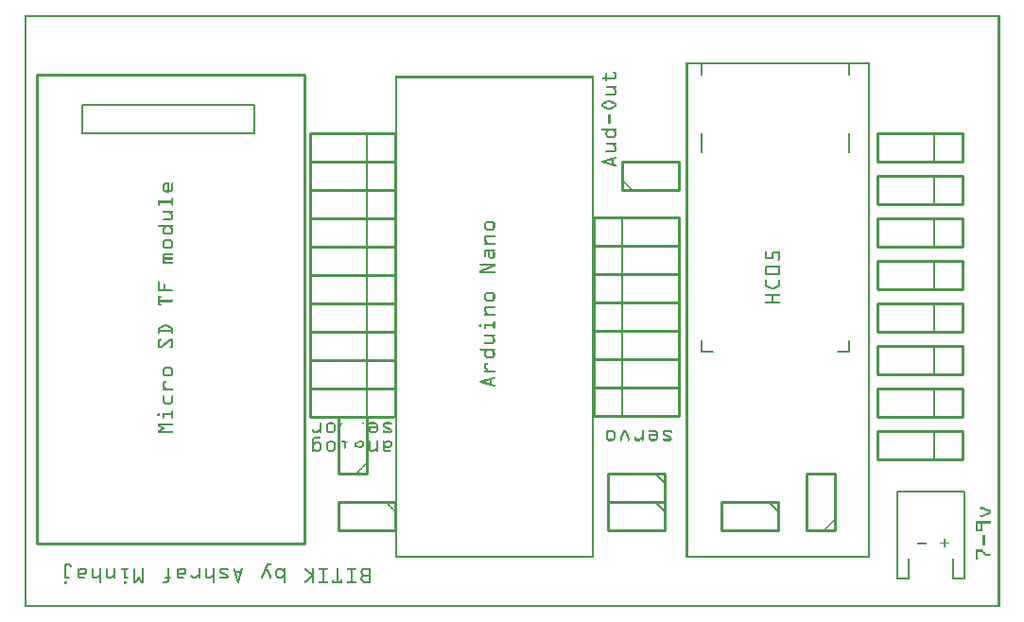
<source format=gto>
G04 MADE WITH FRITZING*
G04 WWW.FRITZING.ORG*
G04 DOUBLE SIDED*
G04 HOLES PLATED*
G04 CONTOUR ON CENTER OF CONTOUR VECTOR*
%ASAXBY*%
%FSLAX23Y23*%
%MOIN*%
%OFA0B0*%
%SFA1.0B1.0*%
%ADD10R,0.611111X0.106778X0.597223X0.092889*%
%ADD11C,0.006944*%
%ADD12R,0.954569X1.663352X0.935125X1.643908*%
%ADD13C,0.009722*%
%ADD14C,0.010000*%
%ADD15C,0.005000*%
%ADD16C,0.008000*%
%ADD17R,0.001000X0.001000*%
%LNSILK1*%
G90*
G70*
G54D11*
X205Y1773D02*
X809Y1773D01*
X809Y1673D01*
X205Y1673D01*
X205Y1773D01*
D02*
G54D13*
X42Y1880D02*
X987Y1880D01*
X987Y226D01*
X42Y226D01*
X42Y1880D01*
D02*
G54D14*
X3306Y772D02*
X3006Y772D01*
D02*
X3006Y772D02*
X3006Y672D01*
D02*
X3006Y672D02*
X3306Y672D01*
D02*
X3306Y672D02*
X3306Y772D01*
G54D15*
D02*
X3206Y772D02*
X3206Y672D01*
G54D14*
D02*
X3306Y622D02*
X3006Y622D01*
D02*
X3006Y622D02*
X3006Y522D01*
D02*
X3006Y522D02*
X3306Y522D01*
D02*
X3306Y522D02*
X3306Y622D01*
G54D15*
D02*
X3206Y622D02*
X3206Y522D01*
G54D14*
D02*
X3306Y1522D02*
X3006Y1522D01*
D02*
X3006Y1522D02*
X3006Y1422D01*
D02*
X3006Y1422D02*
X3306Y1422D01*
D02*
X3306Y1422D02*
X3306Y1522D01*
G54D15*
D02*
X3206Y1522D02*
X3206Y1422D01*
G54D14*
D02*
X3306Y1222D02*
X3006Y1222D01*
D02*
X3006Y1222D02*
X3006Y1122D01*
D02*
X3006Y1122D02*
X3306Y1122D01*
D02*
X3306Y1122D02*
X3306Y1222D01*
G54D15*
D02*
X3206Y1222D02*
X3206Y1122D01*
G54D14*
D02*
X3306Y922D02*
X3006Y922D01*
D02*
X3006Y922D02*
X3006Y822D01*
D02*
X3006Y822D02*
X3306Y822D01*
D02*
X3306Y822D02*
X3306Y922D01*
G54D15*
D02*
X3206Y922D02*
X3206Y822D01*
G54D14*
D02*
X3306Y1672D02*
X3006Y1672D01*
D02*
X3006Y1672D02*
X3006Y1572D01*
D02*
X3006Y1572D02*
X3306Y1572D01*
D02*
X3306Y1572D02*
X3306Y1672D01*
G54D15*
D02*
X3206Y1672D02*
X3206Y1572D01*
G54D14*
D02*
X3306Y1372D02*
X3006Y1372D01*
D02*
X3006Y1372D02*
X3006Y1272D01*
D02*
X3006Y1272D02*
X3306Y1272D01*
D02*
X3306Y1272D02*
X3306Y1372D01*
G54D15*
D02*
X3206Y1372D02*
X3206Y1272D01*
G54D14*
D02*
X3306Y1072D02*
X3006Y1072D01*
D02*
X3006Y1072D02*
X3006Y972D01*
D02*
X3006Y972D02*
X3306Y972D01*
D02*
X3306Y972D02*
X3306Y1072D01*
G54D15*
D02*
X3206Y1072D02*
X3206Y972D01*
G54D14*
D02*
X1306Y1672D02*
X1006Y1672D01*
D02*
X1006Y1672D02*
X1006Y1572D01*
D02*
X1006Y1572D02*
X1306Y1572D01*
D02*
X1306Y1572D02*
X1306Y1672D01*
G54D15*
D02*
X1206Y1672D02*
X1206Y1572D01*
G54D14*
D02*
X1306Y1572D02*
X1006Y1572D01*
D02*
X1006Y1572D02*
X1006Y1472D01*
D02*
X1006Y1472D02*
X1306Y1472D01*
D02*
X1306Y1472D02*
X1306Y1572D01*
G54D15*
D02*
X1206Y1572D02*
X1206Y1472D01*
G54D14*
D02*
X1306Y1472D02*
X1006Y1472D01*
D02*
X1006Y1472D02*
X1006Y1372D01*
D02*
X1006Y1372D02*
X1306Y1372D01*
D02*
X1306Y1372D02*
X1306Y1472D01*
G54D15*
D02*
X1206Y1472D02*
X1206Y1372D01*
G54D14*
D02*
X1306Y1372D02*
X1006Y1372D01*
D02*
X1006Y1372D02*
X1006Y1272D01*
D02*
X1006Y1272D02*
X1306Y1272D01*
D02*
X1306Y1272D02*
X1306Y1372D01*
G54D15*
D02*
X1206Y1372D02*
X1206Y1272D01*
G54D14*
D02*
X1306Y1272D02*
X1006Y1272D01*
D02*
X1006Y1272D02*
X1006Y1172D01*
D02*
X1006Y1172D02*
X1306Y1172D01*
D02*
X1306Y1172D02*
X1306Y1272D01*
G54D15*
D02*
X1206Y1272D02*
X1206Y1172D01*
G54D14*
D02*
X1306Y1172D02*
X1006Y1172D01*
D02*
X1006Y1172D02*
X1006Y1072D01*
D02*
X1006Y1072D02*
X1306Y1072D01*
D02*
X1306Y1072D02*
X1306Y1172D01*
G54D15*
D02*
X1206Y1172D02*
X1206Y1072D01*
G54D14*
D02*
X1306Y972D02*
X1006Y972D01*
D02*
X1006Y972D02*
X1006Y872D01*
D02*
X1006Y872D02*
X1306Y872D01*
D02*
X1306Y872D02*
X1306Y972D01*
G54D15*
D02*
X1206Y972D02*
X1206Y872D01*
G54D14*
D02*
X1306Y1072D02*
X1006Y1072D01*
D02*
X1006Y1072D02*
X1006Y972D01*
D02*
X1006Y972D02*
X1306Y972D01*
D02*
X1306Y972D02*
X1306Y1072D01*
G54D15*
D02*
X1206Y1072D02*
X1206Y972D01*
G54D14*
D02*
X1306Y772D02*
X1006Y772D01*
D02*
X1006Y772D02*
X1006Y672D01*
D02*
X1306Y672D02*
X1306Y772D01*
G54D15*
D02*
X1206Y772D02*
X1206Y672D01*
G54D14*
D02*
X1306Y872D02*
X1006Y872D01*
D02*
X1006Y872D02*
X1006Y772D01*
D02*
X1006Y772D02*
X1306Y772D01*
D02*
X1306Y772D02*
X1306Y872D01*
G54D15*
D02*
X1206Y872D02*
X1206Y772D01*
G54D14*
D02*
X2008Y1275D02*
X2308Y1275D01*
D02*
X2308Y1275D02*
X2308Y1375D01*
D02*
X2308Y1375D02*
X2008Y1375D01*
D02*
X2008Y1375D02*
X2008Y1275D01*
G54D15*
D02*
X2108Y1275D02*
X2108Y1375D01*
G54D14*
D02*
X2008Y1075D02*
X2308Y1075D01*
D02*
X2308Y1075D02*
X2308Y1175D01*
D02*
X2308Y1175D02*
X2008Y1175D01*
D02*
X2008Y1175D02*
X2008Y1075D01*
G54D15*
D02*
X2108Y1075D02*
X2108Y1175D01*
G54D14*
D02*
X2008Y1175D02*
X2308Y1175D01*
D02*
X2308Y1175D02*
X2308Y1275D01*
D02*
X2308Y1275D02*
X2008Y1275D01*
D02*
X2008Y1275D02*
X2008Y1175D01*
G54D15*
D02*
X2108Y1175D02*
X2108Y1275D01*
G54D14*
D02*
X2008Y975D02*
X2308Y975D01*
D02*
X2308Y975D02*
X2308Y1075D01*
D02*
X2308Y1075D02*
X2008Y1075D01*
D02*
X2008Y1075D02*
X2008Y975D01*
G54D15*
D02*
X2108Y975D02*
X2108Y1075D01*
G54D14*
D02*
X2008Y775D02*
X2308Y775D01*
D02*
X2308Y775D02*
X2308Y875D01*
D02*
X2308Y875D02*
X2008Y875D01*
D02*
X2008Y875D02*
X2008Y775D01*
G54D15*
D02*
X2108Y775D02*
X2108Y875D01*
G54D14*
D02*
X2008Y875D02*
X2308Y875D01*
D02*
X2308Y875D02*
X2308Y975D01*
D02*
X2308Y975D02*
X2008Y975D01*
D02*
X2008Y975D02*
X2008Y875D01*
G54D15*
D02*
X2108Y875D02*
X2108Y975D01*
G54D14*
D02*
X2008Y675D02*
X2308Y675D01*
D02*
X2308Y675D02*
X2308Y775D01*
D02*
X2308Y775D02*
X2008Y775D01*
D02*
X2008Y775D02*
X2008Y675D01*
G54D15*
D02*
X2108Y675D02*
X2108Y775D01*
G54D16*
D02*
X3118Y173D02*
X3118Y102D01*
D02*
X3118Y102D02*
X3078Y102D01*
D02*
X3078Y102D02*
X3078Y409D01*
D02*
X3078Y409D02*
X3315Y409D01*
D02*
X3315Y409D02*
X3315Y102D01*
D02*
X3315Y102D02*
X3275Y102D01*
D02*
X3275Y102D02*
X3275Y173D01*
D02*
X2907Y1607D02*
X2907Y1674D01*
D02*
X2388Y1607D02*
X2388Y1674D01*
D02*
X2907Y903D02*
X2868Y903D01*
D02*
X2907Y903D02*
X2907Y942D01*
D02*
X2388Y903D02*
X2427Y903D01*
D02*
X2388Y903D02*
X2388Y942D01*
D02*
X2388Y1918D02*
X2427Y1918D01*
D02*
X2388Y1918D02*
X2388Y1879D01*
D02*
X2907Y1918D02*
X2868Y1918D01*
D02*
X2907Y1918D02*
X2907Y1879D01*
G54D14*
D02*
X2257Y473D02*
X2057Y473D01*
D02*
X2057Y473D02*
X2057Y373D01*
D02*
X2057Y373D02*
X2257Y373D01*
D02*
X2257Y373D02*
X2257Y473D01*
G54D15*
D02*
X2222Y473D02*
X2257Y438D01*
G54D14*
D02*
X1307Y373D02*
X1107Y373D01*
D02*
X1107Y373D02*
X1107Y273D01*
D02*
X1107Y273D02*
X1307Y273D01*
D02*
X1307Y273D02*
X1307Y373D01*
D02*
X1207Y473D02*
X1207Y673D01*
D02*
X1207Y673D02*
X1107Y673D01*
D02*
X1107Y673D02*
X1107Y473D01*
D02*
X1107Y473D02*
X1207Y473D01*
D02*
X2107Y1473D02*
X2307Y1473D01*
D02*
X2307Y1473D02*
X2307Y1573D01*
D02*
X2307Y1573D02*
X2107Y1573D01*
D02*
X2107Y1573D02*
X2107Y1473D01*
D02*
X2857Y273D02*
X2857Y473D01*
D02*
X2857Y473D02*
X2757Y473D01*
D02*
X2757Y473D02*
X2757Y273D01*
D02*
X2757Y273D02*
X2857Y273D01*
D02*
X2657Y373D02*
X2457Y373D01*
D02*
X2457Y373D02*
X2457Y273D01*
D02*
X2457Y273D02*
X2657Y273D01*
D02*
X2657Y273D02*
X2657Y373D01*
G54D15*
D02*
X2622Y373D02*
X2657Y338D01*
G54D14*
D02*
X2257Y373D02*
X2057Y373D01*
D02*
X2057Y373D02*
X2057Y273D01*
D02*
X2057Y273D02*
X2257Y273D01*
D02*
X2257Y273D02*
X2257Y373D01*
G54D15*
D02*
X2222Y373D02*
X2257Y338D01*
G54D17*
X0Y2089D02*
X3439Y2089D01*
X0Y2088D02*
X3439Y2088D01*
X0Y2087D02*
X3439Y2087D01*
X0Y2086D02*
X3439Y2086D01*
X0Y2085D02*
X3439Y2085D01*
X0Y2084D02*
X3439Y2084D01*
X0Y2083D02*
X3439Y2083D01*
X0Y2082D02*
X3439Y2082D01*
X0Y2081D02*
X7Y2081D01*
X3432Y2081D02*
X3439Y2081D01*
X0Y2080D02*
X7Y2080D01*
X3432Y2080D02*
X3439Y2080D01*
X0Y2079D02*
X7Y2079D01*
X3432Y2079D02*
X3439Y2079D01*
X0Y2078D02*
X7Y2078D01*
X3432Y2078D02*
X3439Y2078D01*
X0Y2077D02*
X7Y2077D01*
X3432Y2077D02*
X3439Y2077D01*
X0Y2076D02*
X7Y2076D01*
X3432Y2076D02*
X3439Y2076D01*
X0Y2075D02*
X7Y2075D01*
X3432Y2075D02*
X3439Y2075D01*
X0Y2074D02*
X7Y2074D01*
X3432Y2074D02*
X3439Y2074D01*
X0Y2073D02*
X7Y2073D01*
X3432Y2073D02*
X3439Y2073D01*
X0Y2072D02*
X7Y2072D01*
X3432Y2072D02*
X3439Y2072D01*
X0Y2071D02*
X7Y2071D01*
X3432Y2071D02*
X3439Y2071D01*
X0Y2070D02*
X7Y2070D01*
X3432Y2070D02*
X3439Y2070D01*
X0Y2069D02*
X7Y2069D01*
X3432Y2069D02*
X3439Y2069D01*
X0Y2068D02*
X7Y2068D01*
X3432Y2068D02*
X3439Y2068D01*
X0Y2067D02*
X7Y2067D01*
X3432Y2067D02*
X3439Y2067D01*
X0Y2066D02*
X7Y2066D01*
X3432Y2066D02*
X3439Y2066D01*
X0Y2065D02*
X7Y2065D01*
X3432Y2065D02*
X3439Y2065D01*
X0Y2064D02*
X7Y2064D01*
X3432Y2064D02*
X3439Y2064D01*
X0Y2063D02*
X7Y2063D01*
X3432Y2063D02*
X3439Y2063D01*
X0Y2062D02*
X7Y2062D01*
X3432Y2062D02*
X3439Y2062D01*
X0Y2061D02*
X7Y2061D01*
X3432Y2061D02*
X3439Y2061D01*
X0Y2060D02*
X7Y2060D01*
X3432Y2060D02*
X3439Y2060D01*
X0Y2059D02*
X7Y2059D01*
X3432Y2059D02*
X3439Y2059D01*
X0Y2058D02*
X7Y2058D01*
X3432Y2058D02*
X3439Y2058D01*
X0Y2057D02*
X7Y2057D01*
X3432Y2057D02*
X3439Y2057D01*
X0Y2056D02*
X7Y2056D01*
X3432Y2056D02*
X3439Y2056D01*
X0Y2055D02*
X7Y2055D01*
X3432Y2055D02*
X3439Y2055D01*
X0Y2054D02*
X7Y2054D01*
X3432Y2054D02*
X3439Y2054D01*
X0Y2053D02*
X7Y2053D01*
X3432Y2053D02*
X3439Y2053D01*
X0Y2052D02*
X7Y2052D01*
X3432Y2052D02*
X3439Y2052D01*
X0Y2051D02*
X7Y2051D01*
X3432Y2051D02*
X3439Y2051D01*
X0Y2050D02*
X7Y2050D01*
X3432Y2050D02*
X3439Y2050D01*
X0Y2049D02*
X7Y2049D01*
X3432Y2049D02*
X3439Y2049D01*
X0Y2048D02*
X7Y2048D01*
X3432Y2048D02*
X3439Y2048D01*
X0Y2047D02*
X7Y2047D01*
X3432Y2047D02*
X3439Y2047D01*
X0Y2046D02*
X7Y2046D01*
X3432Y2046D02*
X3439Y2046D01*
X0Y2045D02*
X7Y2045D01*
X3432Y2045D02*
X3439Y2045D01*
X0Y2044D02*
X7Y2044D01*
X3432Y2044D02*
X3439Y2044D01*
X0Y2043D02*
X7Y2043D01*
X3432Y2043D02*
X3439Y2043D01*
X0Y2042D02*
X7Y2042D01*
X3432Y2042D02*
X3439Y2042D01*
X0Y2041D02*
X7Y2041D01*
X3432Y2041D02*
X3439Y2041D01*
X0Y2040D02*
X7Y2040D01*
X3432Y2040D02*
X3439Y2040D01*
X0Y2039D02*
X7Y2039D01*
X3432Y2039D02*
X3439Y2039D01*
X0Y2038D02*
X7Y2038D01*
X3432Y2038D02*
X3439Y2038D01*
X0Y2037D02*
X7Y2037D01*
X3432Y2037D02*
X3439Y2037D01*
X0Y2036D02*
X7Y2036D01*
X3432Y2036D02*
X3439Y2036D01*
X0Y2035D02*
X7Y2035D01*
X3432Y2035D02*
X3439Y2035D01*
X0Y2034D02*
X7Y2034D01*
X3432Y2034D02*
X3439Y2034D01*
X0Y2033D02*
X7Y2033D01*
X3432Y2033D02*
X3439Y2033D01*
X0Y2032D02*
X7Y2032D01*
X3432Y2032D02*
X3439Y2032D01*
X0Y2031D02*
X7Y2031D01*
X3432Y2031D02*
X3439Y2031D01*
X0Y2030D02*
X7Y2030D01*
X3432Y2030D02*
X3439Y2030D01*
X0Y2029D02*
X7Y2029D01*
X3432Y2029D02*
X3439Y2029D01*
X0Y2028D02*
X7Y2028D01*
X3432Y2028D02*
X3439Y2028D01*
X0Y2027D02*
X7Y2027D01*
X3432Y2027D02*
X3439Y2027D01*
X0Y2026D02*
X7Y2026D01*
X3432Y2026D02*
X3439Y2026D01*
X0Y2025D02*
X7Y2025D01*
X3432Y2025D02*
X3439Y2025D01*
X0Y2024D02*
X7Y2024D01*
X3432Y2024D02*
X3439Y2024D01*
X0Y2023D02*
X7Y2023D01*
X3432Y2023D02*
X3439Y2023D01*
X0Y2022D02*
X7Y2022D01*
X3432Y2022D02*
X3439Y2022D01*
X0Y2021D02*
X7Y2021D01*
X3432Y2021D02*
X3439Y2021D01*
X0Y2020D02*
X7Y2020D01*
X3432Y2020D02*
X3439Y2020D01*
X0Y2019D02*
X7Y2019D01*
X3432Y2019D02*
X3439Y2019D01*
X0Y2018D02*
X7Y2018D01*
X3432Y2018D02*
X3439Y2018D01*
X0Y2017D02*
X7Y2017D01*
X3432Y2017D02*
X3439Y2017D01*
X0Y2016D02*
X7Y2016D01*
X3432Y2016D02*
X3439Y2016D01*
X0Y2015D02*
X7Y2015D01*
X3432Y2015D02*
X3439Y2015D01*
X0Y2014D02*
X7Y2014D01*
X3432Y2014D02*
X3439Y2014D01*
X0Y2013D02*
X7Y2013D01*
X3432Y2013D02*
X3439Y2013D01*
X0Y2012D02*
X7Y2012D01*
X3432Y2012D02*
X3439Y2012D01*
X0Y2011D02*
X7Y2011D01*
X3432Y2011D02*
X3439Y2011D01*
X0Y2010D02*
X7Y2010D01*
X3432Y2010D02*
X3439Y2010D01*
X0Y2009D02*
X7Y2009D01*
X3432Y2009D02*
X3439Y2009D01*
X0Y2008D02*
X7Y2008D01*
X3432Y2008D02*
X3439Y2008D01*
X0Y2007D02*
X7Y2007D01*
X3432Y2007D02*
X3439Y2007D01*
X0Y2006D02*
X7Y2006D01*
X3432Y2006D02*
X3439Y2006D01*
X0Y2005D02*
X7Y2005D01*
X3432Y2005D02*
X3439Y2005D01*
X0Y2004D02*
X7Y2004D01*
X3432Y2004D02*
X3439Y2004D01*
X0Y2003D02*
X7Y2003D01*
X3432Y2003D02*
X3439Y2003D01*
X0Y2002D02*
X7Y2002D01*
X3432Y2002D02*
X3439Y2002D01*
X0Y2001D02*
X7Y2001D01*
X3432Y2001D02*
X3439Y2001D01*
X0Y2000D02*
X7Y2000D01*
X3432Y2000D02*
X3439Y2000D01*
X0Y1999D02*
X7Y1999D01*
X3432Y1999D02*
X3439Y1999D01*
X0Y1998D02*
X7Y1998D01*
X3432Y1998D02*
X3439Y1998D01*
X0Y1997D02*
X7Y1997D01*
X3432Y1997D02*
X3439Y1997D01*
X0Y1996D02*
X7Y1996D01*
X3432Y1996D02*
X3439Y1996D01*
X0Y1995D02*
X7Y1995D01*
X3432Y1995D02*
X3439Y1995D01*
X0Y1994D02*
X7Y1994D01*
X3432Y1994D02*
X3439Y1994D01*
X0Y1993D02*
X7Y1993D01*
X3432Y1993D02*
X3439Y1993D01*
X0Y1992D02*
X7Y1992D01*
X3432Y1992D02*
X3439Y1992D01*
X0Y1991D02*
X7Y1991D01*
X3432Y1991D02*
X3439Y1991D01*
X0Y1990D02*
X7Y1990D01*
X3432Y1990D02*
X3439Y1990D01*
X0Y1989D02*
X7Y1989D01*
X3432Y1989D02*
X3439Y1989D01*
X0Y1988D02*
X7Y1988D01*
X3432Y1988D02*
X3439Y1988D01*
X0Y1987D02*
X7Y1987D01*
X3432Y1987D02*
X3439Y1987D01*
X0Y1986D02*
X7Y1986D01*
X3432Y1986D02*
X3439Y1986D01*
X0Y1985D02*
X7Y1985D01*
X3432Y1985D02*
X3439Y1985D01*
X0Y1984D02*
X7Y1984D01*
X3432Y1984D02*
X3439Y1984D01*
X0Y1983D02*
X7Y1983D01*
X3432Y1983D02*
X3439Y1983D01*
X0Y1982D02*
X7Y1982D01*
X3432Y1982D02*
X3439Y1982D01*
X0Y1981D02*
X7Y1981D01*
X3432Y1981D02*
X3439Y1981D01*
X0Y1980D02*
X7Y1980D01*
X3432Y1980D02*
X3439Y1980D01*
X0Y1979D02*
X7Y1979D01*
X3432Y1979D02*
X3439Y1979D01*
X0Y1978D02*
X7Y1978D01*
X3432Y1978D02*
X3439Y1978D01*
X0Y1977D02*
X7Y1977D01*
X3432Y1977D02*
X3439Y1977D01*
X0Y1976D02*
X7Y1976D01*
X3432Y1976D02*
X3439Y1976D01*
X0Y1975D02*
X7Y1975D01*
X3432Y1975D02*
X3439Y1975D01*
X0Y1974D02*
X7Y1974D01*
X3432Y1974D02*
X3439Y1974D01*
X0Y1973D02*
X7Y1973D01*
X3432Y1973D02*
X3439Y1973D01*
X0Y1972D02*
X7Y1972D01*
X3432Y1972D02*
X3439Y1972D01*
X0Y1971D02*
X7Y1971D01*
X3432Y1971D02*
X3439Y1971D01*
X0Y1970D02*
X7Y1970D01*
X3432Y1970D02*
X3439Y1970D01*
X0Y1969D02*
X7Y1969D01*
X3432Y1969D02*
X3439Y1969D01*
X0Y1968D02*
X7Y1968D01*
X3432Y1968D02*
X3439Y1968D01*
X0Y1967D02*
X7Y1967D01*
X3432Y1967D02*
X3439Y1967D01*
X0Y1966D02*
X7Y1966D01*
X3432Y1966D02*
X3439Y1966D01*
X0Y1965D02*
X7Y1965D01*
X3432Y1965D02*
X3439Y1965D01*
X0Y1964D02*
X7Y1964D01*
X3432Y1964D02*
X3439Y1964D01*
X0Y1963D02*
X7Y1963D01*
X3432Y1963D02*
X3439Y1963D01*
X0Y1962D02*
X7Y1962D01*
X3432Y1962D02*
X3439Y1962D01*
X0Y1961D02*
X7Y1961D01*
X3432Y1961D02*
X3439Y1961D01*
X0Y1960D02*
X7Y1960D01*
X3432Y1960D02*
X3439Y1960D01*
X0Y1959D02*
X7Y1959D01*
X3432Y1959D02*
X3439Y1959D01*
X0Y1958D02*
X7Y1958D01*
X3432Y1958D02*
X3439Y1958D01*
X0Y1957D02*
X7Y1957D01*
X3432Y1957D02*
X3439Y1957D01*
X0Y1956D02*
X7Y1956D01*
X3432Y1956D02*
X3439Y1956D01*
X0Y1955D02*
X7Y1955D01*
X3432Y1955D02*
X3439Y1955D01*
X0Y1954D02*
X7Y1954D01*
X3432Y1954D02*
X3439Y1954D01*
X0Y1953D02*
X7Y1953D01*
X3432Y1953D02*
X3439Y1953D01*
X0Y1952D02*
X7Y1952D01*
X3432Y1952D02*
X3439Y1952D01*
X0Y1951D02*
X7Y1951D01*
X3432Y1951D02*
X3439Y1951D01*
X0Y1950D02*
X7Y1950D01*
X3432Y1950D02*
X3439Y1950D01*
X0Y1949D02*
X7Y1949D01*
X3432Y1949D02*
X3439Y1949D01*
X0Y1948D02*
X7Y1948D01*
X3432Y1948D02*
X3439Y1948D01*
X0Y1947D02*
X7Y1947D01*
X3432Y1947D02*
X3439Y1947D01*
X0Y1946D02*
X7Y1946D01*
X3432Y1946D02*
X3439Y1946D01*
X0Y1945D02*
X7Y1945D01*
X3432Y1945D02*
X3439Y1945D01*
X0Y1944D02*
X7Y1944D01*
X3432Y1944D02*
X3439Y1944D01*
X0Y1943D02*
X7Y1943D01*
X3432Y1943D02*
X3439Y1943D01*
X0Y1942D02*
X7Y1942D01*
X3432Y1942D02*
X3439Y1942D01*
X0Y1941D02*
X7Y1941D01*
X3432Y1941D02*
X3439Y1941D01*
X0Y1940D02*
X7Y1940D01*
X3432Y1940D02*
X3439Y1940D01*
X0Y1939D02*
X7Y1939D01*
X3432Y1939D02*
X3439Y1939D01*
X0Y1938D02*
X7Y1938D01*
X3432Y1938D02*
X3439Y1938D01*
X0Y1937D02*
X7Y1937D01*
X3432Y1937D02*
X3439Y1937D01*
X0Y1936D02*
X7Y1936D01*
X3432Y1936D02*
X3439Y1936D01*
X0Y1935D02*
X7Y1935D01*
X3432Y1935D02*
X3439Y1935D01*
X0Y1934D02*
X7Y1934D01*
X3432Y1934D02*
X3439Y1934D01*
X0Y1933D02*
X7Y1933D01*
X3432Y1933D02*
X3439Y1933D01*
X0Y1932D02*
X7Y1932D01*
X3432Y1932D02*
X3439Y1932D01*
X0Y1931D02*
X7Y1931D01*
X3432Y1931D02*
X3439Y1931D01*
X0Y1930D02*
X7Y1930D01*
X3432Y1930D02*
X3439Y1930D01*
X0Y1929D02*
X7Y1929D01*
X3432Y1929D02*
X3439Y1929D01*
X0Y1928D02*
X7Y1928D01*
X3432Y1928D02*
X3439Y1928D01*
X0Y1927D02*
X7Y1927D01*
X3432Y1927D02*
X3439Y1927D01*
X0Y1926D02*
X7Y1926D01*
X3432Y1926D02*
X3439Y1926D01*
X0Y1925D02*
X7Y1925D01*
X3432Y1925D02*
X3439Y1925D01*
X0Y1924D02*
X7Y1924D01*
X3432Y1924D02*
X3439Y1924D01*
X0Y1923D02*
X7Y1923D01*
X2332Y1923D02*
X2980Y1923D01*
X3432Y1923D02*
X3439Y1923D01*
X0Y1922D02*
X7Y1922D01*
X2332Y1922D02*
X2980Y1922D01*
X3432Y1922D02*
X3439Y1922D01*
X0Y1921D02*
X7Y1921D01*
X2332Y1921D02*
X2980Y1921D01*
X3432Y1921D02*
X3439Y1921D01*
X0Y1920D02*
X7Y1920D01*
X2332Y1920D02*
X2980Y1920D01*
X3432Y1920D02*
X3439Y1920D01*
X0Y1919D02*
X7Y1919D01*
X2332Y1919D02*
X2980Y1919D01*
X3432Y1919D02*
X3439Y1919D01*
X0Y1918D02*
X7Y1918D01*
X2332Y1918D02*
X2980Y1918D01*
X3432Y1918D02*
X3439Y1918D01*
X0Y1917D02*
X7Y1917D01*
X2332Y1917D02*
X2980Y1917D01*
X3432Y1917D02*
X3439Y1917D01*
X0Y1916D02*
X7Y1916D01*
X2332Y1916D02*
X2980Y1916D01*
X3432Y1916D02*
X3439Y1916D01*
X0Y1915D02*
X7Y1915D01*
X2332Y1915D02*
X2339Y1915D01*
X2973Y1915D02*
X2980Y1915D01*
X3432Y1915D02*
X3439Y1915D01*
X0Y1914D02*
X7Y1914D01*
X2332Y1914D02*
X2339Y1914D01*
X2973Y1914D02*
X2980Y1914D01*
X3432Y1914D02*
X3439Y1914D01*
X0Y1913D02*
X7Y1913D01*
X2332Y1913D02*
X2339Y1913D01*
X2973Y1913D02*
X2980Y1913D01*
X3432Y1913D02*
X3439Y1913D01*
X0Y1912D02*
X7Y1912D01*
X2332Y1912D02*
X2339Y1912D01*
X2973Y1912D02*
X2980Y1912D01*
X3432Y1912D02*
X3439Y1912D01*
X0Y1911D02*
X7Y1911D01*
X2332Y1911D02*
X2339Y1911D01*
X2973Y1911D02*
X2980Y1911D01*
X3432Y1911D02*
X3439Y1911D01*
X0Y1910D02*
X7Y1910D01*
X2332Y1910D02*
X2339Y1910D01*
X2973Y1910D02*
X2980Y1910D01*
X3432Y1910D02*
X3439Y1910D01*
X0Y1909D02*
X7Y1909D01*
X2332Y1909D02*
X2339Y1909D01*
X2973Y1909D02*
X2980Y1909D01*
X3432Y1909D02*
X3439Y1909D01*
X0Y1908D02*
X7Y1908D01*
X2332Y1908D02*
X2339Y1908D01*
X2973Y1908D02*
X2980Y1908D01*
X3432Y1908D02*
X3439Y1908D01*
X0Y1907D02*
X7Y1907D01*
X2332Y1907D02*
X2339Y1907D01*
X2973Y1907D02*
X2980Y1907D01*
X3432Y1907D02*
X3439Y1907D01*
X0Y1906D02*
X7Y1906D01*
X2332Y1906D02*
X2339Y1906D01*
X2973Y1906D02*
X2980Y1906D01*
X3432Y1906D02*
X3439Y1906D01*
X0Y1905D02*
X7Y1905D01*
X2332Y1905D02*
X2339Y1905D01*
X2973Y1905D02*
X2980Y1905D01*
X3432Y1905D02*
X3439Y1905D01*
X0Y1904D02*
X7Y1904D01*
X2332Y1904D02*
X2339Y1904D01*
X2973Y1904D02*
X2980Y1904D01*
X3432Y1904D02*
X3439Y1904D01*
X0Y1903D02*
X7Y1903D01*
X2332Y1903D02*
X2339Y1903D01*
X2973Y1903D02*
X2980Y1903D01*
X3432Y1903D02*
X3439Y1903D01*
X0Y1902D02*
X7Y1902D01*
X2332Y1902D02*
X2339Y1902D01*
X2973Y1902D02*
X2980Y1902D01*
X3432Y1902D02*
X3439Y1902D01*
X0Y1901D02*
X7Y1901D01*
X2332Y1901D02*
X2339Y1901D01*
X2973Y1901D02*
X2980Y1901D01*
X3432Y1901D02*
X3439Y1901D01*
X0Y1900D02*
X7Y1900D01*
X2332Y1900D02*
X2339Y1900D01*
X2973Y1900D02*
X2980Y1900D01*
X3432Y1900D02*
X3439Y1900D01*
X0Y1899D02*
X7Y1899D01*
X2332Y1899D02*
X2339Y1899D01*
X2973Y1899D02*
X2980Y1899D01*
X3432Y1899D02*
X3439Y1899D01*
X0Y1898D02*
X7Y1898D01*
X2332Y1898D02*
X2339Y1898D01*
X2973Y1898D02*
X2980Y1898D01*
X3432Y1898D02*
X3439Y1898D01*
X0Y1897D02*
X7Y1897D01*
X2332Y1897D02*
X2339Y1897D01*
X2973Y1897D02*
X2980Y1897D01*
X3432Y1897D02*
X3439Y1897D01*
X0Y1896D02*
X7Y1896D01*
X2332Y1896D02*
X2339Y1896D01*
X2973Y1896D02*
X2980Y1896D01*
X3432Y1896D02*
X3439Y1896D01*
X0Y1895D02*
X7Y1895D01*
X2332Y1895D02*
X2339Y1895D01*
X2973Y1895D02*
X2980Y1895D01*
X3432Y1895D02*
X3439Y1895D01*
X0Y1894D02*
X7Y1894D01*
X2332Y1894D02*
X2339Y1894D01*
X2973Y1894D02*
X2980Y1894D01*
X3432Y1894D02*
X3439Y1894D01*
X0Y1893D02*
X7Y1893D01*
X2332Y1893D02*
X2339Y1893D01*
X2973Y1893D02*
X2980Y1893D01*
X3432Y1893D02*
X3439Y1893D01*
X0Y1892D02*
X7Y1892D01*
X2332Y1892D02*
X2339Y1892D01*
X2973Y1892D02*
X2980Y1892D01*
X3432Y1892D02*
X3439Y1892D01*
X0Y1891D02*
X7Y1891D01*
X2332Y1891D02*
X2339Y1891D01*
X2973Y1891D02*
X2980Y1891D01*
X3432Y1891D02*
X3439Y1891D01*
X0Y1890D02*
X7Y1890D01*
X2332Y1890D02*
X2339Y1890D01*
X2973Y1890D02*
X2980Y1890D01*
X3432Y1890D02*
X3439Y1890D01*
X0Y1889D02*
X7Y1889D01*
X2076Y1889D02*
X2080Y1889D01*
X2332Y1889D02*
X2339Y1889D01*
X2973Y1889D02*
X2980Y1889D01*
X3432Y1889D02*
X3439Y1889D01*
X0Y1888D02*
X7Y1888D01*
X2075Y1888D02*
X2082Y1888D01*
X2332Y1888D02*
X2339Y1888D01*
X2973Y1888D02*
X2980Y1888D01*
X3432Y1888D02*
X3439Y1888D01*
X0Y1887D02*
X7Y1887D01*
X2075Y1887D02*
X2083Y1887D01*
X2332Y1887D02*
X2339Y1887D01*
X2973Y1887D02*
X2980Y1887D01*
X3432Y1887D02*
X3439Y1887D01*
X0Y1886D02*
X7Y1886D01*
X2051Y1886D02*
X2052Y1886D01*
X2075Y1886D02*
X2084Y1886D01*
X2332Y1886D02*
X2339Y1886D01*
X2973Y1886D02*
X2980Y1886D01*
X3432Y1886D02*
X3439Y1886D01*
X0Y1885D02*
X7Y1885D01*
X2049Y1885D02*
X2053Y1885D01*
X2075Y1885D02*
X2085Y1885D01*
X2332Y1885D02*
X2339Y1885D01*
X2973Y1885D02*
X2980Y1885D01*
X3432Y1885D02*
X3439Y1885D01*
X0Y1884D02*
X7Y1884D01*
X2049Y1884D02*
X2054Y1884D01*
X2076Y1884D02*
X2086Y1884D01*
X2332Y1884D02*
X2339Y1884D01*
X2973Y1884D02*
X2980Y1884D01*
X3432Y1884D02*
X3439Y1884D01*
X0Y1883D02*
X7Y1883D01*
X2048Y1883D02*
X2054Y1883D01*
X2077Y1883D02*
X2086Y1883D01*
X2332Y1883D02*
X2339Y1883D01*
X2973Y1883D02*
X2980Y1883D01*
X3432Y1883D02*
X3439Y1883D01*
X0Y1882D02*
X7Y1882D01*
X2048Y1882D02*
X2054Y1882D01*
X2079Y1882D02*
X2086Y1882D01*
X2332Y1882D02*
X2339Y1882D01*
X2973Y1882D02*
X2980Y1882D01*
X3432Y1882D02*
X3439Y1882D01*
X0Y1881D02*
X7Y1881D01*
X2048Y1881D02*
X2054Y1881D01*
X2080Y1881D02*
X2087Y1881D01*
X2332Y1881D02*
X2339Y1881D01*
X2973Y1881D02*
X2980Y1881D01*
X3432Y1881D02*
X3439Y1881D01*
X0Y1880D02*
X7Y1880D01*
X2048Y1880D02*
X2054Y1880D01*
X2081Y1880D02*
X2087Y1880D01*
X2332Y1880D02*
X2339Y1880D01*
X2973Y1880D02*
X2980Y1880D01*
X3432Y1880D02*
X3439Y1880D01*
X0Y1879D02*
X7Y1879D01*
X2048Y1879D02*
X2054Y1879D01*
X2081Y1879D02*
X2087Y1879D01*
X2332Y1879D02*
X2339Y1879D01*
X2973Y1879D02*
X2980Y1879D01*
X3432Y1879D02*
X3439Y1879D01*
X0Y1878D02*
X7Y1878D01*
X2048Y1878D02*
X2054Y1878D01*
X2081Y1878D02*
X2087Y1878D01*
X2332Y1878D02*
X2339Y1878D01*
X2973Y1878D02*
X2980Y1878D01*
X3432Y1878D02*
X3439Y1878D01*
X0Y1877D02*
X7Y1877D01*
X2048Y1877D02*
X2054Y1877D01*
X2081Y1877D02*
X2087Y1877D01*
X2332Y1877D02*
X2339Y1877D01*
X2973Y1877D02*
X2980Y1877D01*
X3432Y1877D02*
X3439Y1877D01*
X0Y1876D02*
X7Y1876D01*
X2048Y1876D02*
X2054Y1876D01*
X2081Y1876D02*
X2087Y1876D01*
X2332Y1876D02*
X2339Y1876D01*
X2973Y1876D02*
X2980Y1876D01*
X3432Y1876D02*
X3439Y1876D01*
X0Y1875D02*
X7Y1875D01*
X2048Y1875D02*
X2054Y1875D01*
X2081Y1875D02*
X2087Y1875D01*
X2332Y1875D02*
X2339Y1875D01*
X2973Y1875D02*
X2980Y1875D01*
X3432Y1875D02*
X3439Y1875D01*
X0Y1874D02*
X7Y1874D01*
X1307Y1874D02*
X2005Y1874D01*
X2048Y1874D02*
X2054Y1874D01*
X2081Y1874D02*
X2087Y1874D01*
X2332Y1874D02*
X2339Y1874D01*
X2973Y1874D02*
X2980Y1874D01*
X3432Y1874D02*
X3439Y1874D01*
X0Y1873D02*
X7Y1873D01*
X1307Y1873D02*
X2006Y1873D01*
X2048Y1873D02*
X2054Y1873D01*
X2081Y1873D02*
X2087Y1873D01*
X2332Y1873D02*
X2339Y1873D01*
X2973Y1873D02*
X2980Y1873D01*
X3432Y1873D02*
X3439Y1873D01*
X0Y1872D02*
X7Y1872D01*
X1307Y1872D02*
X2006Y1872D01*
X2048Y1872D02*
X2054Y1872D01*
X2081Y1872D02*
X2087Y1872D01*
X2332Y1872D02*
X2339Y1872D01*
X2973Y1872D02*
X2980Y1872D01*
X3432Y1872D02*
X3439Y1872D01*
X0Y1871D02*
X7Y1871D01*
X1307Y1871D02*
X2006Y1871D01*
X2048Y1871D02*
X2054Y1871D01*
X2080Y1871D02*
X2087Y1871D01*
X2332Y1871D02*
X2339Y1871D01*
X2973Y1871D02*
X2980Y1871D01*
X3432Y1871D02*
X3439Y1871D01*
X0Y1870D02*
X7Y1870D01*
X1307Y1870D02*
X2006Y1870D01*
X2048Y1870D02*
X2054Y1870D01*
X2080Y1870D02*
X2086Y1870D01*
X2332Y1870D02*
X2339Y1870D01*
X2973Y1870D02*
X2980Y1870D01*
X3432Y1870D02*
X3439Y1870D01*
X0Y1869D02*
X7Y1869D01*
X1307Y1869D02*
X2006Y1869D01*
X2040Y1869D02*
X2086Y1869D01*
X2332Y1869D02*
X2339Y1869D01*
X2973Y1869D02*
X2980Y1869D01*
X3432Y1869D02*
X3439Y1869D01*
X0Y1868D02*
X7Y1868D01*
X1307Y1868D02*
X2006Y1868D01*
X2038Y1868D02*
X2086Y1868D01*
X2332Y1868D02*
X2339Y1868D01*
X2973Y1868D02*
X2980Y1868D01*
X3432Y1868D02*
X3439Y1868D01*
X0Y1867D02*
X7Y1867D01*
X1307Y1867D02*
X2006Y1867D01*
X2037Y1867D02*
X2085Y1867D01*
X2332Y1867D02*
X2339Y1867D01*
X2973Y1867D02*
X2980Y1867D01*
X3432Y1867D02*
X3439Y1867D01*
X0Y1866D02*
X7Y1866D01*
X1307Y1866D02*
X1314Y1866D01*
X1998Y1866D02*
X2006Y1866D01*
X2037Y1866D02*
X2084Y1866D01*
X2332Y1866D02*
X2339Y1866D01*
X2973Y1866D02*
X2980Y1866D01*
X3432Y1866D02*
X3439Y1866D01*
X0Y1865D02*
X7Y1865D01*
X1307Y1865D02*
X1314Y1865D01*
X1999Y1865D02*
X2006Y1865D01*
X2037Y1865D02*
X2084Y1865D01*
X2332Y1865D02*
X2339Y1865D01*
X2973Y1865D02*
X2980Y1865D01*
X3432Y1865D02*
X3439Y1865D01*
X0Y1864D02*
X7Y1864D01*
X1307Y1864D02*
X1314Y1864D01*
X1999Y1864D02*
X2006Y1864D01*
X2037Y1864D02*
X2082Y1864D01*
X2332Y1864D02*
X2339Y1864D01*
X2973Y1864D02*
X2980Y1864D01*
X3432Y1864D02*
X3439Y1864D01*
X0Y1863D02*
X7Y1863D01*
X1307Y1863D02*
X1314Y1863D01*
X1999Y1863D02*
X2006Y1863D01*
X2038Y1863D02*
X2081Y1863D01*
X2332Y1863D02*
X2339Y1863D01*
X2973Y1863D02*
X2980Y1863D01*
X3432Y1863D02*
X3439Y1863D01*
X0Y1862D02*
X7Y1862D01*
X1307Y1862D02*
X1314Y1862D01*
X1999Y1862D02*
X2006Y1862D01*
X2040Y1862D02*
X2076Y1862D01*
X2332Y1862D02*
X2339Y1862D01*
X2973Y1862D02*
X2980Y1862D01*
X3432Y1862D02*
X3439Y1862D01*
X0Y1861D02*
X7Y1861D01*
X1307Y1861D02*
X1314Y1861D01*
X1999Y1861D02*
X2006Y1861D01*
X2048Y1861D02*
X2054Y1861D01*
X2332Y1861D02*
X2339Y1861D01*
X2973Y1861D02*
X2980Y1861D01*
X3432Y1861D02*
X3439Y1861D01*
X0Y1860D02*
X7Y1860D01*
X1307Y1860D02*
X1314Y1860D01*
X1999Y1860D02*
X2006Y1860D01*
X2048Y1860D02*
X2054Y1860D01*
X2332Y1860D02*
X2339Y1860D01*
X2973Y1860D02*
X2980Y1860D01*
X3432Y1860D02*
X3439Y1860D01*
X0Y1859D02*
X7Y1859D01*
X1307Y1859D02*
X1314Y1859D01*
X1999Y1859D02*
X2006Y1859D01*
X2048Y1859D02*
X2054Y1859D01*
X2332Y1859D02*
X2339Y1859D01*
X2973Y1859D02*
X2980Y1859D01*
X3432Y1859D02*
X3439Y1859D01*
X0Y1858D02*
X7Y1858D01*
X1307Y1858D02*
X1314Y1858D01*
X1999Y1858D02*
X2006Y1858D01*
X2048Y1858D02*
X2054Y1858D01*
X2332Y1858D02*
X2339Y1858D01*
X2973Y1858D02*
X2980Y1858D01*
X3432Y1858D02*
X3439Y1858D01*
X0Y1857D02*
X7Y1857D01*
X1307Y1857D02*
X1314Y1857D01*
X1999Y1857D02*
X2006Y1857D01*
X2049Y1857D02*
X2054Y1857D01*
X2332Y1857D02*
X2339Y1857D01*
X2973Y1857D02*
X2980Y1857D01*
X3432Y1857D02*
X3439Y1857D01*
X0Y1856D02*
X7Y1856D01*
X1307Y1856D02*
X1314Y1856D01*
X1999Y1856D02*
X2006Y1856D01*
X2050Y1856D02*
X2053Y1856D01*
X2332Y1856D02*
X2339Y1856D01*
X2973Y1856D02*
X2980Y1856D01*
X3432Y1856D02*
X3439Y1856D01*
X0Y1855D02*
X7Y1855D01*
X1307Y1855D02*
X1314Y1855D01*
X1999Y1855D02*
X2006Y1855D01*
X2332Y1855D02*
X2339Y1855D01*
X2973Y1855D02*
X2980Y1855D01*
X3432Y1855D02*
X3439Y1855D01*
X0Y1854D02*
X7Y1854D01*
X1307Y1854D02*
X1314Y1854D01*
X1999Y1854D02*
X2006Y1854D01*
X2332Y1854D02*
X2339Y1854D01*
X2973Y1854D02*
X2980Y1854D01*
X3432Y1854D02*
X3439Y1854D01*
X0Y1853D02*
X7Y1853D01*
X1307Y1853D02*
X1314Y1853D01*
X1999Y1853D02*
X2006Y1853D01*
X2332Y1853D02*
X2339Y1853D01*
X2973Y1853D02*
X2980Y1853D01*
X3432Y1853D02*
X3439Y1853D01*
X0Y1852D02*
X7Y1852D01*
X1307Y1852D02*
X1314Y1852D01*
X1999Y1852D02*
X2006Y1852D01*
X2332Y1852D02*
X2339Y1852D01*
X2973Y1852D02*
X2980Y1852D01*
X3432Y1852D02*
X3439Y1852D01*
X0Y1851D02*
X7Y1851D01*
X1307Y1851D02*
X1314Y1851D01*
X1999Y1851D02*
X2006Y1851D01*
X2332Y1851D02*
X2339Y1851D01*
X2973Y1851D02*
X2980Y1851D01*
X3432Y1851D02*
X3439Y1851D01*
X0Y1850D02*
X7Y1850D01*
X1307Y1850D02*
X1314Y1850D01*
X1999Y1850D02*
X2006Y1850D01*
X2332Y1850D02*
X2339Y1850D01*
X2973Y1850D02*
X2980Y1850D01*
X3432Y1850D02*
X3439Y1850D01*
X0Y1849D02*
X7Y1849D01*
X1307Y1849D02*
X1314Y1849D01*
X1999Y1849D02*
X2006Y1849D01*
X2332Y1849D02*
X2339Y1849D01*
X2973Y1849D02*
X2980Y1849D01*
X3432Y1849D02*
X3439Y1849D01*
X0Y1848D02*
X7Y1848D01*
X1307Y1848D02*
X1314Y1848D01*
X1999Y1848D02*
X2006Y1848D01*
X2332Y1848D02*
X2339Y1848D01*
X2973Y1848D02*
X2980Y1848D01*
X3432Y1848D02*
X3439Y1848D01*
X0Y1847D02*
X7Y1847D01*
X1307Y1847D02*
X1314Y1847D01*
X1999Y1847D02*
X2006Y1847D01*
X2332Y1847D02*
X2339Y1847D01*
X2973Y1847D02*
X2980Y1847D01*
X3432Y1847D02*
X3439Y1847D01*
X0Y1846D02*
X7Y1846D01*
X1307Y1846D02*
X1314Y1846D01*
X1999Y1846D02*
X2006Y1846D01*
X2332Y1846D02*
X2339Y1846D01*
X2973Y1846D02*
X2980Y1846D01*
X3432Y1846D02*
X3439Y1846D01*
X0Y1845D02*
X7Y1845D01*
X1307Y1845D02*
X1314Y1845D01*
X1999Y1845D02*
X2006Y1845D01*
X2332Y1845D02*
X2339Y1845D01*
X2973Y1845D02*
X2980Y1845D01*
X3432Y1845D02*
X3439Y1845D01*
X0Y1844D02*
X7Y1844D01*
X1307Y1844D02*
X1314Y1844D01*
X1999Y1844D02*
X2006Y1844D01*
X2332Y1844D02*
X2339Y1844D01*
X2973Y1844D02*
X2980Y1844D01*
X3432Y1844D02*
X3439Y1844D01*
X0Y1843D02*
X7Y1843D01*
X1307Y1843D02*
X1314Y1843D01*
X1999Y1843D02*
X2006Y1843D01*
X2332Y1843D02*
X2339Y1843D01*
X2973Y1843D02*
X2980Y1843D01*
X3432Y1843D02*
X3439Y1843D01*
X0Y1842D02*
X7Y1842D01*
X1307Y1842D02*
X1314Y1842D01*
X1999Y1842D02*
X2006Y1842D01*
X2332Y1842D02*
X2339Y1842D01*
X2973Y1842D02*
X2980Y1842D01*
X3432Y1842D02*
X3439Y1842D01*
X0Y1841D02*
X7Y1841D01*
X1307Y1841D02*
X1314Y1841D01*
X1999Y1841D02*
X2006Y1841D01*
X2332Y1841D02*
X2339Y1841D01*
X2973Y1841D02*
X2980Y1841D01*
X3432Y1841D02*
X3439Y1841D01*
X0Y1840D02*
X7Y1840D01*
X1307Y1840D02*
X1314Y1840D01*
X1999Y1840D02*
X2006Y1840D01*
X2332Y1840D02*
X2339Y1840D01*
X2973Y1840D02*
X2980Y1840D01*
X3432Y1840D02*
X3439Y1840D01*
X0Y1839D02*
X7Y1839D01*
X1307Y1839D02*
X1314Y1839D01*
X1999Y1839D02*
X2006Y1839D01*
X2050Y1839D02*
X2085Y1839D01*
X2332Y1839D02*
X2339Y1839D01*
X2973Y1839D02*
X2980Y1839D01*
X3432Y1839D02*
X3439Y1839D01*
X0Y1838D02*
X7Y1838D01*
X1307Y1838D02*
X1314Y1838D01*
X1999Y1838D02*
X2006Y1838D01*
X2049Y1838D02*
X2086Y1838D01*
X2332Y1838D02*
X2339Y1838D01*
X2973Y1838D02*
X2980Y1838D01*
X3432Y1838D02*
X3439Y1838D01*
X0Y1837D02*
X7Y1837D01*
X1307Y1837D02*
X1314Y1837D01*
X1999Y1837D02*
X2006Y1837D01*
X2048Y1837D02*
X2087Y1837D01*
X2332Y1837D02*
X2339Y1837D01*
X2973Y1837D02*
X2980Y1837D01*
X3432Y1837D02*
X3439Y1837D01*
X0Y1836D02*
X7Y1836D01*
X1307Y1836D02*
X1314Y1836D01*
X1999Y1836D02*
X2006Y1836D01*
X2048Y1836D02*
X2087Y1836D01*
X2332Y1836D02*
X2339Y1836D01*
X2973Y1836D02*
X2980Y1836D01*
X3432Y1836D02*
X3439Y1836D01*
X0Y1835D02*
X7Y1835D01*
X1307Y1835D02*
X1314Y1835D01*
X1999Y1835D02*
X2006Y1835D01*
X2049Y1835D02*
X2086Y1835D01*
X2332Y1835D02*
X2339Y1835D01*
X2973Y1835D02*
X2980Y1835D01*
X3432Y1835D02*
X3439Y1835D01*
X0Y1834D02*
X7Y1834D01*
X1307Y1834D02*
X1314Y1834D01*
X1999Y1834D02*
X2006Y1834D01*
X2049Y1834D02*
X2086Y1834D01*
X2332Y1834D02*
X2339Y1834D01*
X2973Y1834D02*
X2980Y1834D01*
X3432Y1834D02*
X3439Y1834D01*
X0Y1833D02*
X7Y1833D01*
X1307Y1833D02*
X1314Y1833D01*
X1999Y1833D02*
X2006Y1833D01*
X2051Y1833D02*
X2084Y1833D01*
X2332Y1833D02*
X2339Y1833D01*
X2973Y1833D02*
X2980Y1833D01*
X3432Y1833D02*
X3439Y1833D01*
X0Y1832D02*
X7Y1832D01*
X1307Y1832D02*
X1314Y1832D01*
X1999Y1832D02*
X2006Y1832D01*
X2074Y1832D02*
X2081Y1832D01*
X2332Y1832D02*
X2339Y1832D01*
X2973Y1832D02*
X2980Y1832D01*
X3432Y1832D02*
X3439Y1832D01*
X0Y1831D02*
X7Y1831D01*
X1307Y1831D02*
X1314Y1831D01*
X1999Y1831D02*
X2006Y1831D01*
X2075Y1831D02*
X2082Y1831D01*
X2332Y1831D02*
X2339Y1831D01*
X2973Y1831D02*
X2980Y1831D01*
X3432Y1831D02*
X3439Y1831D01*
X0Y1830D02*
X7Y1830D01*
X1307Y1830D02*
X1314Y1830D01*
X1999Y1830D02*
X2006Y1830D01*
X2075Y1830D02*
X2082Y1830D01*
X2332Y1830D02*
X2339Y1830D01*
X2973Y1830D02*
X2980Y1830D01*
X3432Y1830D02*
X3439Y1830D01*
X0Y1829D02*
X7Y1829D01*
X1307Y1829D02*
X1314Y1829D01*
X1999Y1829D02*
X2006Y1829D01*
X2076Y1829D02*
X2083Y1829D01*
X2332Y1829D02*
X2339Y1829D01*
X2973Y1829D02*
X2980Y1829D01*
X3432Y1829D02*
X3439Y1829D01*
X0Y1828D02*
X7Y1828D01*
X1307Y1828D02*
X1314Y1828D01*
X1999Y1828D02*
X2006Y1828D01*
X2076Y1828D02*
X2084Y1828D01*
X2332Y1828D02*
X2339Y1828D01*
X2973Y1828D02*
X2980Y1828D01*
X3432Y1828D02*
X3439Y1828D01*
X0Y1827D02*
X7Y1827D01*
X1307Y1827D02*
X1314Y1827D01*
X1999Y1827D02*
X2006Y1827D01*
X2077Y1827D02*
X2084Y1827D01*
X2332Y1827D02*
X2339Y1827D01*
X2973Y1827D02*
X2980Y1827D01*
X3432Y1827D02*
X3439Y1827D01*
X0Y1826D02*
X7Y1826D01*
X1307Y1826D02*
X1314Y1826D01*
X1999Y1826D02*
X2006Y1826D01*
X2078Y1826D02*
X2085Y1826D01*
X2332Y1826D02*
X2339Y1826D01*
X2973Y1826D02*
X2980Y1826D01*
X3432Y1826D02*
X3439Y1826D01*
X0Y1825D02*
X7Y1825D01*
X1307Y1825D02*
X1314Y1825D01*
X1999Y1825D02*
X2006Y1825D01*
X2078Y1825D02*
X2086Y1825D01*
X2332Y1825D02*
X2339Y1825D01*
X2973Y1825D02*
X2980Y1825D01*
X3432Y1825D02*
X3439Y1825D01*
X0Y1824D02*
X7Y1824D01*
X1307Y1824D02*
X1314Y1824D01*
X1999Y1824D02*
X2006Y1824D01*
X2079Y1824D02*
X2086Y1824D01*
X2332Y1824D02*
X2339Y1824D01*
X2973Y1824D02*
X2980Y1824D01*
X3432Y1824D02*
X3439Y1824D01*
X0Y1823D02*
X7Y1823D01*
X1307Y1823D02*
X1314Y1823D01*
X1999Y1823D02*
X2006Y1823D01*
X2080Y1823D02*
X2086Y1823D01*
X2332Y1823D02*
X2339Y1823D01*
X2973Y1823D02*
X2980Y1823D01*
X3432Y1823D02*
X3439Y1823D01*
X0Y1822D02*
X7Y1822D01*
X1307Y1822D02*
X1314Y1822D01*
X1999Y1822D02*
X2006Y1822D01*
X2080Y1822D02*
X2087Y1822D01*
X2332Y1822D02*
X2339Y1822D01*
X2973Y1822D02*
X2980Y1822D01*
X3432Y1822D02*
X3439Y1822D01*
X0Y1821D02*
X7Y1821D01*
X1307Y1821D02*
X1314Y1821D01*
X1999Y1821D02*
X2006Y1821D01*
X2081Y1821D02*
X2087Y1821D01*
X2332Y1821D02*
X2339Y1821D01*
X2973Y1821D02*
X2980Y1821D01*
X3432Y1821D02*
X3439Y1821D01*
X0Y1820D02*
X7Y1820D01*
X1307Y1820D02*
X1314Y1820D01*
X1999Y1820D02*
X2006Y1820D01*
X2081Y1820D02*
X2087Y1820D01*
X2332Y1820D02*
X2339Y1820D01*
X2973Y1820D02*
X2980Y1820D01*
X3432Y1820D02*
X3439Y1820D01*
X0Y1819D02*
X7Y1819D01*
X1307Y1819D02*
X1314Y1819D01*
X1999Y1819D02*
X2006Y1819D01*
X2081Y1819D02*
X2087Y1819D01*
X2332Y1819D02*
X2339Y1819D01*
X2973Y1819D02*
X2980Y1819D01*
X3432Y1819D02*
X3439Y1819D01*
X0Y1818D02*
X7Y1818D01*
X1307Y1818D02*
X1314Y1818D01*
X1999Y1818D02*
X2006Y1818D01*
X2081Y1818D02*
X2087Y1818D01*
X2332Y1818D02*
X2339Y1818D01*
X2973Y1818D02*
X2980Y1818D01*
X3432Y1818D02*
X3439Y1818D01*
X0Y1817D02*
X7Y1817D01*
X1307Y1817D02*
X1314Y1817D01*
X1999Y1817D02*
X2006Y1817D01*
X2081Y1817D02*
X2087Y1817D01*
X2332Y1817D02*
X2339Y1817D01*
X2973Y1817D02*
X2980Y1817D01*
X3432Y1817D02*
X3439Y1817D01*
X0Y1816D02*
X7Y1816D01*
X1307Y1816D02*
X1314Y1816D01*
X1999Y1816D02*
X2006Y1816D01*
X2081Y1816D02*
X2087Y1816D01*
X2332Y1816D02*
X2339Y1816D01*
X2973Y1816D02*
X2980Y1816D01*
X3432Y1816D02*
X3439Y1816D01*
X0Y1815D02*
X7Y1815D01*
X1307Y1815D02*
X1314Y1815D01*
X1999Y1815D02*
X2006Y1815D01*
X2080Y1815D02*
X2087Y1815D01*
X2332Y1815D02*
X2339Y1815D01*
X2973Y1815D02*
X2980Y1815D01*
X3432Y1815D02*
X3439Y1815D01*
X0Y1814D02*
X7Y1814D01*
X1307Y1814D02*
X1314Y1814D01*
X1999Y1814D02*
X2006Y1814D01*
X2080Y1814D02*
X2086Y1814D01*
X2332Y1814D02*
X2339Y1814D01*
X2973Y1814D02*
X2980Y1814D01*
X3432Y1814D02*
X3439Y1814D01*
X0Y1813D02*
X7Y1813D01*
X1307Y1813D02*
X1314Y1813D01*
X1999Y1813D02*
X2006Y1813D01*
X2077Y1813D02*
X2086Y1813D01*
X2332Y1813D02*
X2339Y1813D01*
X2973Y1813D02*
X2980Y1813D01*
X3432Y1813D02*
X3439Y1813D01*
X0Y1812D02*
X7Y1812D01*
X1307Y1812D02*
X1314Y1812D01*
X1999Y1812D02*
X2006Y1812D01*
X2051Y1812D02*
X2086Y1812D01*
X2332Y1812D02*
X2339Y1812D01*
X2973Y1812D02*
X2980Y1812D01*
X3432Y1812D02*
X3439Y1812D01*
X0Y1811D02*
X7Y1811D01*
X1307Y1811D02*
X1314Y1811D01*
X1999Y1811D02*
X2006Y1811D01*
X2049Y1811D02*
X2085Y1811D01*
X2332Y1811D02*
X2339Y1811D01*
X2973Y1811D02*
X2980Y1811D01*
X3432Y1811D02*
X3439Y1811D01*
X0Y1810D02*
X7Y1810D01*
X1307Y1810D02*
X1314Y1810D01*
X1999Y1810D02*
X2006Y1810D01*
X2049Y1810D02*
X2084Y1810D01*
X2332Y1810D02*
X2339Y1810D01*
X2973Y1810D02*
X2980Y1810D01*
X3432Y1810D02*
X3439Y1810D01*
X0Y1809D02*
X7Y1809D01*
X1307Y1809D02*
X1314Y1809D01*
X1999Y1809D02*
X2006Y1809D01*
X2048Y1809D02*
X2084Y1809D01*
X2332Y1809D02*
X2339Y1809D01*
X2973Y1809D02*
X2980Y1809D01*
X3432Y1809D02*
X3439Y1809D01*
X0Y1808D02*
X7Y1808D01*
X1307Y1808D02*
X1314Y1808D01*
X1999Y1808D02*
X2006Y1808D01*
X2048Y1808D02*
X2082Y1808D01*
X2332Y1808D02*
X2339Y1808D01*
X2973Y1808D02*
X2980Y1808D01*
X3432Y1808D02*
X3439Y1808D01*
X0Y1807D02*
X7Y1807D01*
X1307Y1807D02*
X1314Y1807D01*
X1999Y1807D02*
X2006Y1807D01*
X2049Y1807D02*
X2081Y1807D01*
X2332Y1807D02*
X2339Y1807D01*
X2973Y1807D02*
X2980Y1807D01*
X3432Y1807D02*
X3439Y1807D01*
X0Y1806D02*
X7Y1806D01*
X1307Y1806D02*
X1314Y1806D01*
X1999Y1806D02*
X2006Y1806D01*
X2050Y1806D02*
X2077Y1806D01*
X2332Y1806D02*
X2339Y1806D01*
X2973Y1806D02*
X2980Y1806D01*
X3432Y1806D02*
X3439Y1806D01*
X0Y1805D02*
X7Y1805D01*
X1307Y1805D02*
X1314Y1805D01*
X1999Y1805D02*
X2006Y1805D01*
X2332Y1805D02*
X2339Y1805D01*
X2973Y1805D02*
X2980Y1805D01*
X3432Y1805D02*
X3439Y1805D01*
X0Y1804D02*
X7Y1804D01*
X1307Y1804D02*
X1314Y1804D01*
X1999Y1804D02*
X2006Y1804D01*
X2332Y1804D02*
X2339Y1804D01*
X2973Y1804D02*
X2980Y1804D01*
X3432Y1804D02*
X3439Y1804D01*
X0Y1803D02*
X7Y1803D01*
X1307Y1803D02*
X1314Y1803D01*
X1999Y1803D02*
X2006Y1803D01*
X2332Y1803D02*
X2339Y1803D01*
X2973Y1803D02*
X2980Y1803D01*
X3432Y1803D02*
X3439Y1803D01*
X0Y1802D02*
X7Y1802D01*
X1307Y1802D02*
X1314Y1802D01*
X1999Y1802D02*
X2006Y1802D01*
X2332Y1802D02*
X2339Y1802D01*
X2973Y1802D02*
X2980Y1802D01*
X3432Y1802D02*
X3439Y1802D01*
X0Y1801D02*
X7Y1801D01*
X1307Y1801D02*
X1314Y1801D01*
X1999Y1801D02*
X2006Y1801D01*
X2332Y1801D02*
X2339Y1801D01*
X2973Y1801D02*
X2980Y1801D01*
X3432Y1801D02*
X3439Y1801D01*
X0Y1800D02*
X7Y1800D01*
X1307Y1800D02*
X1314Y1800D01*
X1999Y1800D02*
X2006Y1800D01*
X2332Y1800D02*
X2339Y1800D01*
X2973Y1800D02*
X2980Y1800D01*
X3432Y1800D02*
X3439Y1800D01*
X0Y1799D02*
X7Y1799D01*
X1307Y1799D02*
X1314Y1799D01*
X1999Y1799D02*
X2006Y1799D01*
X2332Y1799D02*
X2339Y1799D01*
X2973Y1799D02*
X2980Y1799D01*
X3432Y1799D02*
X3439Y1799D01*
X0Y1798D02*
X7Y1798D01*
X1307Y1798D02*
X1314Y1798D01*
X1999Y1798D02*
X2006Y1798D01*
X2332Y1798D02*
X2339Y1798D01*
X2973Y1798D02*
X2980Y1798D01*
X3432Y1798D02*
X3439Y1798D01*
X0Y1797D02*
X7Y1797D01*
X1307Y1797D02*
X1314Y1797D01*
X1999Y1797D02*
X2006Y1797D01*
X2332Y1797D02*
X2339Y1797D01*
X2973Y1797D02*
X2980Y1797D01*
X3432Y1797D02*
X3439Y1797D01*
X0Y1796D02*
X7Y1796D01*
X1307Y1796D02*
X1314Y1796D01*
X1999Y1796D02*
X2006Y1796D01*
X2332Y1796D02*
X2339Y1796D01*
X2973Y1796D02*
X2980Y1796D01*
X3432Y1796D02*
X3439Y1796D01*
X0Y1795D02*
X7Y1795D01*
X1307Y1795D02*
X1314Y1795D01*
X1999Y1795D02*
X2006Y1795D01*
X2332Y1795D02*
X2339Y1795D01*
X2973Y1795D02*
X2980Y1795D01*
X3432Y1795D02*
X3439Y1795D01*
X0Y1794D02*
X7Y1794D01*
X1307Y1794D02*
X1314Y1794D01*
X1999Y1794D02*
X2006Y1794D01*
X2332Y1794D02*
X2339Y1794D01*
X2973Y1794D02*
X2980Y1794D01*
X3432Y1794D02*
X3439Y1794D01*
X0Y1793D02*
X7Y1793D01*
X1307Y1793D02*
X1314Y1793D01*
X1999Y1793D02*
X2006Y1793D01*
X2332Y1793D02*
X2339Y1793D01*
X2973Y1793D02*
X2980Y1793D01*
X3432Y1793D02*
X3439Y1793D01*
X0Y1792D02*
X7Y1792D01*
X1307Y1792D02*
X1314Y1792D01*
X1999Y1792D02*
X2006Y1792D01*
X2332Y1792D02*
X2339Y1792D01*
X2973Y1792D02*
X2980Y1792D01*
X3432Y1792D02*
X3439Y1792D01*
X0Y1791D02*
X7Y1791D01*
X1307Y1791D02*
X1314Y1791D01*
X1999Y1791D02*
X2006Y1791D01*
X2332Y1791D02*
X2339Y1791D01*
X2973Y1791D02*
X2980Y1791D01*
X3432Y1791D02*
X3439Y1791D01*
X0Y1790D02*
X7Y1790D01*
X1307Y1790D02*
X1314Y1790D01*
X1999Y1790D02*
X2006Y1790D01*
X2332Y1790D02*
X2339Y1790D01*
X2973Y1790D02*
X2980Y1790D01*
X3432Y1790D02*
X3439Y1790D01*
X0Y1789D02*
X7Y1789D01*
X1307Y1789D02*
X1314Y1789D01*
X1999Y1789D02*
X2006Y1789D01*
X2056Y1789D02*
X2064Y1789D01*
X2332Y1789D02*
X2339Y1789D01*
X2973Y1789D02*
X2980Y1789D01*
X3432Y1789D02*
X3439Y1789D01*
X0Y1788D02*
X7Y1788D01*
X1307Y1788D02*
X1314Y1788D01*
X1999Y1788D02*
X2006Y1788D01*
X2053Y1788D02*
X2067Y1788D01*
X2332Y1788D02*
X2339Y1788D01*
X2973Y1788D02*
X2980Y1788D01*
X3432Y1788D02*
X3439Y1788D01*
X0Y1787D02*
X7Y1787D01*
X1307Y1787D02*
X1314Y1787D01*
X1999Y1787D02*
X2006Y1787D01*
X2051Y1787D02*
X2069Y1787D01*
X2332Y1787D02*
X2339Y1787D01*
X2973Y1787D02*
X2980Y1787D01*
X3432Y1787D02*
X3439Y1787D01*
X0Y1786D02*
X7Y1786D01*
X1307Y1786D02*
X1314Y1786D01*
X1999Y1786D02*
X2006Y1786D01*
X2049Y1786D02*
X2071Y1786D01*
X2332Y1786D02*
X2339Y1786D01*
X2973Y1786D02*
X2980Y1786D01*
X3432Y1786D02*
X3439Y1786D01*
X0Y1785D02*
X7Y1785D01*
X1307Y1785D02*
X1314Y1785D01*
X1999Y1785D02*
X2006Y1785D01*
X2047Y1785D02*
X2073Y1785D01*
X2332Y1785D02*
X2339Y1785D01*
X2973Y1785D02*
X2980Y1785D01*
X3432Y1785D02*
X3439Y1785D01*
X0Y1784D02*
X7Y1784D01*
X1307Y1784D02*
X1314Y1784D01*
X1999Y1784D02*
X2006Y1784D01*
X2045Y1784D02*
X2075Y1784D01*
X2332Y1784D02*
X2339Y1784D01*
X2973Y1784D02*
X2980Y1784D01*
X3432Y1784D02*
X3439Y1784D01*
X0Y1783D02*
X7Y1783D01*
X1307Y1783D02*
X1314Y1783D01*
X1999Y1783D02*
X2006Y1783D01*
X2043Y1783D02*
X2077Y1783D01*
X2332Y1783D02*
X2339Y1783D01*
X2973Y1783D02*
X2980Y1783D01*
X3432Y1783D02*
X3439Y1783D01*
X0Y1782D02*
X7Y1782D01*
X1307Y1782D02*
X1314Y1782D01*
X1999Y1782D02*
X2006Y1782D01*
X2041Y1782D02*
X2056Y1782D01*
X2064Y1782D02*
X2079Y1782D01*
X2332Y1782D02*
X2339Y1782D01*
X2973Y1782D02*
X2980Y1782D01*
X3432Y1782D02*
X3439Y1782D01*
X0Y1781D02*
X7Y1781D01*
X1307Y1781D02*
X1314Y1781D01*
X1999Y1781D02*
X2006Y1781D01*
X2039Y1781D02*
X2054Y1781D01*
X2066Y1781D02*
X2081Y1781D01*
X2332Y1781D02*
X2339Y1781D01*
X2973Y1781D02*
X2980Y1781D01*
X3432Y1781D02*
X3439Y1781D01*
X0Y1780D02*
X7Y1780D01*
X1307Y1780D02*
X1314Y1780D01*
X1999Y1780D02*
X2006Y1780D01*
X2038Y1780D02*
X2052Y1780D01*
X2068Y1780D02*
X2083Y1780D01*
X2332Y1780D02*
X2339Y1780D01*
X2973Y1780D02*
X2980Y1780D01*
X3432Y1780D02*
X3439Y1780D01*
X0Y1779D02*
X7Y1779D01*
X1307Y1779D02*
X1314Y1779D01*
X1999Y1779D02*
X2006Y1779D01*
X2036Y1779D02*
X2050Y1779D01*
X2070Y1779D02*
X2084Y1779D01*
X2332Y1779D02*
X2339Y1779D01*
X2973Y1779D02*
X2980Y1779D01*
X3432Y1779D02*
X3439Y1779D01*
X0Y1778D02*
X7Y1778D01*
X1307Y1778D02*
X1314Y1778D01*
X1999Y1778D02*
X2006Y1778D01*
X2036Y1778D02*
X2048Y1778D01*
X2072Y1778D02*
X2085Y1778D01*
X2332Y1778D02*
X2339Y1778D01*
X2973Y1778D02*
X2980Y1778D01*
X3432Y1778D02*
X3439Y1778D01*
X0Y1777D02*
X7Y1777D01*
X1307Y1777D02*
X1314Y1777D01*
X1999Y1777D02*
X2006Y1777D01*
X2035Y1777D02*
X2046Y1777D01*
X2074Y1777D02*
X2085Y1777D01*
X2332Y1777D02*
X2339Y1777D01*
X2973Y1777D02*
X2980Y1777D01*
X3432Y1777D02*
X3439Y1777D01*
X0Y1776D02*
X7Y1776D01*
X1307Y1776D02*
X1314Y1776D01*
X1999Y1776D02*
X2006Y1776D01*
X2034Y1776D02*
X2044Y1776D01*
X2076Y1776D02*
X2086Y1776D01*
X2332Y1776D02*
X2339Y1776D01*
X2973Y1776D02*
X2980Y1776D01*
X3432Y1776D02*
X3439Y1776D01*
X0Y1775D02*
X7Y1775D01*
X1307Y1775D02*
X1314Y1775D01*
X1999Y1775D02*
X2006Y1775D01*
X2034Y1775D02*
X2042Y1775D01*
X2078Y1775D02*
X2086Y1775D01*
X2332Y1775D02*
X2339Y1775D01*
X2973Y1775D02*
X2980Y1775D01*
X3432Y1775D02*
X3439Y1775D01*
X0Y1774D02*
X7Y1774D01*
X1307Y1774D02*
X1314Y1774D01*
X1999Y1774D02*
X2006Y1774D01*
X2034Y1774D02*
X2041Y1774D01*
X2080Y1774D02*
X2087Y1774D01*
X2332Y1774D02*
X2339Y1774D01*
X2973Y1774D02*
X2980Y1774D01*
X3432Y1774D02*
X3439Y1774D01*
X0Y1773D02*
X7Y1773D01*
X1307Y1773D02*
X1314Y1773D01*
X1999Y1773D02*
X2006Y1773D01*
X2034Y1773D02*
X2040Y1773D01*
X2081Y1773D02*
X2087Y1773D01*
X2332Y1773D02*
X2339Y1773D01*
X2973Y1773D02*
X2980Y1773D01*
X3432Y1773D02*
X3439Y1773D01*
X0Y1772D02*
X7Y1772D01*
X1307Y1772D02*
X1314Y1772D01*
X1999Y1772D02*
X2006Y1772D01*
X2034Y1772D02*
X2040Y1772D01*
X2081Y1772D02*
X2087Y1772D01*
X2332Y1772D02*
X2339Y1772D01*
X2973Y1772D02*
X2980Y1772D01*
X3432Y1772D02*
X3439Y1772D01*
X0Y1771D02*
X7Y1771D01*
X1307Y1771D02*
X1314Y1771D01*
X1999Y1771D02*
X2006Y1771D01*
X2034Y1771D02*
X2040Y1771D01*
X2080Y1771D02*
X2087Y1771D01*
X2332Y1771D02*
X2339Y1771D01*
X2973Y1771D02*
X2980Y1771D01*
X3432Y1771D02*
X3439Y1771D01*
X0Y1770D02*
X7Y1770D01*
X1307Y1770D02*
X1314Y1770D01*
X1999Y1770D02*
X2006Y1770D01*
X2034Y1770D02*
X2042Y1770D01*
X2078Y1770D02*
X2086Y1770D01*
X2332Y1770D02*
X2339Y1770D01*
X2973Y1770D02*
X2980Y1770D01*
X3432Y1770D02*
X3439Y1770D01*
X0Y1769D02*
X7Y1769D01*
X1307Y1769D02*
X1314Y1769D01*
X1999Y1769D02*
X2006Y1769D01*
X2034Y1769D02*
X2044Y1769D01*
X2076Y1769D02*
X2086Y1769D01*
X2332Y1769D02*
X2339Y1769D01*
X2973Y1769D02*
X2980Y1769D01*
X3432Y1769D02*
X3439Y1769D01*
X0Y1768D02*
X7Y1768D01*
X1307Y1768D02*
X1314Y1768D01*
X1999Y1768D02*
X2006Y1768D01*
X2035Y1768D02*
X2046Y1768D01*
X2074Y1768D02*
X2086Y1768D01*
X2332Y1768D02*
X2339Y1768D01*
X2973Y1768D02*
X2980Y1768D01*
X3432Y1768D02*
X3439Y1768D01*
X0Y1767D02*
X7Y1767D01*
X1307Y1767D02*
X1314Y1767D01*
X1999Y1767D02*
X2006Y1767D01*
X2035Y1767D02*
X2048Y1767D01*
X2072Y1767D02*
X2085Y1767D01*
X2332Y1767D02*
X2339Y1767D01*
X2973Y1767D02*
X2980Y1767D01*
X3432Y1767D02*
X3439Y1767D01*
X0Y1766D02*
X7Y1766D01*
X1307Y1766D02*
X1314Y1766D01*
X1999Y1766D02*
X2006Y1766D01*
X2036Y1766D02*
X2050Y1766D01*
X2070Y1766D02*
X2084Y1766D01*
X2332Y1766D02*
X2339Y1766D01*
X2973Y1766D02*
X2980Y1766D01*
X3432Y1766D02*
X3439Y1766D01*
X0Y1765D02*
X7Y1765D01*
X1307Y1765D02*
X1314Y1765D01*
X1999Y1765D02*
X2006Y1765D01*
X2038Y1765D02*
X2052Y1765D01*
X2068Y1765D02*
X2083Y1765D01*
X2332Y1765D02*
X2339Y1765D01*
X2973Y1765D02*
X2980Y1765D01*
X3432Y1765D02*
X3439Y1765D01*
X0Y1764D02*
X7Y1764D01*
X1307Y1764D02*
X1314Y1764D01*
X1999Y1764D02*
X2006Y1764D01*
X2039Y1764D02*
X2054Y1764D01*
X2066Y1764D02*
X2081Y1764D01*
X2332Y1764D02*
X2339Y1764D01*
X2973Y1764D02*
X2980Y1764D01*
X3432Y1764D02*
X3439Y1764D01*
X0Y1763D02*
X7Y1763D01*
X1307Y1763D02*
X1314Y1763D01*
X1999Y1763D02*
X2006Y1763D01*
X2041Y1763D02*
X2056Y1763D01*
X2064Y1763D02*
X2079Y1763D01*
X2332Y1763D02*
X2339Y1763D01*
X2973Y1763D02*
X2980Y1763D01*
X3432Y1763D02*
X3439Y1763D01*
X0Y1762D02*
X7Y1762D01*
X1307Y1762D02*
X1314Y1762D01*
X1999Y1762D02*
X2006Y1762D01*
X2043Y1762D02*
X2077Y1762D01*
X2332Y1762D02*
X2339Y1762D01*
X2973Y1762D02*
X2980Y1762D01*
X3432Y1762D02*
X3439Y1762D01*
X0Y1761D02*
X7Y1761D01*
X1307Y1761D02*
X1314Y1761D01*
X1999Y1761D02*
X2006Y1761D01*
X2045Y1761D02*
X2075Y1761D01*
X2332Y1761D02*
X2339Y1761D01*
X2973Y1761D02*
X2980Y1761D01*
X3432Y1761D02*
X3439Y1761D01*
X0Y1760D02*
X7Y1760D01*
X1307Y1760D02*
X1314Y1760D01*
X1999Y1760D02*
X2006Y1760D01*
X2047Y1760D02*
X2073Y1760D01*
X2332Y1760D02*
X2339Y1760D01*
X2973Y1760D02*
X2980Y1760D01*
X3432Y1760D02*
X3439Y1760D01*
X0Y1759D02*
X7Y1759D01*
X1307Y1759D02*
X1314Y1759D01*
X1999Y1759D02*
X2006Y1759D01*
X2049Y1759D02*
X2071Y1759D01*
X2332Y1759D02*
X2339Y1759D01*
X2973Y1759D02*
X2980Y1759D01*
X3432Y1759D02*
X3439Y1759D01*
X0Y1758D02*
X7Y1758D01*
X1307Y1758D02*
X1314Y1758D01*
X1999Y1758D02*
X2006Y1758D01*
X2051Y1758D02*
X2069Y1758D01*
X2332Y1758D02*
X2339Y1758D01*
X2973Y1758D02*
X2980Y1758D01*
X3432Y1758D02*
X3439Y1758D01*
X0Y1757D02*
X7Y1757D01*
X1307Y1757D02*
X1314Y1757D01*
X1999Y1757D02*
X2006Y1757D01*
X2053Y1757D02*
X2067Y1757D01*
X2332Y1757D02*
X2339Y1757D01*
X2973Y1757D02*
X2980Y1757D01*
X3432Y1757D02*
X3439Y1757D01*
X0Y1756D02*
X7Y1756D01*
X1307Y1756D02*
X1314Y1756D01*
X1999Y1756D02*
X2006Y1756D01*
X2056Y1756D02*
X2065Y1756D01*
X2332Y1756D02*
X2339Y1756D01*
X2973Y1756D02*
X2980Y1756D01*
X3432Y1756D02*
X3439Y1756D01*
X0Y1755D02*
X7Y1755D01*
X1307Y1755D02*
X1314Y1755D01*
X1999Y1755D02*
X2006Y1755D01*
X2332Y1755D02*
X2339Y1755D01*
X2973Y1755D02*
X2980Y1755D01*
X3432Y1755D02*
X3439Y1755D01*
X0Y1754D02*
X7Y1754D01*
X1307Y1754D02*
X1314Y1754D01*
X1999Y1754D02*
X2006Y1754D01*
X2332Y1754D02*
X2339Y1754D01*
X2973Y1754D02*
X2980Y1754D01*
X3432Y1754D02*
X3439Y1754D01*
X0Y1753D02*
X7Y1753D01*
X1307Y1753D02*
X1314Y1753D01*
X1999Y1753D02*
X2006Y1753D01*
X2332Y1753D02*
X2339Y1753D01*
X2973Y1753D02*
X2980Y1753D01*
X3432Y1753D02*
X3439Y1753D01*
X0Y1752D02*
X7Y1752D01*
X1307Y1752D02*
X1314Y1752D01*
X1999Y1752D02*
X2006Y1752D01*
X2332Y1752D02*
X2339Y1752D01*
X2973Y1752D02*
X2980Y1752D01*
X3432Y1752D02*
X3439Y1752D01*
X0Y1751D02*
X7Y1751D01*
X1307Y1751D02*
X1314Y1751D01*
X1999Y1751D02*
X2006Y1751D01*
X2332Y1751D02*
X2339Y1751D01*
X2973Y1751D02*
X2980Y1751D01*
X3432Y1751D02*
X3439Y1751D01*
X0Y1750D02*
X7Y1750D01*
X1307Y1750D02*
X1314Y1750D01*
X1999Y1750D02*
X2006Y1750D01*
X2332Y1750D02*
X2339Y1750D01*
X2973Y1750D02*
X2980Y1750D01*
X3432Y1750D02*
X3439Y1750D01*
X0Y1749D02*
X7Y1749D01*
X1307Y1749D02*
X1314Y1749D01*
X1999Y1749D02*
X2006Y1749D01*
X2332Y1749D02*
X2339Y1749D01*
X2973Y1749D02*
X2980Y1749D01*
X3432Y1749D02*
X3439Y1749D01*
X0Y1748D02*
X7Y1748D01*
X1307Y1748D02*
X1314Y1748D01*
X1999Y1748D02*
X2006Y1748D01*
X2332Y1748D02*
X2339Y1748D01*
X2973Y1748D02*
X2980Y1748D01*
X3432Y1748D02*
X3439Y1748D01*
X0Y1747D02*
X7Y1747D01*
X1307Y1747D02*
X1314Y1747D01*
X1999Y1747D02*
X2006Y1747D01*
X2332Y1747D02*
X2339Y1747D01*
X2973Y1747D02*
X2980Y1747D01*
X3432Y1747D02*
X3439Y1747D01*
X0Y1746D02*
X7Y1746D01*
X1307Y1746D02*
X1314Y1746D01*
X1999Y1746D02*
X2006Y1746D01*
X2332Y1746D02*
X2339Y1746D01*
X2973Y1746D02*
X2980Y1746D01*
X3432Y1746D02*
X3439Y1746D01*
X0Y1745D02*
X7Y1745D01*
X1307Y1745D02*
X1314Y1745D01*
X1999Y1745D02*
X2006Y1745D01*
X2332Y1745D02*
X2339Y1745D01*
X2973Y1745D02*
X2980Y1745D01*
X3432Y1745D02*
X3439Y1745D01*
X0Y1744D02*
X7Y1744D01*
X1307Y1744D02*
X1314Y1744D01*
X1999Y1744D02*
X2006Y1744D01*
X2332Y1744D02*
X2339Y1744D01*
X2973Y1744D02*
X2980Y1744D01*
X3432Y1744D02*
X3439Y1744D01*
X0Y1743D02*
X7Y1743D01*
X1307Y1743D02*
X1314Y1743D01*
X1999Y1743D02*
X2006Y1743D01*
X2332Y1743D02*
X2339Y1743D01*
X2973Y1743D02*
X2980Y1743D01*
X3432Y1743D02*
X3439Y1743D01*
X0Y1742D02*
X7Y1742D01*
X1307Y1742D02*
X1314Y1742D01*
X1999Y1742D02*
X2006Y1742D01*
X2332Y1742D02*
X2339Y1742D01*
X2973Y1742D02*
X2980Y1742D01*
X3432Y1742D02*
X3439Y1742D01*
X0Y1741D02*
X7Y1741D01*
X1307Y1741D02*
X1314Y1741D01*
X1999Y1741D02*
X2006Y1741D01*
X2332Y1741D02*
X2339Y1741D01*
X2973Y1741D02*
X2980Y1741D01*
X3432Y1741D02*
X3439Y1741D01*
X0Y1740D02*
X7Y1740D01*
X1307Y1740D02*
X1314Y1740D01*
X1999Y1740D02*
X2006Y1740D01*
X2332Y1740D02*
X2339Y1740D01*
X2973Y1740D02*
X2980Y1740D01*
X3432Y1740D02*
X3439Y1740D01*
X0Y1739D02*
X7Y1739D01*
X1307Y1739D02*
X1314Y1739D01*
X1999Y1739D02*
X2006Y1739D01*
X2059Y1739D02*
X2065Y1739D01*
X2332Y1739D02*
X2339Y1739D01*
X2973Y1739D02*
X2980Y1739D01*
X3432Y1739D02*
X3439Y1739D01*
X0Y1738D02*
X7Y1738D01*
X1307Y1738D02*
X1314Y1738D01*
X1999Y1738D02*
X2006Y1738D01*
X2058Y1738D02*
X2066Y1738D01*
X2332Y1738D02*
X2339Y1738D01*
X2973Y1738D02*
X2980Y1738D01*
X3432Y1738D02*
X3439Y1738D01*
X0Y1737D02*
X7Y1737D01*
X1307Y1737D02*
X1314Y1737D01*
X1999Y1737D02*
X2006Y1737D01*
X2057Y1737D02*
X2066Y1737D01*
X2332Y1737D02*
X2339Y1737D01*
X2973Y1737D02*
X2980Y1737D01*
X3432Y1737D02*
X3439Y1737D01*
X0Y1736D02*
X7Y1736D01*
X1307Y1736D02*
X1314Y1736D01*
X1999Y1736D02*
X2006Y1736D01*
X2057Y1736D02*
X2066Y1736D01*
X2332Y1736D02*
X2339Y1736D01*
X2973Y1736D02*
X2980Y1736D01*
X3432Y1736D02*
X3439Y1736D01*
X0Y1735D02*
X7Y1735D01*
X1307Y1735D02*
X1314Y1735D01*
X1999Y1735D02*
X2006Y1735D01*
X2057Y1735D02*
X2066Y1735D01*
X2332Y1735D02*
X2339Y1735D01*
X2973Y1735D02*
X2980Y1735D01*
X3432Y1735D02*
X3439Y1735D01*
X0Y1734D02*
X7Y1734D01*
X1307Y1734D02*
X1314Y1734D01*
X1999Y1734D02*
X2006Y1734D01*
X2057Y1734D02*
X2066Y1734D01*
X2332Y1734D02*
X2339Y1734D01*
X2973Y1734D02*
X2980Y1734D01*
X3432Y1734D02*
X3439Y1734D01*
X0Y1733D02*
X7Y1733D01*
X1307Y1733D02*
X1314Y1733D01*
X1999Y1733D02*
X2006Y1733D01*
X2057Y1733D02*
X2066Y1733D01*
X2332Y1733D02*
X2339Y1733D01*
X2973Y1733D02*
X2980Y1733D01*
X3432Y1733D02*
X3439Y1733D01*
X0Y1732D02*
X7Y1732D01*
X1307Y1732D02*
X1314Y1732D01*
X1999Y1732D02*
X2006Y1732D01*
X2057Y1732D02*
X2066Y1732D01*
X2332Y1732D02*
X2339Y1732D01*
X2973Y1732D02*
X2980Y1732D01*
X3432Y1732D02*
X3439Y1732D01*
X0Y1731D02*
X7Y1731D01*
X1307Y1731D02*
X1314Y1731D01*
X1999Y1731D02*
X2006Y1731D01*
X2057Y1731D02*
X2066Y1731D01*
X2332Y1731D02*
X2339Y1731D01*
X2973Y1731D02*
X2980Y1731D01*
X3432Y1731D02*
X3439Y1731D01*
X0Y1730D02*
X7Y1730D01*
X1307Y1730D02*
X1314Y1730D01*
X1999Y1730D02*
X2006Y1730D01*
X2057Y1730D02*
X2066Y1730D01*
X2332Y1730D02*
X2339Y1730D01*
X2973Y1730D02*
X2980Y1730D01*
X3432Y1730D02*
X3439Y1730D01*
X0Y1729D02*
X7Y1729D01*
X1307Y1729D02*
X1314Y1729D01*
X1999Y1729D02*
X2006Y1729D01*
X2057Y1729D02*
X2066Y1729D01*
X2332Y1729D02*
X2339Y1729D01*
X2973Y1729D02*
X2980Y1729D01*
X3432Y1729D02*
X3439Y1729D01*
X0Y1728D02*
X7Y1728D01*
X1307Y1728D02*
X1314Y1728D01*
X1999Y1728D02*
X2006Y1728D01*
X2057Y1728D02*
X2066Y1728D01*
X2332Y1728D02*
X2339Y1728D01*
X2973Y1728D02*
X2980Y1728D01*
X3432Y1728D02*
X3439Y1728D01*
X0Y1727D02*
X7Y1727D01*
X1307Y1727D02*
X1314Y1727D01*
X1999Y1727D02*
X2006Y1727D01*
X2057Y1727D02*
X2066Y1727D01*
X2332Y1727D02*
X2339Y1727D01*
X2973Y1727D02*
X2980Y1727D01*
X3432Y1727D02*
X3439Y1727D01*
X0Y1726D02*
X7Y1726D01*
X1307Y1726D02*
X1314Y1726D01*
X1999Y1726D02*
X2006Y1726D01*
X2057Y1726D02*
X2066Y1726D01*
X2332Y1726D02*
X2339Y1726D01*
X2973Y1726D02*
X2980Y1726D01*
X3432Y1726D02*
X3439Y1726D01*
X0Y1725D02*
X7Y1725D01*
X1307Y1725D02*
X1314Y1725D01*
X1999Y1725D02*
X2006Y1725D01*
X2057Y1725D02*
X2066Y1725D01*
X2332Y1725D02*
X2339Y1725D01*
X2973Y1725D02*
X2980Y1725D01*
X3432Y1725D02*
X3439Y1725D01*
X0Y1724D02*
X7Y1724D01*
X1307Y1724D02*
X1314Y1724D01*
X1999Y1724D02*
X2006Y1724D01*
X2057Y1724D02*
X2066Y1724D01*
X2332Y1724D02*
X2339Y1724D01*
X2973Y1724D02*
X2980Y1724D01*
X3432Y1724D02*
X3439Y1724D01*
X0Y1723D02*
X7Y1723D01*
X1307Y1723D02*
X1314Y1723D01*
X1999Y1723D02*
X2006Y1723D01*
X2057Y1723D02*
X2066Y1723D01*
X2332Y1723D02*
X2339Y1723D01*
X2973Y1723D02*
X2980Y1723D01*
X3432Y1723D02*
X3439Y1723D01*
X0Y1722D02*
X7Y1722D01*
X1307Y1722D02*
X1314Y1722D01*
X1999Y1722D02*
X2006Y1722D01*
X2057Y1722D02*
X2066Y1722D01*
X2332Y1722D02*
X2339Y1722D01*
X2973Y1722D02*
X2980Y1722D01*
X3432Y1722D02*
X3439Y1722D01*
X0Y1721D02*
X7Y1721D01*
X1307Y1721D02*
X1314Y1721D01*
X1999Y1721D02*
X2006Y1721D01*
X2057Y1721D02*
X2066Y1721D01*
X2332Y1721D02*
X2339Y1721D01*
X2973Y1721D02*
X2980Y1721D01*
X3432Y1721D02*
X3439Y1721D01*
X0Y1720D02*
X7Y1720D01*
X1307Y1720D02*
X1314Y1720D01*
X1999Y1720D02*
X2006Y1720D01*
X2057Y1720D02*
X2066Y1720D01*
X2332Y1720D02*
X2339Y1720D01*
X2973Y1720D02*
X2980Y1720D01*
X3432Y1720D02*
X3439Y1720D01*
X0Y1719D02*
X7Y1719D01*
X1307Y1719D02*
X1314Y1719D01*
X1999Y1719D02*
X2006Y1719D01*
X2057Y1719D02*
X2066Y1719D01*
X2332Y1719D02*
X2339Y1719D01*
X2973Y1719D02*
X2980Y1719D01*
X3432Y1719D02*
X3439Y1719D01*
X0Y1718D02*
X7Y1718D01*
X1307Y1718D02*
X1314Y1718D01*
X1999Y1718D02*
X2006Y1718D01*
X2057Y1718D02*
X2066Y1718D01*
X2332Y1718D02*
X2339Y1718D01*
X2973Y1718D02*
X2980Y1718D01*
X3432Y1718D02*
X3439Y1718D01*
X0Y1717D02*
X7Y1717D01*
X1307Y1717D02*
X1314Y1717D01*
X1999Y1717D02*
X2006Y1717D01*
X2057Y1717D02*
X2066Y1717D01*
X2332Y1717D02*
X2339Y1717D01*
X2973Y1717D02*
X2980Y1717D01*
X3432Y1717D02*
X3439Y1717D01*
X0Y1716D02*
X7Y1716D01*
X1307Y1716D02*
X1314Y1716D01*
X1999Y1716D02*
X2006Y1716D01*
X2057Y1716D02*
X2066Y1716D01*
X2332Y1716D02*
X2339Y1716D01*
X2973Y1716D02*
X2980Y1716D01*
X3432Y1716D02*
X3439Y1716D01*
X0Y1715D02*
X7Y1715D01*
X1307Y1715D02*
X1314Y1715D01*
X1999Y1715D02*
X2006Y1715D01*
X2057Y1715D02*
X2066Y1715D01*
X2332Y1715D02*
X2339Y1715D01*
X2973Y1715D02*
X2980Y1715D01*
X3432Y1715D02*
X3439Y1715D01*
X0Y1714D02*
X7Y1714D01*
X1307Y1714D02*
X1314Y1714D01*
X1999Y1714D02*
X2006Y1714D01*
X2057Y1714D02*
X2066Y1714D01*
X2332Y1714D02*
X2339Y1714D01*
X2973Y1714D02*
X2980Y1714D01*
X3432Y1714D02*
X3439Y1714D01*
X0Y1713D02*
X7Y1713D01*
X1307Y1713D02*
X1314Y1713D01*
X1999Y1713D02*
X2006Y1713D01*
X2057Y1713D02*
X2066Y1713D01*
X2332Y1713D02*
X2339Y1713D01*
X2973Y1713D02*
X2980Y1713D01*
X3432Y1713D02*
X3439Y1713D01*
X0Y1712D02*
X7Y1712D01*
X1307Y1712D02*
X1314Y1712D01*
X1999Y1712D02*
X2006Y1712D01*
X2057Y1712D02*
X2066Y1712D01*
X2332Y1712D02*
X2339Y1712D01*
X2973Y1712D02*
X2980Y1712D01*
X3432Y1712D02*
X3439Y1712D01*
X0Y1711D02*
X7Y1711D01*
X1307Y1711D02*
X1314Y1711D01*
X1999Y1711D02*
X2006Y1711D01*
X2057Y1711D02*
X2066Y1711D01*
X2332Y1711D02*
X2339Y1711D01*
X2973Y1711D02*
X2980Y1711D01*
X3432Y1711D02*
X3439Y1711D01*
X0Y1710D02*
X7Y1710D01*
X1307Y1710D02*
X1314Y1710D01*
X1999Y1710D02*
X2006Y1710D01*
X2057Y1710D02*
X2066Y1710D01*
X2332Y1710D02*
X2339Y1710D01*
X2973Y1710D02*
X2980Y1710D01*
X3432Y1710D02*
X3439Y1710D01*
X0Y1709D02*
X7Y1709D01*
X1307Y1709D02*
X1314Y1709D01*
X1999Y1709D02*
X2006Y1709D01*
X2057Y1709D02*
X2066Y1709D01*
X2332Y1709D02*
X2339Y1709D01*
X2973Y1709D02*
X2980Y1709D01*
X3432Y1709D02*
X3439Y1709D01*
X0Y1708D02*
X7Y1708D01*
X1307Y1708D02*
X1314Y1708D01*
X1999Y1708D02*
X2006Y1708D01*
X2057Y1708D02*
X2066Y1708D01*
X2332Y1708D02*
X2339Y1708D01*
X2973Y1708D02*
X2980Y1708D01*
X3432Y1708D02*
X3439Y1708D01*
X0Y1707D02*
X7Y1707D01*
X1307Y1707D02*
X1314Y1707D01*
X1999Y1707D02*
X2006Y1707D01*
X2058Y1707D02*
X2066Y1707D01*
X2332Y1707D02*
X2339Y1707D01*
X2973Y1707D02*
X2980Y1707D01*
X3432Y1707D02*
X3439Y1707D01*
X0Y1706D02*
X7Y1706D01*
X1307Y1706D02*
X1314Y1706D01*
X1999Y1706D02*
X2006Y1706D01*
X2058Y1706D02*
X2065Y1706D01*
X2332Y1706D02*
X2339Y1706D01*
X2973Y1706D02*
X2980Y1706D01*
X3432Y1706D02*
X3439Y1706D01*
X0Y1705D02*
X7Y1705D01*
X1307Y1705D02*
X1314Y1705D01*
X1999Y1705D02*
X2006Y1705D01*
X2332Y1705D02*
X2339Y1705D01*
X2973Y1705D02*
X2980Y1705D01*
X3432Y1705D02*
X3439Y1705D01*
X0Y1704D02*
X7Y1704D01*
X1307Y1704D02*
X1314Y1704D01*
X1999Y1704D02*
X2006Y1704D01*
X2332Y1704D02*
X2339Y1704D01*
X2973Y1704D02*
X2980Y1704D01*
X3432Y1704D02*
X3439Y1704D01*
X0Y1703D02*
X7Y1703D01*
X1307Y1703D02*
X1314Y1703D01*
X1999Y1703D02*
X2006Y1703D01*
X2332Y1703D02*
X2339Y1703D01*
X2973Y1703D02*
X2980Y1703D01*
X3432Y1703D02*
X3439Y1703D01*
X0Y1702D02*
X7Y1702D01*
X1307Y1702D02*
X1314Y1702D01*
X1999Y1702D02*
X2006Y1702D01*
X2332Y1702D02*
X2339Y1702D01*
X2973Y1702D02*
X2980Y1702D01*
X3432Y1702D02*
X3439Y1702D01*
X0Y1701D02*
X7Y1701D01*
X1307Y1701D02*
X1314Y1701D01*
X1999Y1701D02*
X2006Y1701D01*
X2332Y1701D02*
X2339Y1701D01*
X2973Y1701D02*
X2980Y1701D01*
X3432Y1701D02*
X3439Y1701D01*
X0Y1700D02*
X7Y1700D01*
X1307Y1700D02*
X1314Y1700D01*
X1999Y1700D02*
X2006Y1700D01*
X2332Y1700D02*
X2339Y1700D01*
X2973Y1700D02*
X2980Y1700D01*
X3432Y1700D02*
X3439Y1700D01*
X0Y1699D02*
X7Y1699D01*
X1307Y1699D02*
X1314Y1699D01*
X1999Y1699D02*
X2006Y1699D01*
X2332Y1699D02*
X2339Y1699D01*
X2973Y1699D02*
X2980Y1699D01*
X3432Y1699D02*
X3439Y1699D01*
X0Y1698D02*
X7Y1698D01*
X1307Y1698D02*
X1314Y1698D01*
X1999Y1698D02*
X2006Y1698D01*
X2332Y1698D02*
X2339Y1698D01*
X2973Y1698D02*
X2980Y1698D01*
X3432Y1698D02*
X3439Y1698D01*
X0Y1697D02*
X7Y1697D01*
X1307Y1697D02*
X1314Y1697D01*
X1999Y1697D02*
X2006Y1697D01*
X2332Y1697D02*
X2339Y1697D01*
X2973Y1697D02*
X2980Y1697D01*
X3432Y1697D02*
X3439Y1697D01*
X0Y1696D02*
X7Y1696D01*
X1307Y1696D02*
X1314Y1696D01*
X1999Y1696D02*
X2006Y1696D01*
X2332Y1696D02*
X2339Y1696D01*
X2973Y1696D02*
X2980Y1696D01*
X3432Y1696D02*
X3439Y1696D01*
X0Y1695D02*
X7Y1695D01*
X1307Y1695D02*
X1314Y1695D01*
X1999Y1695D02*
X2006Y1695D01*
X2332Y1695D02*
X2339Y1695D01*
X2973Y1695D02*
X2980Y1695D01*
X3432Y1695D02*
X3439Y1695D01*
X0Y1694D02*
X7Y1694D01*
X1307Y1694D02*
X1314Y1694D01*
X1999Y1694D02*
X2006Y1694D01*
X2332Y1694D02*
X2339Y1694D01*
X2973Y1694D02*
X2980Y1694D01*
X3432Y1694D02*
X3439Y1694D01*
X0Y1693D02*
X7Y1693D01*
X1307Y1693D02*
X1314Y1693D01*
X1999Y1693D02*
X2006Y1693D01*
X2332Y1693D02*
X2339Y1693D01*
X2973Y1693D02*
X2980Y1693D01*
X3432Y1693D02*
X3439Y1693D01*
X0Y1692D02*
X7Y1692D01*
X1307Y1692D02*
X1314Y1692D01*
X1999Y1692D02*
X2006Y1692D01*
X2332Y1692D02*
X2339Y1692D01*
X2973Y1692D02*
X2980Y1692D01*
X3432Y1692D02*
X3439Y1692D01*
X0Y1691D02*
X7Y1691D01*
X1307Y1691D02*
X1314Y1691D01*
X1999Y1691D02*
X2006Y1691D01*
X2332Y1691D02*
X2339Y1691D01*
X2973Y1691D02*
X2980Y1691D01*
X3432Y1691D02*
X3439Y1691D01*
X0Y1690D02*
X7Y1690D01*
X1307Y1690D02*
X1314Y1690D01*
X1999Y1690D02*
X2006Y1690D01*
X2332Y1690D02*
X2339Y1690D01*
X2973Y1690D02*
X2980Y1690D01*
X3432Y1690D02*
X3439Y1690D01*
X0Y1689D02*
X7Y1689D01*
X1307Y1689D02*
X1314Y1689D01*
X1999Y1689D02*
X2006Y1689D01*
X2035Y1689D02*
X2085Y1689D01*
X2332Y1689D02*
X2339Y1689D01*
X2973Y1689D02*
X2980Y1689D01*
X3432Y1689D02*
X3439Y1689D01*
X0Y1688D02*
X7Y1688D01*
X1307Y1688D02*
X1314Y1688D01*
X1999Y1688D02*
X2006Y1688D01*
X2034Y1688D02*
X2086Y1688D01*
X2332Y1688D02*
X2339Y1688D01*
X2973Y1688D02*
X2980Y1688D01*
X3432Y1688D02*
X3439Y1688D01*
X0Y1687D02*
X7Y1687D01*
X1307Y1687D02*
X1314Y1687D01*
X1999Y1687D02*
X2006Y1687D01*
X2034Y1687D02*
X2087Y1687D01*
X2332Y1687D02*
X2339Y1687D01*
X2973Y1687D02*
X2980Y1687D01*
X3432Y1687D02*
X3439Y1687D01*
X0Y1686D02*
X7Y1686D01*
X1307Y1686D02*
X1314Y1686D01*
X1999Y1686D02*
X2006Y1686D01*
X2034Y1686D02*
X2087Y1686D01*
X2332Y1686D02*
X2339Y1686D01*
X2973Y1686D02*
X2980Y1686D01*
X3432Y1686D02*
X3439Y1686D01*
X0Y1685D02*
X7Y1685D01*
X1307Y1685D02*
X1314Y1685D01*
X1999Y1685D02*
X2006Y1685D01*
X2034Y1685D02*
X2086Y1685D01*
X2332Y1685D02*
X2339Y1685D01*
X2973Y1685D02*
X2980Y1685D01*
X3432Y1685D02*
X3439Y1685D01*
X0Y1684D02*
X7Y1684D01*
X1307Y1684D02*
X1314Y1684D01*
X1999Y1684D02*
X2006Y1684D01*
X2034Y1684D02*
X2086Y1684D01*
X2332Y1684D02*
X2339Y1684D01*
X2973Y1684D02*
X2980Y1684D01*
X3432Y1684D02*
X3439Y1684D01*
X0Y1683D02*
X7Y1683D01*
X1307Y1683D02*
X1314Y1683D01*
X1999Y1683D02*
X2006Y1683D01*
X2036Y1683D02*
X2084Y1683D01*
X2332Y1683D02*
X2339Y1683D01*
X2973Y1683D02*
X2980Y1683D01*
X3432Y1683D02*
X3439Y1683D01*
X0Y1682D02*
X7Y1682D01*
X1307Y1682D02*
X1314Y1682D01*
X1999Y1682D02*
X2006Y1682D01*
X2052Y1682D02*
X2061Y1682D01*
X2074Y1682D02*
X2083Y1682D01*
X2332Y1682D02*
X2339Y1682D01*
X2973Y1682D02*
X2980Y1682D01*
X3432Y1682D02*
X3439Y1682D01*
X0Y1681D02*
X7Y1681D01*
X1307Y1681D02*
X1314Y1681D01*
X1999Y1681D02*
X2006Y1681D01*
X2052Y1681D02*
X2060Y1681D01*
X2075Y1681D02*
X2084Y1681D01*
X2332Y1681D02*
X2339Y1681D01*
X2973Y1681D02*
X2980Y1681D01*
X3432Y1681D02*
X3439Y1681D01*
X0Y1680D02*
X7Y1680D01*
X1307Y1680D02*
X1314Y1680D01*
X1999Y1680D02*
X2006Y1680D01*
X2051Y1680D02*
X2059Y1680D01*
X2076Y1680D02*
X2084Y1680D01*
X2332Y1680D02*
X2339Y1680D01*
X2973Y1680D02*
X2980Y1680D01*
X3432Y1680D02*
X3439Y1680D01*
X0Y1679D02*
X7Y1679D01*
X1307Y1679D02*
X1314Y1679D01*
X1999Y1679D02*
X2006Y1679D01*
X2050Y1679D02*
X2058Y1679D01*
X2077Y1679D02*
X2085Y1679D01*
X2332Y1679D02*
X2339Y1679D01*
X2973Y1679D02*
X2980Y1679D01*
X3432Y1679D02*
X3439Y1679D01*
X0Y1678D02*
X7Y1678D01*
X1307Y1678D02*
X1314Y1678D01*
X1999Y1678D02*
X2006Y1678D01*
X2049Y1678D02*
X2057Y1678D01*
X2078Y1678D02*
X2086Y1678D01*
X2332Y1678D02*
X2339Y1678D01*
X2973Y1678D02*
X2980Y1678D01*
X3432Y1678D02*
X3439Y1678D01*
X0Y1677D02*
X7Y1677D01*
X1307Y1677D02*
X1314Y1677D01*
X1999Y1677D02*
X2006Y1677D01*
X2049Y1677D02*
X2056Y1677D01*
X2079Y1677D02*
X2086Y1677D01*
X2332Y1677D02*
X2339Y1677D01*
X2973Y1677D02*
X2980Y1677D01*
X3432Y1677D02*
X3439Y1677D01*
X0Y1676D02*
X7Y1676D01*
X1307Y1676D02*
X1314Y1676D01*
X1999Y1676D02*
X2006Y1676D01*
X2049Y1676D02*
X2056Y1676D01*
X2079Y1676D02*
X2086Y1676D01*
X2332Y1676D02*
X2339Y1676D01*
X2973Y1676D02*
X2980Y1676D01*
X3432Y1676D02*
X3439Y1676D01*
X0Y1675D02*
X7Y1675D01*
X1307Y1675D02*
X1314Y1675D01*
X1999Y1675D02*
X2006Y1675D01*
X2048Y1675D02*
X2055Y1675D01*
X2080Y1675D02*
X2087Y1675D01*
X2332Y1675D02*
X2339Y1675D01*
X2973Y1675D02*
X2980Y1675D01*
X3432Y1675D02*
X3439Y1675D01*
X0Y1674D02*
X7Y1674D01*
X1307Y1674D02*
X1314Y1674D01*
X1999Y1674D02*
X2006Y1674D01*
X2048Y1674D02*
X2054Y1674D01*
X2081Y1674D02*
X2087Y1674D01*
X2332Y1674D02*
X2339Y1674D01*
X2973Y1674D02*
X2980Y1674D01*
X3432Y1674D02*
X3439Y1674D01*
X0Y1673D02*
X7Y1673D01*
X1307Y1673D02*
X1314Y1673D01*
X1999Y1673D02*
X2006Y1673D01*
X2048Y1673D02*
X2054Y1673D01*
X2081Y1673D02*
X2087Y1673D01*
X2332Y1673D02*
X2339Y1673D01*
X2973Y1673D02*
X2980Y1673D01*
X3432Y1673D02*
X3439Y1673D01*
X0Y1672D02*
X7Y1672D01*
X1307Y1672D02*
X1314Y1672D01*
X1999Y1672D02*
X2006Y1672D01*
X2048Y1672D02*
X2054Y1672D01*
X2081Y1672D02*
X2087Y1672D01*
X2332Y1672D02*
X2339Y1672D01*
X2973Y1672D02*
X2980Y1672D01*
X3432Y1672D02*
X3439Y1672D01*
X0Y1671D02*
X7Y1671D01*
X1307Y1671D02*
X1314Y1671D01*
X1999Y1671D02*
X2006Y1671D01*
X2048Y1671D02*
X2054Y1671D01*
X2081Y1671D02*
X2087Y1671D01*
X2332Y1671D02*
X2339Y1671D01*
X2973Y1671D02*
X2980Y1671D01*
X3432Y1671D02*
X3439Y1671D01*
X0Y1670D02*
X7Y1670D01*
X1307Y1670D02*
X1314Y1670D01*
X1999Y1670D02*
X2006Y1670D01*
X2048Y1670D02*
X2054Y1670D01*
X2081Y1670D02*
X2087Y1670D01*
X2332Y1670D02*
X2339Y1670D01*
X2973Y1670D02*
X2980Y1670D01*
X3432Y1670D02*
X3439Y1670D01*
X0Y1669D02*
X7Y1669D01*
X1307Y1669D02*
X1314Y1669D01*
X1999Y1669D02*
X2006Y1669D01*
X2048Y1669D02*
X2054Y1669D01*
X2081Y1669D02*
X2087Y1669D01*
X2332Y1669D02*
X2339Y1669D01*
X2973Y1669D02*
X2980Y1669D01*
X3432Y1669D02*
X3439Y1669D01*
X0Y1668D02*
X7Y1668D01*
X1307Y1668D02*
X1314Y1668D01*
X1999Y1668D02*
X2006Y1668D01*
X2048Y1668D02*
X2054Y1668D01*
X2081Y1668D02*
X2087Y1668D01*
X2332Y1668D02*
X2339Y1668D01*
X2973Y1668D02*
X2980Y1668D01*
X3432Y1668D02*
X3439Y1668D01*
X0Y1667D02*
X7Y1667D01*
X1307Y1667D02*
X1314Y1667D01*
X1999Y1667D02*
X2006Y1667D01*
X2048Y1667D02*
X2055Y1667D01*
X2080Y1667D02*
X2087Y1667D01*
X2332Y1667D02*
X2339Y1667D01*
X2973Y1667D02*
X2980Y1667D01*
X3432Y1667D02*
X3439Y1667D01*
X0Y1666D02*
X7Y1666D01*
X1307Y1666D02*
X1314Y1666D01*
X1999Y1666D02*
X2006Y1666D01*
X2049Y1666D02*
X2055Y1666D01*
X2080Y1666D02*
X2087Y1666D01*
X2332Y1666D02*
X2339Y1666D01*
X2973Y1666D02*
X2980Y1666D01*
X3432Y1666D02*
X3439Y1666D01*
X0Y1665D02*
X7Y1665D01*
X1307Y1665D02*
X1314Y1665D01*
X1999Y1665D02*
X2006Y1665D01*
X2049Y1665D02*
X2056Y1665D01*
X2079Y1665D02*
X2086Y1665D01*
X2332Y1665D02*
X2339Y1665D01*
X2973Y1665D02*
X2980Y1665D01*
X3432Y1665D02*
X3439Y1665D01*
X0Y1664D02*
X7Y1664D01*
X1307Y1664D02*
X1314Y1664D01*
X1999Y1664D02*
X2006Y1664D01*
X2049Y1664D02*
X2057Y1664D01*
X2078Y1664D02*
X2086Y1664D01*
X2332Y1664D02*
X2339Y1664D01*
X2973Y1664D02*
X2980Y1664D01*
X3432Y1664D02*
X3439Y1664D01*
X0Y1663D02*
X7Y1663D01*
X1307Y1663D02*
X1314Y1663D01*
X1999Y1663D02*
X2006Y1663D01*
X2050Y1663D02*
X2058Y1663D01*
X2077Y1663D02*
X2085Y1663D01*
X2332Y1663D02*
X2339Y1663D01*
X2973Y1663D02*
X2980Y1663D01*
X3432Y1663D02*
X3439Y1663D01*
X0Y1662D02*
X7Y1662D01*
X1307Y1662D02*
X1314Y1662D01*
X1999Y1662D02*
X2006Y1662D01*
X2050Y1662D02*
X2085Y1662D01*
X2332Y1662D02*
X2339Y1662D01*
X2973Y1662D02*
X2980Y1662D01*
X3432Y1662D02*
X3439Y1662D01*
X0Y1661D02*
X7Y1661D01*
X1307Y1661D02*
X1314Y1661D01*
X1999Y1661D02*
X2006Y1661D01*
X2051Y1661D02*
X2084Y1661D01*
X2332Y1661D02*
X2339Y1661D01*
X2973Y1661D02*
X2980Y1661D01*
X3432Y1661D02*
X3439Y1661D01*
X0Y1660D02*
X7Y1660D01*
X1307Y1660D02*
X1314Y1660D01*
X1999Y1660D02*
X2006Y1660D01*
X2052Y1660D02*
X2083Y1660D01*
X2332Y1660D02*
X2339Y1660D01*
X2973Y1660D02*
X2980Y1660D01*
X3432Y1660D02*
X3439Y1660D01*
X0Y1659D02*
X7Y1659D01*
X1307Y1659D02*
X1314Y1659D01*
X1999Y1659D02*
X2006Y1659D01*
X2053Y1659D02*
X2082Y1659D01*
X2332Y1659D02*
X2339Y1659D01*
X2973Y1659D02*
X2980Y1659D01*
X3432Y1659D02*
X3439Y1659D01*
X0Y1658D02*
X7Y1658D01*
X1307Y1658D02*
X1314Y1658D01*
X1999Y1658D02*
X2006Y1658D01*
X2054Y1658D02*
X2081Y1658D01*
X2332Y1658D02*
X2339Y1658D01*
X2973Y1658D02*
X2980Y1658D01*
X3432Y1658D02*
X3439Y1658D01*
X0Y1657D02*
X7Y1657D01*
X1307Y1657D02*
X1314Y1657D01*
X1999Y1657D02*
X2006Y1657D01*
X2055Y1657D02*
X2080Y1657D01*
X2332Y1657D02*
X2339Y1657D01*
X2973Y1657D02*
X2980Y1657D01*
X3432Y1657D02*
X3439Y1657D01*
X0Y1656D02*
X7Y1656D01*
X1307Y1656D02*
X1314Y1656D01*
X1999Y1656D02*
X2006Y1656D01*
X2057Y1656D02*
X2078Y1656D01*
X2332Y1656D02*
X2339Y1656D01*
X2973Y1656D02*
X2980Y1656D01*
X3432Y1656D02*
X3439Y1656D01*
X0Y1655D02*
X7Y1655D01*
X1307Y1655D02*
X1314Y1655D01*
X1999Y1655D02*
X2006Y1655D01*
X2332Y1655D02*
X2339Y1655D01*
X2973Y1655D02*
X2980Y1655D01*
X3432Y1655D02*
X3439Y1655D01*
X0Y1654D02*
X7Y1654D01*
X1307Y1654D02*
X1314Y1654D01*
X1999Y1654D02*
X2006Y1654D01*
X2332Y1654D02*
X2339Y1654D01*
X2973Y1654D02*
X2980Y1654D01*
X3432Y1654D02*
X3439Y1654D01*
X0Y1653D02*
X7Y1653D01*
X1307Y1653D02*
X1314Y1653D01*
X1999Y1653D02*
X2006Y1653D01*
X2332Y1653D02*
X2339Y1653D01*
X2973Y1653D02*
X2980Y1653D01*
X3432Y1653D02*
X3439Y1653D01*
X0Y1652D02*
X7Y1652D01*
X1307Y1652D02*
X1314Y1652D01*
X1999Y1652D02*
X2006Y1652D01*
X2332Y1652D02*
X2339Y1652D01*
X2973Y1652D02*
X2980Y1652D01*
X3432Y1652D02*
X3439Y1652D01*
X0Y1651D02*
X7Y1651D01*
X1307Y1651D02*
X1314Y1651D01*
X1999Y1651D02*
X2006Y1651D01*
X2332Y1651D02*
X2339Y1651D01*
X2973Y1651D02*
X2980Y1651D01*
X3432Y1651D02*
X3439Y1651D01*
X0Y1650D02*
X7Y1650D01*
X1307Y1650D02*
X1314Y1650D01*
X1999Y1650D02*
X2006Y1650D01*
X2332Y1650D02*
X2339Y1650D01*
X2973Y1650D02*
X2980Y1650D01*
X3432Y1650D02*
X3439Y1650D01*
X0Y1649D02*
X7Y1649D01*
X1307Y1649D02*
X1314Y1649D01*
X1999Y1649D02*
X2006Y1649D01*
X2332Y1649D02*
X2339Y1649D01*
X2973Y1649D02*
X2980Y1649D01*
X3432Y1649D02*
X3439Y1649D01*
X0Y1648D02*
X7Y1648D01*
X1307Y1648D02*
X1314Y1648D01*
X1999Y1648D02*
X2006Y1648D01*
X2332Y1648D02*
X2339Y1648D01*
X2973Y1648D02*
X2980Y1648D01*
X3432Y1648D02*
X3439Y1648D01*
X0Y1647D02*
X7Y1647D01*
X1307Y1647D02*
X1314Y1647D01*
X1999Y1647D02*
X2006Y1647D01*
X2332Y1647D02*
X2339Y1647D01*
X2973Y1647D02*
X2980Y1647D01*
X3432Y1647D02*
X3439Y1647D01*
X0Y1646D02*
X7Y1646D01*
X1307Y1646D02*
X1314Y1646D01*
X1999Y1646D02*
X2006Y1646D01*
X2332Y1646D02*
X2339Y1646D01*
X2973Y1646D02*
X2980Y1646D01*
X3432Y1646D02*
X3439Y1646D01*
X0Y1645D02*
X7Y1645D01*
X1307Y1645D02*
X1314Y1645D01*
X1999Y1645D02*
X2006Y1645D01*
X2332Y1645D02*
X2339Y1645D01*
X2973Y1645D02*
X2980Y1645D01*
X3432Y1645D02*
X3439Y1645D01*
X0Y1644D02*
X7Y1644D01*
X1307Y1644D02*
X1314Y1644D01*
X1999Y1644D02*
X2006Y1644D01*
X2332Y1644D02*
X2339Y1644D01*
X2973Y1644D02*
X2980Y1644D01*
X3432Y1644D02*
X3439Y1644D01*
X0Y1643D02*
X7Y1643D01*
X1307Y1643D02*
X1314Y1643D01*
X1999Y1643D02*
X2006Y1643D01*
X2332Y1643D02*
X2339Y1643D01*
X2973Y1643D02*
X2980Y1643D01*
X3432Y1643D02*
X3439Y1643D01*
X0Y1642D02*
X7Y1642D01*
X1307Y1642D02*
X1314Y1642D01*
X1999Y1642D02*
X2006Y1642D01*
X2332Y1642D02*
X2339Y1642D01*
X2973Y1642D02*
X2980Y1642D01*
X3432Y1642D02*
X3439Y1642D01*
X0Y1641D02*
X7Y1641D01*
X1307Y1641D02*
X1314Y1641D01*
X1999Y1641D02*
X2006Y1641D01*
X2332Y1641D02*
X2339Y1641D01*
X2973Y1641D02*
X2980Y1641D01*
X3432Y1641D02*
X3439Y1641D01*
X0Y1640D02*
X7Y1640D01*
X1307Y1640D02*
X1314Y1640D01*
X1999Y1640D02*
X2006Y1640D01*
X2332Y1640D02*
X2339Y1640D01*
X2973Y1640D02*
X2980Y1640D01*
X3432Y1640D02*
X3439Y1640D01*
X0Y1639D02*
X7Y1639D01*
X1307Y1639D02*
X1314Y1639D01*
X1999Y1639D02*
X2006Y1639D01*
X2050Y1639D02*
X2085Y1639D01*
X2332Y1639D02*
X2339Y1639D01*
X2973Y1639D02*
X2980Y1639D01*
X3432Y1639D02*
X3439Y1639D01*
X0Y1638D02*
X7Y1638D01*
X1307Y1638D02*
X1314Y1638D01*
X1999Y1638D02*
X2006Y1638D01*
X2049Y1638D02*
X2086Y1638D01*
X2332Y1638D02*
X2339Y1638D01*
X2973Y1638D02*
X2980Y1638D01*
X3432Y1638D02*
X3439Y1638D01*
X0Y1637D02*
X7Y1637D01*
X1307Y1637D02*
X1314Y1637D01*
X1999Y1637D02*
X2006Y1637D01*
X2048Y1637D02*
X2087Y1637D01*
X2332Y1637D02*
X2339Y1637D01*
X2973Y1637D02*
X2980Y1637D01*
X3432Y1637D02*
X3439Y1637D01*
X0Y1636D02*
X7Y1636D01*
X1307Y1636D02*
X1314Y1636D01*
X1999Y1636D02*
X2006Y1636D01*
X2048Y1636D02*
X2087Y1636D01*
X2332Y1636D02*
X2339Y1636D01*
X2973Y1636D02*
X2980Y1636D01*
X3432Y1636D02*
X3439Y1636D01*
X0Y1635D02*
X7Y1635D01*
X1307Y1635D02*
X1314Y1635D01*
X1999Y1635D02*
X2006Y1635D01*
X2049Y1635D02*
X2086Y1635D01*
X2332Y1635D02*
X2339Y1635D01*
X2973Y1635D02*
X2980Y1635D01*
X3432Y1635D02*
X3439Y1635D01*
X0Y1634D02*
X7Y1634D01*
X1307Y1634D02*
X1314Y1634D01*
X1999Y1634D02*
X2006Y1634D01*
X2049Y1634D02*
X2086Y1634D01*
X2332Y1634D02*
X2339Y1634D01*
X2973Y1634D02*
X2980Y1634D01*
X3432Y1634D02*
X3439Y1634D01*
X0Y1633D02*
X7Y1633D01*
X1307Y1633D02*
X1314Y1633D01*
X1999Y1633D02*
X2006Y1633D01*
X2051Y1633D02*
X2084Y1633D01*
X2332Y1633D02*
X2339Y1633D01*
X2973Y1633D02*
X2980Y1633D01*
X3432Y1633D02*
X3439Y1633D01*
X0Y1632D02*
X7Y1632D01*
X1307Y1632D02*
X1314Y1632D01*
X1999Y1632D02*
X2006Y1632D01*
X2074Y1632D02*
X2081Y1632D01*
X2332Y1632D02*
X2339Y1632D01*
X2973Y1632D02*
X2980Y1632D01*
X3432Y1632D02*
X3439Y1632D01*
X0Y1631D02*
X7Y1631D01*
X1307Y1631D02*
X1314Y1631D01*
X1999Y1631D02*
X2006Y1631D01*
X2075Y1631D02*
X2082Y1631D01*
X2332Y1631D02*
X2339Y1631D01*
X2973Y1631D02*
X2980Y1631D01*
X3432Y1631D02*
X3439Y1631D01*
X0Y1630D02*
X7Y1630D01*
X1307Y1630D02*
X1314Y1630D01*
X1999Y1630D02*
X2006Y1630D01*
X2075Y1630D02*
X2083Y1630D01*
X2332Y1630D02*
X2339Y1630D01*
X2973Y1630D02*
X2980Y1630D01*
X3432Y1630D02*
X3439Y1630D01*
X0Y1629D02*
X7Y1629D01*
X1307Y1629D02*
X1314Y1629D01*
X1999Y1629D02*
X2006Y1629D01*
X2076Y1629D02*
X2083Y1629D01*
X2332Y1629D02*
X2339Y1629D01*
X2973Y1629D02*
X2980Y1629D01*
X3432Y1629D02*
X3439Y1629D01*
X0Y1628D02*
X7Y1628D01*
X1307Y1628D02*
X1314Y1628D01*
X1999Y1628D02*
X2006Y1628D01*
X2077Y1628D02*
X2084Y1628D01*
X2332Y1628D02*
X2339Y1628D01*
X2973Y1628D02*
X2980Y1628D01*
X3432Y1628D02*
X3439Y1628D01*
X0Y1627D02*
X7Y1627D01*
X1307Y1627D02*
X1314Y1627D01*
X1999Y1627D02*
X2006Y1627D01*
X2077Y1627D02*
X2084Y1627D01*
X2332Y1627D02*
X2339Y1627D01*
X2973Y1627D02*
X2980Y1627D01*
X3432Y1627D02*
X3439Y1627D01*
X0Y1626D02*
X7Y1626D01*
X1307Y1626D02*
X1314Y1626D01*
X1999Y1626D02*
X2006Y1626D01*
X2078Y1626D02*
X2085Y1626D01*
X2332Y1626D02*
X2339Y1626D01*
X2973Y1626D02*
X2980Y1626D01*
X3432Y1626D02*
X3439Y1626D01*
X0Y1625D02*
X7Y1625D01*
X1307Y1625D02*
X1314Y1625D01*
X1999Y1625D02*
X2006Y1625D01*
X2078Y1625D02*
X2086Y1625D01*
X2332Y1625D02*
X2339Y1625D01*
X2973Y1625D02*
X2980Y1625D01*
X3432Y1625D02*
X3439Y1625D01*
X0Y1624D02*
X7Y1624D01*
X1307Y1624D02*
X1314Y1624D01*
X1999Y1624D02*
X2006Y1624D01*
X2079Y1624D02*
X2086Y1624D01*
X2332Y1624D02*
X2339Y1624D01*
X2973Y1624D02*
X2980Y1624D01*
X3432Y1624D02*
X3439Y1624D01*
X0Y1623D02*
X7Y1623D01*
X1307Y1623D02*
X1314Y1623D01*
X1999Y1623D02*
X2006Y1623D01*
X2080Y1623D02*
X2086Y1623D01*
X2332Y1623D02*
X2339Y1623D01*
X2973Y1623D02*
X2980Y1623D01*
X3432Y1623D02*
X3439Y1623D01*
X0Y1622D02*
X7Y1622D01*
X1307Y1622D02*
X1314Y1622D01*
X1999Y1622D02*
X2006Y1622D01*
X2080Y1622D02*
X2087Y1622D01*
X2332Y1622D02*
X2339Y1622D01*
X2973Y1622D02*
X2980Y1622D01*
X3432Y1622D02*
X3439Y1622D01*
X0Y1621D02*
X7Y1621D01*
X1307Y1621D02*
X1314Y1621D01*
X1999Y1621D02*
X2006Y1621D01*
X2081Y1621D02*
X2087Y1621D01*
X2332Y1621D02*
X2339Y1621D01*
X2973Y1621D02*
X2980Y1621D01*
X3432Y1621D02*
X3439Y1621D01*
X0Y1620D02*
X7Y1620D01*
X1307Y1620D02*
X1314Y1620D01*
X1999Y1620D02*
X2006Y1620D01*
X2081Y1620D02*
X2087Y1620D01*
X2332Y1620D02*
X2339Y1620D01*
X2973Y1620D02*
X2980Y1620D01*
X3432Y1620D02*
X3439Y1620D01*
X0Y1619D02*
X7Y1619D01*
X1307Y1619D02*
X1314Y1619D01*
X1999Y1619D02*
X2006Y1619D01*
X2081Y1619D02*
X2087Y1619D01*
X2332Y1619D02*
X2339Y1619D01*
X2973Y1619D02*
X2980Y1619D01*
X3432Y1619D02*
X3439Y1619D01*
X0Y1618D02*
X7Y1618D01*
X1307Y1618D02*
X1314Y1618D01*
X1999Y1618D02*
X2006Y1618D01*
X2081Y1618D02*
X2087Y1618D01*
X2332Y1618D02*
X2339Y1618D01*
X2973Y1618D02*
X2980Y1618D01*
X3432Y1618D02*
X3439Y1618D01*
X0Y1617D02*
X7Y1617D01*
X1307Y1617D02*
X1314Y1617D01*
X1999Y1617D02*
X2006Y1617D01*
X2081Y1617D02*
X2087Y1617D01*
X2332Y1617D02*
X2339Y1617D01*
X2973Y1617D02*
X2980Y1617D01*
X3432Y1617D02*
X3439Y1617D01*
X0Y1616D02*
X7Y1616D01*
X1307Y1616D02*
X1314Y1616D01*
X1999Y1616D02*
X2006Y1616D01*
X2081Y1616D02*
X2087Y1616D01*
X2332Y1616D02*
X2339Y1616D01*
X2973Y1616D02*
X2980Y1616D01*
X3432Y1616D02*
X3439Y1616D01*
X0Y1615D02*
X7Y1615D01*
X1307Y1615D02*
X1314Y1615D01*
X1999Y1615D02*
X2006Y1615D01*
X2080Y1615D02*
X2087Y1615D01*
X2332Y1615D02*
X2339Y1615D01*
X2973Y1615D02*
X2980Y1615D01*
X3432Y1615D02*
X3439Y1615D01*
X0Y1614D02*
X7Y1614D01*
X1307Y1614D02*
X1314Y1614D01*
X1999Y1614D02*
X2006Y1614D01*
X2080Y1614D02*
X2086Y1614D01*
X2332Y1614D02*
X2339Y1614D01*
X2973Y1614D02*
X2980Y1614D01*
X3432Y1614D02*
X3439Y1614D01*
X0Y1613D02*
X7Y1613D01*
X1307Y1613D02*
X1314Y1613D01*
X1999Y1613D02*
X2006Y1613D01*
X2075Y1613D02*
X2086Y1613D01*
X2332Y1613D02*
X2339Y1613D01*
X2973Y1613D02*
X2980Y1613D01*
X3432Y1613D02*
X3439Y1613D01*
X0Y1612D02*
X7Y1612D01*
X1307Y1612D02*
X1314Y1612D01*
X1999Y1612D02*
X2006Y1612D01*
X2051Y1612D02*
X2086Y1612D01*
X2332Y1612D02*
X2339Y1612D01*
X2973Y1612D02*
X2980Y1612D01*
X3432Y1612D02*
X3439Y1612D01*
X0Y1611D02*
X7Y1611D01*
X1307Y1611D02*
X1314Y1611D01*
X1999Y1611D02*
X2006Y1611D01*
X2049Y1611D02*
X2085Y1611D01*
X2332Y1611D02*
X2339Y1611D01*
X2973Y1611D02*
X2980Y1611D01*
X3432Y1611D02*
X3439Y1611D01*
X0Y1610D02*
X7Y1610D01*
X1307Y1610D02*
X1314Y1610D01*
X1999Y1610D02*
X2006Y1610D01*
X2049Y1610D02*
X2084Y1610D01*
X2332Y1610D02*
X2339Y1610D01*
X2973Y1610D02*
X2980Y1610D01*
X3432Y1610D02*
X3439Y1610D01*
X0Y1609D02*
X7Y1609D01*
X1307Y1609D02*
X1314Y1609D01*
X1999Y1609D02*
X2006Y1609D01*
X2048Y1609D02*
X2083Y1609D01*
X2332Y1609D02*
X2339Y1609D01*
X2973Y1609D02*
X2980Y1609D01*
X3432Y1609D02*
X3439Y1609D01*
X0Y1608D02*
X7Y1608D01*
X1307Y1608D02*
X1314Y1608D01*
X1999Y1608D02*
X2006Y1608D01*
X2048Y1608D02*
X2082Y1608D01*
X2332Y1608D02*
X2339Y1608D01*
X2973Y1608D02*
X2980Y1608D01*
X3432Y1608D02*
X3439Y1608D01*
X0Y1607D02*
X7Y1607D01*
X1307Y1607D02*
X1314Y1607D01*
X1999Y1607D02*
X2006Y1607D01*
X2049Y1607D02*
X2081Y1607D01*
X2332Y1607D02*
X2339Y1607D01*
X2973Y1607D02*
X2980Y1607D01*
X3432Y1607D02*
X3439Y1607D01*
X0Y1606D02*
X7Y1606D01*
X1307Y1606D02*
X1314Y1606D01*
X1999Y1606D02*
X2006Y1606D01*
X2050Y1606D02*
X2074Y1606D01*
X2332Y1606D02*
X2339Y1606D01*
X2973Y1606D02*
X2980Y1606D01*
X3432Y1606D02*
X3439Y1606D01*
X0Y1605D02*
X7Y1605D01*
X1307Y1605D02*
X1314Y1605D01*
X1999Y1605D02*
X2006Y1605D01*
X2332Y1605D02*
X2339Y1605D01*
X2973Y1605D02*
X2980Y1605D01*
X3432Y1605D02*
X3439Y1605D01*
X0Y1604D02*
X7Y1604D01*
X1307Y1604D02*
X1314Y1604D01*
X1999Y1604D02*
X2006Y1604D01*
X2332Y1604D02*
X2339Y1604D01*
X2973Y1604D02*
X2980Y1604D01*
X3432Y1604D02*
X3439Y1604D01*
X0Y1603D02*
X7Y1603D01*
X1307Y1603D02*
X1314Y1603D01*
X1999Y1603D02*
X2006Y1603D01*
X2332Y1603D02*
X2339Y1603D01*
X2973Y1603D02*
X2980Y1603D01*
X3432Y1603D02*
X3439Y1603D01*
X0Y1602D02*
X7Y1602D01*
X1307Y1602D02*
X1314Y1602D01*
X1999Y1602D02*
X2006Y1602D01*
X2332Y1602D02*
X2339Y1602D01*
X2973Y1602D02*
X2980Y1602D01*
X3432Y1602D02*
X3439Y1602D01*
X0Y1601D02*
X7Y1601D01*
X1307Y1601D02*
X1314Y1601D01*
X1999Y1601D02*
X2006Y1601D01*
X2332Y1601D02*
X2339Y1601D01*
X2973Y1601D02*
X2980Y1601D01*
X3432Y1601D02*
X3439Y1601D01*
X0Y1600D02*
X7Y1600D01*
X1307Y1600D02*
X1314Y1600D01*
X1999Y1600D02*
X2006Y1600D01*
X2332Y1600D02*
X2339Y1600D01*
X2973Y1600D02*
X2980Y1600D01*
X3432Y1600D02*
X3439Y1600D01*
X0Y1599D02*
X7Y1599D01*
X1307Y1599D02*
X1314Y1599D01*
X1999Y1599D02*
X2006Y1599D01*
X2332Y1599D02*
X2339Y1599D01*
X2973Y1599D02*
X2980Y1599D01*
X3432Y1599D02*
X3439Y1599D01*
X0Y1598D02*
X7Y1598D01*
X1307Y1598D02*
X1314Y1598D01*
X1999Y1598D02*
X2006Y1598D01*
X2332Y1598D02*
X2339Y1598D01*
X2973Y1598D02*
X2980Y1598D01*
X3432Y1598D02*
X3439Y1598D01*
X0Y1597D02*
X7Y1597D01*
X1307Y1597D02*
X1314Y1597D01*
X1999Y1597D02*
X2006Y1597D01*
X2332Y1597D02*
X2339Y1597D01*
X2973Y1597D02*
X2980Y1597D01*
X3432Y1597D02*
X3439Y1597D01*
X0Y1596D02*
X7Y1596D01*
X1307Y1596D02*
X1314Y1596D01*
X1999Y1596D02*
X2006Y1596D01*
X2332Y1596D02*
X2339Y1596D01*
X2973Y1596D02*
X2980Y1596D01*
X3432Y1596D02*
X3439Y1596D01*
X0Y1595D02*
X7Y1595D01*
X1307Y1595D02*
X1314Y1595D01*
X1999Y1595D02*
X2006Y1595D01*
X2332Y1595D02*
X2339Y1595D01*
X2973Y1595D02*
X2980Y1595D01*
X3432Y1595D02*
X3439Y1595D01*
X0Y1594D02*
X7Y1594D01*
X1307Y1594D02*
X1314Y1594D01*
X1999Y1594D02*
X2006Y1594D01*
X2332Y1594D02*
X2339Y1594D01*
X2973Y1594D02*
X2980Y1594D01*
X3432Y1594D02*
X3439Y1594D01*
X0Y1593D02*
X7Y1593D01*
X1307Y1593D02*
X1314Y1593D01*
X1999Y1593D02*
X2006Y1593D01*
X2332Y1593D02*
X2339Y1593D01*
X2973Y1593D02*
X2980Y1593D01*
X3432Y1593D02*
X3439Y1593D01*
X0Y1592D02*
X7Y1592D01*
X1307Y1592D02*
X1314Y1592D01*
X1999Y1592D02*
X2006Y1592D01*
X2332Y1592D02*
X2339Y1592D01*
X2973Y1592D02*
X2980Y1592D01*
X3432Y1592D02*
X3439Y1592D01*
X0Y1591D02*
X7Y1591D01*
X1307Y1591D02*
X1314Y1591D01*
X1999Y1591D02*
X2006Y1591D01*
X2332Y1591D02*
X2339Y1591D01*
X2973Y1591D02*
X2980Y1591D01*
X3432Y1591D02*
X3439Y1591D01*
X0Y1590D02*
X7Y1590D01*
X1307Y1590D02*
X1314Y1590D01*
X1999Y1590D02*
X2006Y1590D01*
X2332Y1590D02*
X2339Y1590D01*
X2973Y1590D02*
X2980Y1590D01*
X3432Y1590D02*
X3439Y1590D01*
X0Y1589D02*
X7Y1589D01*
X1307Y1589D02*
X1314Y1589D01*
X1999Y1589D02*
X2006Y1589D01*
X2081Y1589D02*
X2085Y1589D01*
X2332Y1589D02*
X2339Y1589D01*
X2973Y1589D02*
X2980Y1589D01*
X3432Y1589D02*
X3439Y1589D01*
X0Y1588D02*
X7Y1588D01*
X1307Y1588D02*
X1314Y1588D01*
X1999Y1588D02*
X2006Y1588D01*
X2078Y1588D02*
X2086Y1588D01*
X2332Y1588D02*
X2339Y1588D01*
X2973Y1588D02*
X2980Y1588D01*
X3432Y1588D02*
X3439Y1588D01*
X0Y1587D02*
X7Y1587D01*
X1307Y1587D02*
X1314Y1587D01*
X1999Y1587D02*
X2006Y1587D01*
X2074Y1587D02*
X2087Y1587D01*
X2332Y1587D02*
X2339Y1587D01*
X2973Y1587D02*
X2980Y1587D01*
X3432Y1587D02*
X3439Y1587D01*
X0Y1586D02*
X7Y1586D01*
X1307Y1586D02*
X1314Y1586D01*
X1999Y1586D02*
X2006Y1586D01*
X2071Y1586D02*
X2087Y1586D01*
X2332Y1586D02*
X2339Y1586D01*
X2973Y1586D02*
X2980Y1586D01*
X3432Y1586D02*
X3439Y1586D01*
X0Y1585D02*
X7Y1585D01*
X1307Y1585D02*
X1314Y1585D01*
X1999Y1585D02*
X2006Y1585D01*
X2067Y1585D02*
X2086Y1585D01*
X2332Y1585D02*
X2339Y1585D01*
X2973Y1585D02*
X2980Y1585D01*
X3432Y1585D02*
X3439Y1585D01*
X0Y1584D02*
X7Y1584D01*
X1307Y1584D02*
X1314Y1584D01*
X1999Y1584D02*
X2006Y1584D01*
X2064Y1584D02*
X2086Y1584D01*
X2332Y1584D02*
X2339Y1584D01*
X2973Y1584D02*
X2980Y1584D01*
X3432Y1584D02*
X3439Y1584D01*
X0Y1583D02*
X7Y1583D01*
X1307Y1583D02*
X1314Y1583D01*
X1999Y1583D02*
X2006Y1583D01*
X2060Y1583D02*
X2084Y1583D01*
X2332Y1583D02*
X2339Y1583D01*
X2973Y1583D02*
X2980Y1583D01*
X3432Y1583D02*
X3439Y1583D01*
X0Y1582D02*
X7Y1582D01*
X1307Y1582D02*
X1314Y1582D01*
X1999Y1582D02*
X2006Y1582D01*
X2057Y1582D02*
X2081Y1582D01*
X2332Y1582D02*
X2339Y1582D01*
X2973Y1582D02*
X2980Y1582D01*
X3432Y1582D02*
X3439Y1582D01*
X0Y1581D02*
X7Y1581D01*
X1307Y1581D02*
X1314Y1581D01*
X1999Y1581D02*
X2006Y1581D01*
X2054Y1581D02*
X2077Y1581D01*
X2332Y1581D02*
X2339Y1581D01*
X2973Y1581D02*
X2980Y1581D01*
X3432Y1581D02*
X3439Y1581D01*
X0Y1580D02*
X7Y1580D01*
X1307Y1580D02*
X1314Y1580D01*
X1999Y1580D02*
X2006Y1580D01*
X2050Y1580D02*
X2075Y1580D01*
X2332Y1580D02*
X2339Y1580D01*
X2973Y1580D02*
X2980Y1580D01*
X3432Y1580D02*
X3439Y1580D01*
X0Y1579D02*
X7Y1579D01*
X1307Y1579D02*
X1314Y1579D01*
X1999Y1579D02*
X2006Y1579D01*
X2047Y1579D02*
X2075Y1579D01*
X2332Y1579D02*
X2339Y1579D01*
X2973Y1579D02*
X2980Y1579D01*
X3432Y1579D02*
X3439Y1579D01*
X0Y1578D02*
X7Y1578D01*
X1307Y1578D02*
X1314Y1578D01*
X1999Y1578D02*
X2006Y1578D01*
X2043Y1578D02*
X2075Y1578D01*
X2332Y1578D02*
X2339Y1578D01*
X2973Y1578D02*
X2980Y1578D01*
X3432Y1578D02*
X3439Y1578D01*
X0Y1577D02*
X7Y1577D01*
X1307Y1577D02*
X1314Y1577D01*
X1999Y1577D02*
X2006Y1577D01*
X2040Y1577D02*
X2064Y1577D01*
X2069Y1577D02*
X2075Y1577D01*
X2332Y1577D02*
X2339Y1577D01*
X2973Y1577D02*
X2980Y1577D01*
X3432Y1577D02*
X3439Y1577D01*
X0Y1576D02*
X7Y1576D01*
X1307Y1576D02*
X1314Y1576D01*
X1999Y1576D02*
X2006Y1576D01*
X2036Y1576D02*
X2061Y1576D01*
X2069Y1576D02*
X2075Y1576D01*
X2332Y1576D02*
X2339Y1576D01*
X2973Y1576D02*
X2980Y1576D01*
X3432Y1576D02*
X3439Y1576D01*
X0Y1575D02*
X7Y1575D01*
X1307Y1575D02*
X1314Y1575D01*
X1999Y1575D02*
X2006Y1575D01*
X2035Y1575D02*
X2057Y1575D01*
X2069Y1575D02*
X2075Y1575D01*
X2332Y1575D02*
X2339Y1575D01*
X2973Y1575D02*
X2980Y1575D01*
X3432Y1575D02*
X3439Y1575D01*
X0Y1574D02*
X7Y1574D01*
X1307Y1574D02*
X1314Y1574D01*
X1999Y1574D02*
X2006Y1574D01*
X2034Y1574D02*
X2054Y1574D01*
X2069Y1574D02*
X2075Y1574D01*
X2332Y1574D02*
X2339Y1574D01*
X2973Y1574D02*
X2980Y1574D01*
X3432Y1574D02*
X3439Y1574D01*
X0Y1573D02*
X7Y1573D01*
X1307Y1573D02*
X1314Y1573D01*
X1999Y1573D02*
X2006Y1573D01*
X2034Y1573D02*
X2050Y1573D01*
X2069Y1573D02*
X2075Y1573D01*
X2332Y1573D02*
X2339Y1573D01*
X2973Y1573D02*
X2980Y1573D01*
X3432Y1573D02*
X3439Y1573D01*
X0Y1572D02*
X7Y1572D01*
X1307Y1572D02*
X1314Y1572D01*
X1999Y1572D02*
X2006Y1572D01*
X2034Y1572D02*
X2050Y1572D01*
X2069Y1572D02*
X2075Y1572D01*
X2332Y1572D02*
X2339Y1572D01*
X2973Y1572D02*
X2980Y1572D01*
X3432Y1572D02*
X3439Y1572D01*
X0Y1571D02*
X7Y1571D01*
X1307Y1571D02*
X1314Y1571D01*
X1999Y1571D02*
X2006Y1571D01*
X2034Y1571D02*
X2054Y1571D01*
X2069Y1571D02*
X2075Y1571D01*
X2332Y1571D02*
X2339Y1571D01*
X2973Y1571D02*
X2980Y1571D01*
X3432Y1571D02*
X3439Y1571D01*
X0Y1570D02*
X7Y1570D01*
X1307Y1570D02*
X1314Y1570D01*
X1999Y1570D02*
X2006Y1570D01*
X2035Y1570D02*
X2057Y1570D01*
X2069Y1570D02*
X2075Y1570D01*
X2332Y1570D02*
X2339Y1570D01*
X2973Y1570D02*
X2980Y1570D01*
X3432Y1570D02*
X3439Y1570D01*
X0Y1569D02*
X7Y1569D01*
X1307Y1569D02*
X1314Y1569D01*
X1999Y1569D02*
X2006Y1569D01*
X2037Y1569D02*
X2061Y1569D01*
X2069Y1569D02*
X2075Y1569D01*
X2332Y1569D02*
X2339Y1569D01*
X2973Y1569D02*
X2980Y1569D01*
X3432Y1569D02*
X3439Y1569D01*
X0Y1568D02*
X7Y1568D01*
X1307Y1568D02*
X1314Y1568D01*
X1999Y1568D02*
X2006Y1568D01*
X2040Y1568D02*
X2064Y1568D01*
X2069Y1568D02*
X2075Y1568D01*
X2332Y1568D02*
X2339Y1568D01*
X2973Y1568D02*
X2980Y1568D01*
X3432Y1568D02*
X3439Y1568D01*
X0Y1567D02*
X7Y1567D01*
X1307Y1567D02*
X1314Y1567D01*
X1999Y1567D02*
X2006Y1567D01*
X2043Y1567D02*
X2075Y1567D01*
X2332Y1567D02*
X2339Y1567D01*
X2973Y1567D02*
X2980Y1567D01*
X3432Y1567D02*
X3439Y1567D01*
X0Y1566D02*
X7Y1566D01*
X1307Y1566D02*
X1314Y1566D01*
X1999Y1566D02*
X2006Y1566D01*
X2047Y1566D02*
X2075Y1566D01*
X2332Y1566D02*
X2339Y1566D01*
X2973Y1566D02*
X2980Y1566D01*
X3432Y1566D02*
X3439Y1566D01*
X0Y1565D02*
X7Y1565D01*
X1307Y1565D02*
X1314Y1565D01*
X1999Y1565D02*
X2006Y1565D01*
X2050Y1565D02*
X2075Y1565D01*
X2332Y1565D02*
X2339Y1565D01*
X2973Y1565D02*
X2980Y1565D01*
X3432Y1565D02*
X3439Y1565D01*
X0Y1564D02*
X7Y1564D01*
X1307Y1564D02*
X1314Y1564D01*
X1999Y1564D02*
X2006Y1564D01*
X2054Y1564D02*
X2078Y1564D01*
X2332Y1564D02*
X2339Y1564D01*
X2973Y1564D02*
X2980Y1564D01*
X3432Y1564D02*
X3439Y1564D01*
X0Y1563D02*
X7Y1563D01*
X1307Y1563D02*
X1314Y1563D01*
X1999Y1563D02*
X2006Y1563D01*
X2057Y1563D02*
X2081Y1563D01*
X2332Y1563D02*
X2339Y1563D01*
X2973Y1563D02*
X2980Y1563D01*
X3432Y1563D02*
X3439Y1563D01*
X0Y1562D02*
X7Y1562D01*
X1307Y1562D02*
X1314Y1562D01*
X1999Y1562D02*
X2006Y1562D01*
X2060Y1562D02*
X2084Y1562D01*
X2332Y1562D02*
X2339Y1562D01*
X2973Y1562D02*
X2980Y1562D01*
X3432Y1562D02*
X3439Y1562D01*
X0Y1561D02*
X7Y1561D01*
X1307Y1561D02*
X1314Y1561D01*
X1999Y1561D02*
X2006Y1561D01*
X2064Y1561D02*
X2086Y1561D01*
X2332Y1561D02*
X2339Y1561D01*
X2973Y1561D02*
X2980Y1561D01*
X3432Y1561D02*
X3439Y1561D01*
X0Y1560D02*
X7Y1560D01*
X1307Y1560D02*
X1314Y1560D01*
X1999Y1560D02*
X2006Y1560D01*
X2067Y1560D02*
X2086Y1560D01*
X2332Y1560D02*
X2339Y1560D01*
X2973Y1560D02*
X2980Y1560D01*
X3432Y1560D02*
X3439Y1560D01*
X0Y1559D02*
X7Y1559D01*
X1307Y1559D02*
X1314Y1559D01*
X1999Y1559D02*
X2006Y1559D01*
X2071Y1559D02*
X2087Y1559D01*
X2332Y1559D02*
X2339Y1559D01*
X2973Y1559D02*
X2980Y1559D01*
X3432Y1559D02*
X3439Y1559D01*
X0Y1558D02*
X7Y1558D01*
X1307Y1558D02*
X1314Y1558D01*
X1999Y1558D02*
X2006Y1558D01*
X2074Y1558D02*
X2087Y1558D01*
X2332Y1558D02*
X2339Y1558D01*
X2973Y1558D02*
X2980Y1558D01*
X3432Y1558D02*
X3439Y1558D01*
X0Y1557D02*
X7Y1557D01*
X1307Y1557D02*
X1314Y1557D01*
X1999Y1557D02*
X2006Y1557D01*
X2078Y1557D02*
X2086Y1557D01*
X2332Y1557D02*
X2339Y1557D01*
X2973Y1557D02*
X2980Y1557D01*
X3432Y1557D02*
X3439Y1557D01*
X0Y1556D02*
X7Y1556D01*
X1307Y1556D02*
X1314Y1556D01*
X1999Y1556D02*
X2006Y1556D01*
X2081Y1556D02*
X2085Y1556D01*
X2332Y1556D02*
X2339Y1556D01*
X2973Y1556D02*
X2980Y1556D01*
X3432Y1556D02*
X3439Y1556D01*
X0Y1555D02*
X7Y1555D01*
X1307Y1555D02*
X1314Y1555D01*
X1999Y1555D02*
X2006Y1555D01*
X2332Y1555D02*
X2339Y1555D01*
X2973Y1555D02*
X2980Y1555D01*
X3432Y1555D02*
X3439Y1555D01*
X0Y1554D02*
X7Y1554D01*
X1307Y1554D02*
X1314Y1554D01*
X1999Y1554D02*
X2006Y1554D01*
X2332Y1554D02*
X2339Y1554D01*
X2973Y1554D02*
X2980Y1554D01*
X3432Y1554D02*
X3439Y1554D01*
X0Y1553D02*
X7Y1553D01*
X1307Y1553D02*
X1314Y1553D01*
X1999Y1553D02*
X2006Y1553D01*
X2332Y1553D02*
X2339Y1553D01*
X2973Y1553D02*
X2980Y1553D01*
X3432Y1553D02*
X3439Y1553D01*
X0Y1552D02*
X7Y1552D01*
X1307Y1552D02*
X1314Y1552D01*
X1999Y1552D02*
X2006Y1552D01*
X2332Y1552D02*
X2339Y1552D01*
X2973Y1552D02*
X2980Y1552D01*
X3432Y1552D02*
X3439Y1552D01*
X0Y1551D02*
X7Y1551D01*
X1307Y1551D02*
X1314Y1551D01*
X1999Y1551D02*
X2006Y1551D01*
X2332Y1551D02*
X2339Y1551D01*
X2973Y1551D02*
X2980Y1551D01*
X3432Y1551D02*
X3439Y1551D01*
X0Y1550D02*
X7Y1550D01*
X1307Y1550D02*
X1314Y1550D01*
X1999Y1550D02*
X2006Y1550D01*
X2332Y1550D02*
X2339Y1550D01*
X2973Y1550D02*
X2980Y1550D01*
X3432Y1550D02*
X3439Y1550D01*
X0Y1549D02*
X7Y1549D01*
X1307Y1549D02*
X1314Y1549D01*
X1999Y1549D02*
X2006Y1549D01*
X2332Y1549D02*
X2339Y1549D01*
X2973Y1549D02*
X2980Y1549D01*
X3432Y1549D02*
X3439Y1549D01*
X0Y1548D02*
X7Y1548D01*
X1307Y1548D02*
X1314Y1548D01*
X1999Y1548D02*
X2006Y1548D01*
X2332Y1548D02*
X2339Y1548D01*
X2973Y1548D02*
X2980Y1548D01*
X3432Y1548D02*
X3439Y1548D01*
X0Y1547D02*
X7Y1547D01*
X1307Y1547D02*
X1314Y1547D01*
X1999Y1547D02*
X2006Y1547D01*
X2332Y1547D02*
X2339Y1547D01*
X2973Y1547D02*
X2980Y1547D01*
X3432Y1547D02*
X3439Y1547D01*
X0Y1546D02*
X7Y1546D01*
X1307Y1546D02*
X1314Y1546D01*
X1999Y1546D02*
X2006Y1546D01*
X2332Y1546D02*
X2339Y1546D01*
X2973Y1546D02*
X2980Y1546D01*
X3432Y1546D02*
X3439Y1546D01*
X0Y1545D02*
X7Y1545D01*
X1307Y1545D02*
X1314Y1545D01*
X1999Y1545D02*
X2006Y1545D01*
X2332Y1545D02*
X2339Y1545D01*
X2973Y1545D02*
X2980Y1545D01*
X3432Y1545D02*
X3439Y1545D01*
X0Y1544D02*
X7Y1544D01*
X1307Y1544D02*
X1314Y1544D01*
X1999Y1544D02*
X2006Y1544D01*
X2332Y1544D02*
X2339Y1544D01*
X2973Y1544D02*
X2980Y1544D01*
X3432Y1544D02*
X3439Y1544D01*
X0Y1543D02*
X7Y1543D01*
X1307Y1543D02*
X1314Y1543D01*
X1999Y1543D02*
X2006Y1543D01*
X2332Y1543D02*
X2339Y1543D01*
X2973Y1543D02*
X2980Y1543D01*
X3432Y1543D02*
X3439Y1543D01*
X0Y1542D02*
X7Y1542D01*
X1307Y1542D02*
X1314Y1542D01*
X1999Y1542D02*
X2006Y1542D01*
X2332Y1542D02*
X2339Y1542D01*
X2973Y1542D02*
X2980Y1542D01*
X3432Y1542D02*
X3439Y1542D01*
X0Y1541D02*
X7Y1541D01*
X1307Y1541D02*
X1314Y1541D01*
X1999Y1541D02*
X2006Y1541D01*
X2332Y1541D02*
X2339Y1541D01*
X2973Y1541D02*
X2980Y1541D01*
X3432Y1541D02*
X3439Y1541D01*
X0Y1540D02*
X7Y1540D01*
X1307Y1540D02*
X1314Y1540D01*
X1999Y1540D02*
X2006Y1540D01*
X2332Y1540D02*
X2339Y1540D01*
X2973Y1540D02*
X2980Y1540D01*
X3432Y1540D02*
X3439Y1540D01*
X0Y1539D02*
X7Y1539D01*
X1307Y1539D02*
X1314Y1539D01*
X1999Y1539D02*
X2006Y1539D01*
X2332Y1539D02*
X2339Y1539D01*
X2973Y1539D02*
X2980Y1539D01*
X3432Y1539D02*
X3439Y1539D01*
X0Y1538D02*
X7Y1538D01*
X1307Y1538D02*
X1314Y1538D01*
X1999Y1538D02*
X2006Y1538D01*
X2332Y1538D02*
X2339Y1538D01*
X2973Y1538D02*
X2980Y1538D01*
X3432Y1538D02*
X3439Y1538D01*
X0Y1537D02*
X7Y1537D01*
X1307Y1537D02*
X1314Y1537D01*
X1999Y1537D02*
X2006Y1537D01*
X2332Y1537D02*
X2339Y1537D01*
X2973Y1537D02*
X2980Y1537D01*
X3432Y1537D02*
X3439Y1537D01*
X0Y1536D02*
X7Y1536D01*
X1307Y1536D02*
X1314Y1536D01*
X1999Y1536D02*
X2006Y1536D01*
X2332Y1536D02*
X2339Y1536D01*
X2973Y1536D02*
X2980Y1536D01*
X3432Y1536D02*
X3439Y1536D01*
X0Y1535D02*
X7Y1535D01*
X1307Y1535D02*
X1314Y1535D01*
X1999Y1535D02*
X2006Y1535D01*
X2332Y1535D02*
X2339Y1535D01*
X2973Y1535D02*
X2980Y1535D01*
X3432Y1535D02*
X3439Y1535D01*
X0Y1534D02*
X7Y1534D01*
X1307Y1534D02*
X1314Y1534D01*
X1999Y1534D02*
X2006Y1534D01*
X2332Y1534D02*
X2339Y1534D01*
X2973Y1534D02*
X2980Y1534D01*
X3432Y1534D02*
X3439Y1534D01*
X0Y1533D02*
X7Y1533D01*
X1307Y1533D02*
X1314Y1533D01*
X1999Y1533D02*
X2006Y1533D01*
X2332Y1533D02*
X2339Y1533D01*
X2973Y1533D02*
X2980Y1533D01*
X3432Y1533D02*
X3439Y1533D01*
X0Y1532D02*
X7Y1532D01*
X1307Y1532D02*
X1314Y1532D01*
X1999Y1532D02*
X2006Y1532D01*
X2332Y1532D02*
X2339Y1532D01*
X2973Y1532D02*
X2980Y1532D01*
X3432Y1532D02*
X3439Y1532D01*
X0Y1531D02*
X7Y1531D01*
X1307Y1531D02*
X1314Y1531D01*
X1999Y1531D02*
X2006Y1531D01*
X2332Y1531D02*
X2339Y1531D01*
X2973Y1531D02*
X2980Y1531D01*
X3432Y1531D02*
X3439Y1531D01*
X0Y1530D02*
X7Y1530D01*
X1307Y1530D02*
X1314Y1530D01*
X1999Y1530D02*
X2006Y1530D01*
X2332Y1530D02*
X2339Y1530D01*
X2973Y1530D02*
X2980Y1530D01*
X3432Y1530D02*
X3439Y1530D01*
X0Y1529D02*
X7Y1529D01*
X1307Y1529D02*
X1314Y1529D01*
X1999Y1529D02*
X2006Y1529D01*
X2332Y1529D02*
X2339Y1529D01*
X2973Y1529D02*
X2980Y1529D01*
X3432Y1529D02*
X3439Y1529D01*
X0Y1528D02*
X7Y1528D01*
X1307Y1528D02*
X1314Y1528D01*
X1999Y1528D02*
X2006Y1528D01*
X2332Y1528D02*
X2339Y1528D01*
X2973Y1528D02*
X2980Y1528D01*
X3432Y1528D02*
X3439Y1528D01*
X0Y1527D02*
X7Y1527D01*
X1307Y1527D02*
X1314Y1527D01*
X1999Y1527D02*
X2006Y1527D01*
X2332Y1527D02*
X2339Y1527D01*
X2973Y1527D02*
X2980Y1527D01*
X3432Y1527D02*
X3439Y1527D01*
X0Y1526D02*
X7Y1526D01*
X1307Y1526D02*
X1314Y1526D01*
X1999Y1526D02*
X2006Y1526D01*
X2332Y1526D02*
X2339Y1526D01*
X2973Y1526D02*
X2980Y1526D01*
X3432Y1526D02*
X3439Y1526D01*
X0Y1525D02*
X7Y1525D01*
X1307Y1525D02*
X1314Y1525D01*
X1999Y1525D02*
X2006Y1525D01*
X2332Y1525D02*
X2339Y1525D01*
X2973Y1525D02*
X2980Y1525D01*
X3432Y1525D02*
X3439Y1525D01*
X0Y1524D02*
X7Y1524D01*
X1307Y1524D02*
X1314Y1524D01*
X1999Y1524D02*
X2006Y1524D01*
X2332Y1524D02*
X2339Y1524D01*
X2973Y1524D02*
X2980Y1524D01*
X3432Y1524D02*
X3439Y1524D01*
X0Y1523D02*
X7Y1523D01*
X1307Y1523D02*
X1314Y1523D01*
X1999Y1523D02*
X2006Y1523D01*
X2332Y1523D02*
X2339Y1523D01*
X2973Y1523D02*
X2980Y1523D01*
X3432Y1523D02*
X3439Y1523D01*
X0Y1522D02*
X7Y1522D01*
X1307Y1522D02*
X1314Y1522D01*
X1999Y1522D02*
X2006Y1522D01*
X2332Y1522D02*
X2339Y1522D01*
X2973Y1522D02*
X2980Y1522D01*
X3432Y1522D02*
X3439Y1522D01*
X0Y1521D02*
X7Y1521D01*
X1307Y1521D02*
X1314Y1521D01*
X1999Y1521D02*
X2006Y1521D01*
X2332Y1521D02*
X2339Y1521D01*
X2973Y1521D02*
X2980Y1521D01*
X3432Y1521D02*
X3439Y1521D01*
X0Y1520D02*
X7Y1520D01*
X1307Y1520D02*
X1314Y1520D01*
X1999Y1520D02*
X2006Y1520D01*
X2332Y1520D02*
X2339Y1520D01*
X2973Y1520D02*
X2980Y1520D01*
X3432Y1520D02*
X3439Y1520D01*
X0Y1519D02*
X7Y1519D01*
X1307Y1519D02*
X1314Y1519D01*
X1999Y1519D02*
X2006Y1519D01*
X2332Y1519D02*
X2339Y1519D01*
X2973Y1519D02*
X2980Y1519D01*
X3432Y1519D02*
X3439Y1519D01*
X0Y1518D02*
X7Y1518D01*
X1307Y1518D02*
X1314Y1518D01*
X1999Y1518D02*
X2006Y1518D01*
X2332Y1518D02*
X2339Y1518D01*
X2973Y1518D02*
X2980Y1518D01*
X3432Y1518D02*
X3439Y1518D01*
X0Y1517D02*
X7Y1517D01*
X1307Y1517D02*
X1314Y1517D01*
X1999Y1517D02*
X2006Y1517D01*
X2332Y1517D02*
X2339Y1517D01*
X2973Y1517D02*
X2980Y1517D01*
X3432Y1517D02*
X3439Y1517D01*
X0Y1516D02*
X7Y1516D01*
X1307Y1516D02*
X1314Y1516D01*
X1999Y1516D02*
X2006Y1516D01*
X2332Y1516D02*
X2339Y1516D01*
X2973Y1516D02*
X2980Y1516D01*
X3432Y1516D02*
X3439Y1516D01*
X0Y1515D02*
X7Y1515D01*
X1307Y1515D02*
X1314Y1515D01*
X1999Y1515D02*
X2006Y1515D01*
X2332Y1515D02*
X2339Y1515D01*
X2973Y1515D02*
X2980Y1515D01*
X3432Y1515D02*
X3439Y1515D01*
X0Y1514D02*
X7Y1514D01*
X1307Y1514D02*
X1314Y1514D01*
X1999Y1514D02*
X2006Y1514D01*
X2332Y1514D02*
X2339Y1514D01*
X2973Y1514D02*
X2980Y1514D01*
X3432Y1514D02*
X3439Y1514D01*
X0Y1513D02*
X7Y1513D01*
X1307Y1513D02*
X1314Y1513D01*
X1999Y1513D02*
X2006Y1513D01*
X2332Y1513D02*
X2339Y1513D01*
X2973Y1513D02*
X2980Y1513D01*
X3432Y1513D02*
X3439Y1513D01*
X0Y1512D02*
X7Y1512D01*
X1307Y1512D02*
X1314Y1512D01*
X1999Y1512D02*
X2006Y1512D01*
X2332Y1512D02*
X2339Y1512D01*
X2973Y1512D02*
X2980Y1512D01*
X3432Y1512D02*
X3439Y1512D01*
X0Y1511D02*
X7Y1511D01*
X1307Y1511D02*
X1314Y1511D01*
X1999Y1511D02*
X2006Y1511D01*
X2332Y1511D02*
X2339Y1511D01*
X2973Y1511D02*
X2980Y1511D01*
X3432Y1511D02*
X3439Y1511D01*
X0Y1510D02*
X7Y1510D01*
X1307Y1510D02*
X1314Y1510D01*
X1999Y1510D02*
X2006Y1510D01*
X2108Y1510D02*
X2108Y1510D01*
X2332Y1510D02*
X2339Y1510D01*
X2973Y1510D02*
X2980Y1510D01*
X3432Y1510D02*
X3439Y1510D01*
X0Y1509D02*
X7Y1509D01*
X1307Y1509D02*
X1314Y1509D01*
X1999Y1509D02*
X2006Y1509D01*
X2107Y1509D02*
X2109Y1509D01*
X2332Y1509D02*
X2339Y1509D01*
X2973Y1509D02*
X2980Y1509D01*
X3432Y1509D02*
X3439Y1509D01*
X0Y1508D02*
X7Y1508D01*
X1307Y1508D02*
X1314Y1508D01*
X1999Y1508D02*
X2006Y1508D01*
X2106Y1508D02*
X2110Y1508D01*
X2332Y1508D02*
X2339Y1508D01*
X2973Y1508D02*
X2980Y1508D01*
X3432Y1508D02*
X3439Y1508D01*
X0Y1507D02*
X7Y1507D01*
X1307Y1507D02*
X1314Y1507D01*
X1999Y1507D02*
X2006Y1507D01*
X2105Y1507D02*
X2111Y1507D01*
X2332Y1507D02*
X2339Y1507D01*
X2973Y1507D02*
X2980Y1507D01*
X3432Y1507D02*
X3439Y1507D01*
X0Y1506D02*
X7Y1506D01*
X1307Y1506D02*
X1314Y1506D01*
X1999Y1506D02*
X2006Y1506D01*
X2106Y1506D02*
X2112Y1506D01*
X2332Y1506D02*
X2339Y1506D01*
X2973Y1506D02*
X2980Y1506D01*
X3432Y1506D02*
X3439Y1506D01*
X0Y1505D02*
X7Y1505D01*
X1307Y1505D02*
X1314Y1505D01*
X1999Y1505D02*
X2006Y1505D01*
X2107Y1505D02*
X2113Y1505D01*
X2332Y1505D02*
X2339Y1505D01*
X2973Y1505D02*
X2980Y1505D01*
X3432Y1505D02*
X3439Y1505D01*
X0Y1504D02*
X7Y1504D01*
X1307Y1504D02*
X1314Y1504D01*
X1999Y1504D02*
X2006Y1504D01*
X2108Y1504D02*
X2114Y1504D01*
X2332Y1504D02*
X2339Y1504D01*
X2973Y1504D02*
X2980Y1504D01*
X3432Y1504D02*
X3439Y1504D01*
X0Y1503D02*
X7Y1503D01*
X1307Y1503D02*
X1314Y1503D01*
X1999Y1503D02*
X2006Y1503D01*
X2109Y1503D02*
X2115Y1503D01*
X2332Y1503D02*
X2339Y1503D01*
X2973Y1503D02*
X2980Y1503D01*
X3432Y1503D02*
X3439Y1503D01*
X0Y1502D02*
X7Y1502D01*
X1307Y1502D02*
X1314Y1502D01*
X1999Y1502D02*
X2006Y1502D01*
X2110Y1502D02*
X2116Y1502D01*
X2332Y1502D02*
X2339Y1502D01*
X2973Y1502D02*
X2980Y1502D01*
X3432Y1502D02*
X3439Y1502D01*
X0Y1501D02*
X7Y1501D01*
X1307Y1501D02*
X1314Y1501D01*
X1999Y1501D02*
X2006Y1501D01*
X2111Y1501D02*
X2117Y1501D01*
X2332Y1501D02*
X2339Y1501D01*
X2973Y1501D02*
X2980Y1501D01*
X3432Y1501D02*
X3439Y1501D01*
X0Y1500D02*
X7Y1500D01*
X1307Y1500D02*
X1314Y1500D01*
X1999Y1500D02*
X2006Y1500D01*
X2112Y1500D02*
X2118Y1500D01*
X2332Y1500D02*
X2339Y1500D01*
X2973Y1500D02*
X2980Y1500D01*
X3432Y1500D02*
X3439Y1500D01*
X0Y1499D02*
X7Y1499D01*
X1307Y1499D02*
X1314Y1499D01*
X1999Y1499D02*
X2006Y1499D01*
X2113Y1499D02*
X2119Y1499D01*
X2332Y1499D02*
X2339Y1499D01*
X2973Y1499D02*
X2980Y1499D01*
X3432Y1499D02*
X3439Y1499D01*
X0Y1498D02*
X7Y1498D01*
X495Y1498D02*
X508Y1498D01*
X520Y1498D02*
X522Y1498D01*
X1307Y1498D02*
X1314Y1498D01*
X1999Y1498D02*
X2006Y1498D01*
X2114Y1498D02*
X2120Y1498D01*
X2332Y1498D02*
X2339Y1498D01*
X2973Y1498D02*
X2980Y1498D01*
X3432Y1498D02*
X3439Y1498D01*
X0Y1497D02*
X7Y1497D01*
X493Y1497D02*
X509Y1497D01*
X519Y1497D02*
X523Y1497D01*
X1307Y1497D02*
X1314Y1497D01*
X1999Y1497D02*
X2006Y1497D01*
X2115Y1497D02*
X2121Y1497D01*
X2332Y1497D02*
X2339Y1497D01*
X2973Y1497D02*
X2980Y1497D01*
X3432Y1497D02*
X3439Y1497D01*
X0Y1496D02*
X7Y1496D01*
X491Y1496D02*
X509Y1496D01*
X518Y1496D02*
X524Y1496D01*
X1307Y1496D02*
X1314Y1496D01*
X1999Y1496D02*
X2006Y1496D01*
X2116Y1496D02*
X2122Y1496D01*
X2332Y1496D02*
X2339Y1496D01*
X2973Y1496D02*
X2980Y1496D01*
X3432Y1496D02*
X3439Y1496D01*
X0Y1495D02*
X7Y1495D01*
X490Y1495D02*
X509Y1495D01*
X518Y1495D02*
X524Y1495D01*
X1307Y1495D02*
X1314Y1495D01*
X1999Y1495D02*
X2006Y1495D01*
X2117Y1495D02*
X2123Y1495D01*
X2332Y1495D02*
X2339Y1495D01*
X2973Y1495D02*
X2980Y1495D01*
X3432Y1495D02*
X3439Y1495D01*
X0Y1494D02*
X7Y1494D01*
X489Y1494D02*
X509Y1494D01*
X518Y1494D02*
X524Y1494D01*
X1307Y1494D02*
X1314Y1494D01*
X1999Y1494D02*
X2006Y1494D01*
X2118Y1494D02*
X2124Y1494D01*
X2332Y1494D02*
X2339Y1494D01*
X2973Y1494D02*
X2980Y1494D01*
X3432Y1494D02*
X3439Y1494D01*
X0Y1493D02*
X7Y1493D01*
X489Y1493D02*
X509Y1493D01*
X518Y1493D02*
X524Y1493D01*
X1307Y1493D02*
X1314Y1493D01*
X1999Y1493D02*
X2006Y1493D01*
X2119Y1493D02*
X2124Y1493D01*
X2332Y1493D02*
X2339Y1493D01*
X2973Y1493D02*
X2980Y1493D01*
X3432Y1493D02*
X3439Y1493D01*
X0Y1492D02*
X7Y1492D01*
X488Y1492D02*
X509Y1492D01*
X518Y1492D02*
X524Y1492D01*
X1307Y1492D02*
X1314Y1492D01*
X1999Y1492D02*
X2006Y1492D01*
X2120Y1492D02*
X2126Y1492D01*
X2332Y1492D02*
X2339Y1492D01*
X2973Y1492D02*
X2980Y1492D01*
X3432Y1492D02*
X3439Y1492D01*
X0Y1491D02*
X7Y1491D01*
X487Y1491D02*
X495Y1491D01*
X503Y1491D02*
X509Y1491D01*
X518Y1491D02*
X524Y1491D01*
X1307Y1491D02*
X1314Y1491D01*
X1999Y1491D02*
X2006Y1491D01*
X2121Y1491D02*
X2127Y1491D01*
X2332Y1491D02*
X2339Y1491D01*
X2973Y1491D02*
X2980Y1491D01*
X3432Y1491D02*
X3439Y1491D01*
X0Y1490D02*
X7Y1490D01*
X487Y1490D02*
X494Y1490D01*
X503Y1490D02*
X509Y1490D01*
X518Y1490D02*
X524Y1490D01*
X1307Y1490D02*
X1314Y1490D01*
X1999Y1490D02*
X2006Y1490D01*
X2122Y1490D02*
X2128Y1490D01*
X2332Y1490D02*
X2339Y1490D01*
X2973Y1490D02*
X2980Y1490D01*
X3432Y1490D02*
X3439Y1490D01*
X0Y1489D02*
X7Y1489D01*
X486Y1489D02*
X493Y1489D01*
X503Y1489D02*
X509Y1489D01*
X518Y1489D02*
X524Y1489D01*
X1307Y1489D02*
X1314Y1489D01*
X1999Y1489D02*
X2006Y1489D01*
X2123Y1489D02*
X2129Y1489D01*
X2332Y1489D02*
X2339Y1489D01*
X2973Y1489D02*
X2980Y1489D01*
X3432Y1489D02*
X3439Y1489D01*
X0Y1488D02*
X7Y1488D01*
X486Y1488D02*
X492Y1488D01*
X503Y1488D02*
X509Y1488D01*
X518Y1488D02*
X524Y1488D01*
X1307Y1488D02*
X1314Y1488D01*
X1999Y1488D02*
X2006Y1488D01*
X2124Y1488D02*
X2130Y1488D01*
X2332Y1488D02*
X2339Y1488D01*
X2973Y1488D02*
X2980Y1488D01*
X3432Y1488D02*
X3439Y1488D01*
X0Y1487D02*
X7Y1487D01*
X486Y1487D02*
X492Y1487D01*
X503Y1487D02*
X509Y1487D01*
X518Y1487D02*
X524Y1487D01*
X1307Y1487D02*
X1314Y1487D01*
X1999Y1487D02*
X2006Y1487D01*
X2125Y1487D02*
X2131Y1487D01*
X2332Y1487D02*
X2339Y1487D01*
X2973Y1487D02*
X2980Y1487D01*
X3432Y1487D02*
X3439Y1487D01*
X0Y1486D02*
X7Y1486D01*
X486Y1486D02*
X492Y1486D01*
X503Y1486D02*
X509Y1486D01*
X518Y1486D02*
X524Y1486D01*
X1307Y1486D02*
X1314Y1486D01*
X1999Y1486D02*
X2006Y1486D01*
X2126Y1486D02*
X2132Y1486D01*
X2332Y1486D02*
X2339Y1486D01*
X2973Y1486D02*
X2980Y1486D01*
X3432Y1486D02*
X3439Y1486D01*
X0Y1485D02*
X7Y1485D01*
X486Y1485D02*
X492Y1485D01*
X503Y1485D02*
X509Y1485D01*
X518Y1485D02*
X524Y1485D01*
X1307Y1485D02*
X1314Y1485D01*
X1999Y1485D02*
X2006Y1485D01*
X2127Y1485D02*
X2133Y1485D01*
X2332Y1485D02*
X2339Y1485D01*
X2973Y1485D02*
X2980Y1485D01*
X3432Y1485D02*
X3439Y1485D01*
X0Y1484D02*
X7Y1484D01*
X486Y1484D02*
X492Y1484D01*
X503Y1484D02*
X509Y1484D01*
X518Y1484D02*
X524Y1484D01*
X1307Y1484D02*
X1314Y1484D01*
X1999Y1484D02*
X2006Y1484D01*
X2128Y1484D02*
X2134Y1484D01*
X2332Y1484D02*
X2339Y1484D01*
X2973Y1484D02*
X2980Y1484D01*
X3432Y1484D02*
X3439Y1484D01*
X0Y1483D02*
X7Y1483D01*
X486Y1483D02*
X492Y1483D01*
X503Y1483D02*
X509Y1483D01*
X518Y1483D02*
X524Y1483D01*
X1307Y1483D02*
X1314Y1483D01*
X1999Y1483D02*
X2006Y1483D01*
X2129Y1483D02*
X2135Y1483D01*
X2332Y1483D02*
X2339Y1483D01*
X2973Y1483D02*
X2980Y1483D01*
X3432Y1483D02*
X3439Y1483D01*
X0Y1482D02*
X7Y1482D01*
X486Y1482D02*
X492Y1482D01*
X503Y1482D02*
X509Y1482D01*
X518Y1482D02*
X524Y1482D01*
X1307Y1482D02*
X1314Y1482D01*
X1999Y1482D02*
X2006Y1482D01*
X2130Y1482D02*
X2136Y1482D01*
X2332Y1482D02*
X2339Y1482D01*
X2973Y1482D02*
X2980Y1482D01*
X3432Y1482D02*
X3439Y1482D01*
X0Y1481D02*
X7Y1481D01*
X486Y1481D02*
X492Y1481D01*
X503Y1481D02*
X509Y1481D01*
X518Y1481D02*
X524Y1481D01*
X1307Y1481D02*
X1314Y1481D01*
X1999Y1481D02*
X2006Y1481D01*
X2131Y1481D02*
X2137Y1481D01*
X2332Y1481D02*
X2339Y1481D01*
X2973Y1481D02*
X2980Y1481D01*
X3432Y1481D02*
X3439Y1481D01*
X0Y1480D02*
X7Y1480D01*
X486Y1480D02*
X492Y1480D01*
X503Y1480D02*
X509Y1480D01*
X518Y1480D02*
X524Y1480D01*
X1307Y1480D02*
X1314Y1480D01*
X1999Y1480D02*
X2006Y1480D01*
X2132Y1480D02*
X2138Y1480D01*
X2332Y1480D02*
X2339Y1480D01*
X2973Y1480D02*
X2980Y1480D01*
X3432Y1480D02*
X3439Y1480D01*
X0Y1479D02*
X7Y1479D01*
X486Y1479D02*
X492Y1479D01*
X503Y1479D02*
X509Y1479D01*
X518Y1479D02*
X524Y1479D01*
X1307Y1479D02*
X1314Y1479D01*
X1999Y1479D02*
X2006Y1479D01*
X2133Y1479D02*
X2139Y1479D01*
X2332Y1479D02*
X2339Y1479D01*
X2973Y1479D02*
X2980Y1479D01*
X3432Y1479D02*
X3439Y1479D01*
X0Y1478D02*
X7Y1478D01*
X486Y1478D02*
X492Y1478D01*
X503Y1478D02*
X509Y1478D01*
X518Y1478D02*
X524Y1478D01*
X1307Y1478D02*
X1314Y1478D01*
X1999Y1478D02*
X2006Y1478D01*
X2134Y1478D02*
X2140Y1478D01*
X2332Y1478D02*
X2339Y1478D01*
X2973Y1478D02*
X2980Y1478D01*
X3432Y1478D02*
X3439Y1478D01*
X0Y1477D02*
X7Y1477D01*
X486Y1477D02*
X492Y1477D01*
X503Y1477D02*
X509Y1477D01*
X518Y1477D02*
X524Y1477D01*
X1307Y1477D02*
X1314Y1477D01*
X1999Y1477D02*
X2006Y1477D01*
X2135Y1477D02*
X2141Y1477D01*
X2332Y1477D02*
X2339Y1477D01*
X2973Y1477D02*
X2980Y1477D01*
X3432Y1477D02*
X3439Y1477D01*
X0Y1476D02*
X7Y1476D01*
X486Y1476D02*
X492Y1476D01*
X503Y1476D02*
X509Y1476D01*
X518Y1476D02*
X524Y1476D01*
X1307Y1476D02*
X1314Y1476D01*
X1999Y1476D02*
X2006Y1476D01*
X2136Y1476D02*
X2142Y1476D01*
X2332Y1476D02*
X2339Y1476D01*
X2973Y1476D02*
X2980Y1476D01*
X3432Y1476D02*
X3439Y1476D01*
X0Y1475D02*
X7Y1475D01*
X486Y1475D02*
X492Y1475D01*
X503Y1475D02*
X509Y1475D01*
X517Y1475D02*
X524Y1475D01*
X1307Y1475D02*
X1314Y1475D01*
X1999Y1475D02*
X2006Y1475D01*
X2137Y1475D02*
X2142Y1475D01*
X2332Y1475D02*
X2339Y1475D01*
X2973Y1475D02*
X2980Y1475D01*
X3432Y1475D02*
X3439Y1475D01*
X0Y1474D02*
X7Y1474D01*
X486Y1474D02*
X493Y1474D01*
X503Y1474D02*
X509Y1474D01*
X517Y1474D02*
X524Y1474D01*
X1307Y1474D02*
X1314Y1474D01*
X1999Y1474D02*
X2006Y1474D01*
X2138Y1474D02*
X2141Y1474D01*
X2332Y1474D02*
X2339Y1474D01*
X2973Y1474D02*
X2980Y1474D01*
X3432Y1474D02*
X3439Y1474D01*
X0Y1473D02*
X7Y1473D01*
X486Y1473D02*
X494Y1473D01*
X503Y1473D02*
X509Y1473D01*
X516Y1473D02*
X523Y1473D01*
X1307Y1473D02*
X1314Y1473D01*
X1999Y1473D02*
X2006Y1473D01*
X2139Y1473D02*
X2140Y1473D01*
X2332Y1473D02*
X2339Y1473D01*
X2973Y1473D02*
X2980Y1473D01*
X3432Y1473D02*
X3439Y1473D01*
X0Y1472D02*
X7Y1472D01*
X487Y1472D02*
X495Y1472D01*
X503Y1472D02*
X509Y1472D01*
X515Y1472D02*
X523Y1472D01*
X1307Y1472D02*
X1314Y1472D01*
X1999Y1472D02*
X2006Y1472D01*
X2332Y1472D02*
X2339Y1472D01*
X2973Y1472D02*
X2980Y1472D01*
X3432Y1472D02*
X3439Y1472D01*
X0Y1471D02*
X7Y1471D01*
X487Y1471D02*
X522Y1471D01*
X1307Y1471D02*
X1314Y1471D01*
X1999Y1471D02*
X2006Y1471D01*
X2332Y1471D02*
X2339Y1471D01*
X2973Y1471D02*
X2980Y1471D01*
X3432Y1471D02*
X3439Y1471D01*
X0Y1470D02*
X7Y1470D01*
X488Y1470D02*
X521Y1470D01*
X1307Y1470D02*
X1314Y1470D01*
X1999Y1470D02*
X2006Y1470D01*
X2332Y1470D02*
X2339Y1470D01*
X2973Y1470D02*
X2980Y1470D01*
X3432Y1470D02*
X3439Y1470D01*
X0Y1469D02*
X7Y1469D01*
X489Y1469D02*
X521Y1469D01*
X1307Y1469D02*
X1314Y1469D01*
X1999Y1469D02*
X2006Y1469D01*
X2332Y1469D02*
X2339Y1469D01*
X2973Y1469D02*
X2980Y1469D01*
X3432Y1469D02*
X3439Y1469D01*
X0Y1468D02*
X7Y1468D01*
X490Y1468D02*
X520Y1468D01*
X1307Y1468D02*
X1314Y1468D01*
X1999Y1468D02*
X2006Y1468D01*
X2332Y1468D02*
X2339Y1468D01*
X2973Y1468D02*
X2980Y1468D01*
X3432Y1468D02*
X3439Y1468D01*
X0Y1467D02*
X7Y1467D01*
X491Y1467D02*
X519Y1467D01*
X1307Y1467D02*
X1314Y1467D01*
X1999Y1467D02*
X2006Y1467D01*
X2332Y1467D02*
X2339Y1467D01*
X2973Y1467D02*
X2980Y1467D01*
X3432Y1467D02*
X3439Y1467D01*
X0Y1466D02*
X7Y1466D01*
X492Y1466D02*
X518Y1466D01*
X1307Y1466D02*
X1314Y1466D01*
X1999Y1466D02*
X2006Y1466D01*
X2332Y1466D02*
X2339Y1466D01*
X2973Y1466D02*
X2980Y1466D01*
X3432Y1466D02*
X3439Y1466D01*
X0Y1465D02*
X7Y1465D01*
X494Y1465D02*
X516Y1465D01*
X1307Y1465D02*
X1314Y1465D01*
X1999Y1465D02*
X2006Y1465D01*
X2332Y1465D02*
X2339Y1465D01*
X2973Y1465D02*
X2980Y1465D01*
X3432Y1465D02*
X3439Y1465D01*
X0Y1464D02*
X7Y1464D01*
X498Y1464D02*
X511Y1464D01*
X1307Y1464D02*
X1314Y1464D01*
X1999Y1464D02*
X2006Y1464D01*
X2332Y1464D02*
X2339Y1464D01*
X2973Y1464D02*
X2980Y1464D01*
X3432Y1464D02*
X3439Y1464D01*
X0Y1463D02*
X7Y1463D01*
X1307Y1463D02*
X1314Y1463D01*
X1999Y1463D02*
X2006Y1463D01*
X2332Y1463D02*
X2339Y1463D01*
X2973Y1463D02*
X2980Y1463D01*
X3432Y1463D02*
X3439Y1463D01*
X0Y1462D02*
X7Y1462D01*
X1307Y1462D02*
X1314Y1462D01*
X1999Y1462D02*
X2006Y1462D01*
X2332Y1462D02*
X2339Y1462D01*
X2973Y1462D02*
X2980Y1462D01*
X3432Y1462D02*
X3439Y1462D01*
X0Y1461D02*
X7Y1461D01*
X1307Y1461D02*
X1314Y1461D01*
X1999Y1461D02*
X2006Y1461D01*
X2332Y1461D02*
X2339Y1461D01*
X2973Y1461D02*
X2980Y1461D01*
X3432Y1461D02*
X3439Y1461D01*
X0Y1460D02*
X7Y1460D01*
X1307Y1460D02*
X1314Y1460D01*
X1999Y1460D02*
X2006Y1460D01*
X2332Y1460D02*
X2339Y1460D01*
X2973Y1460D02*
X2980Y1460D01*
X3432Y1460D02*
X3439Y1460D01*
X0Y1459D02*
X7Y1459D01*
X1307Y1459D02*
X1314Y1459D01*
X1999Y1459D02*
X2006Y1459D01*
X2332Y1459D02*
X2339Y1459D01*
X2973Y1459D02*
X2980Y1459D01*
X3432Y1459D02*
X3439Y1459D01*
X0Y1458D02*
X7Y1458D01*
X1307Y1458D02*
X1314Y1458D01*
X1999Y1458D02*
X2006Y1458D01*
X2332Y1458D02*
X2339Y1458D01*
X2973Y1458D02*
X2980Y1458D01*
X3432Y1458D02*
X3439Y1458D01*
X0Y1457D02*
X7Y1457D01*
X1307Y1457D02*
X1314Y1457D01*
X1999Y1457D02*
X2006Y1457D01*
X2332Y1457D02*
X2339Y1457D01*
X2973Y1457D02*
X2980Y1457D01*
X3432Y1457D02*
X3439Y1457D01*
X0Y1456D02*
X7Y1456D01*
X1307Y1456D02*
X1314Y1456D01*
X1999Y1456D02*
X2006Y1456D01*
X2332Y1456D02*
X2339Y1456D01*
X2973Y1456D02*
X2980Y1456D01*
X3432Y1456D02*
X3439Y1456D01*
X0Y1455D02*
X7Y1455D01*
X1307Y1455D02*
X1314Y1455D01*
X1999Y1455D02*
X2006Y1455D01*
X2332Y1455D02*
X2339Y1455D01*
X2973Y1455D02*
X2980Y1455D01*
X3432Y1455D02*
X3439Y1455D01*
X0Y1454D02*
X7Y1454D01*
X1307Y1454D02*
X1314Y1454D01*
X1999Y1454D02*
X2006Y1454D01*
X2332Y1454D02*
X2339Y1454D01*
X2973Y1454D02*
X2980Y1454D01*
X3432Y1454D02*
X3439Y1454D01*
X0Y1453D02*
X7Y1453D01*
X1307Y1453D02*
X1314Y1453D01*
X1999Y1453D02*
X2006Y1453D01*
X2332Y1453D02*
X2339Y1453D01*
X2973Y1453D02*
X2980Y1453D01*
X3432Y1453D02*
X3439Y1453D01*
X0Y1452D02*
X7Y1452D01*
X1307Y1452D02*
X1314Y1452D01*
X1999Y1452D02*
X2006Y1452D01*
X2332Y1452D02*
X2339Y1452D01*
X2973Y1452D02*
X2980Y1452D01*
X3432Y1452D02*
X3439Y1452D01*
X0Y1451D02*
X7Y1451D01*
X1307Y1451D02*
X1314Y1451D01*
X1999Y1451D02*
X2006Y1451D01*
X2332Y1451D02*
X2339Y1451D01*
X2973Y1451D02*
X2980Y1451D01*
X3432Y1451D02*
X3439Y1451D01*
X0Y1450D02*
X7Y1450D01*
X1307Y1450D02*
X1314Y1450D01*
X1999Y1450D02*
X2006Y1450D01*
X2332Y1450D02*
X2339Y1450D01*
X2973Y1450D02*
X2980Y1450D01*
X3432Y1450D02*
X3439Y1450D01*
X0Y1449D02*
X7Y1449D01*
X1307Y1449D02*
X1314Y1449D01*
X1999Y1449D02*
X2006Y1449D01*
X2332Y1449D02*
X2339Y1449D01*
X2973Y1449D02*
X2980Y1449D01*
X3432Y1449D02*
X3439Y1449D01*
X0Y1448D02*
X7Y1448D01*
X1307Y1448D02*
X1314Y1448D01*
X1999Y1448D02*
X2006Y1448D01*
X2332Y1448D02*
X2339Y1448D01*
X2973Y1448D02*
X2980Y1448D01*
X3432Y1448D02*
X3439Y1448D01*
X0Y1447D02*
X7Y1447D01*
X1307Y1447D02*
X1314Y1447D01*
X1999Y1447D02*
X2006Y1447D01*
X2332Y1447D02*
X2339Y1447D01*
X2973Y1447D02*
X2980Y1447D01*
X3432Y1447D02*
X3439Y1447D01*
X0Y1446D02*
X7Y1446D01*
X1307Y1446D02*
X1314Y1446D01*
X1999Y1446D02*
X2006Y1446D01*
X2332Y1446D02*
X2339Y1446D01*
X2973Y1446D02*
X2980Y1446D01*
X3432Y1446D02*
X3439Y1446D01*
X0Y1445D02*
X7Y1445D01*
X521Y1445D02*
X521Y1445D01*
X1307Y1445D02*
X1314Y1445D01*
X1999Y1445D02*
X2006Y1445D01*
X2332Y1445D02*
X2339Y1445D01*
X2973Y1445D02*
X2980Y1445D01*
X3432Y1445D02*
X3439Y1445D01*
X0Y1444D02*
X7Y1444D01*
X519Y1444D02*
X523Y1444D01*
X1307Y1444D02*
X1314Y1444D01*
X1999Y1444D02*
X2006Y1444D01*
X2332Y1444D02*
X2339Y1444D01*
X2973Y1444D02*
X2980Y1444D01*
X3432Y1444D02*
X3439Y1444D01*
X0Y1443D02*
X7Y1443D01*
X518Y1443D02*
X524Y1443D01*
X1307Y1443D02*
X1314Y1443D01*
X1999Y1443D02*
X2006Y1443D01*
X2332Y1443D02*
X2339Y1443D01*
X2973Y1443D02*
X2980Y1443D01*
X3432Y1443D02*
X3439Y1443D01*
X0Y1442D02*
X7Y1442D01*
X518Y1442D02*
X524Y1442D01*
X1307Y1442D02*
X1314Y1442D01*
X1999Y1442D02*
X2006Y1442D01*
X2332Y1442D02*
X2339Y1442D01*
X2973Y1442D02*
X2980Y1442D01*
X3432Y1442D02*
X3439Y1442D01*
X0Y1441D02*
X7Y1441D01*
X518Y1441D02*
X524Y1441D01*
X1307Y1441D02*
X1314Y1441D01*
X1999Y1441D02*
X2006Y1441D01*
X2332Y1441D02*
X2339Y1441D01*
X2973Y1441D02*
X2980Y1441D01*
X3432Y1441D02*
X3439Y1441D01*
X0Y1440D02*
X7Y1440D01*
X518Y1440D02*
X524Y1440D01*
X1307Y1440D02*
X1314Y1440D01*
X1999Y1440D02*
X2006Y1440D01*
X2332Y1440D02*
X2339Y1440D01*
X2973Y1440D02*
X2980Y1440D01*
X3432Y1440D02*
X3439Y1440D01*
X0Y1439D02*
X7Y1439D01*
X518Y1439D02*
X524Y1439D01*
X1307Y1439D02*
X1314Y1439D01*
X1999Y1439D02*
X2006Y1439D01*
X2332Y1439D02*
X2339Y1439D01*
X2973Y1439D02*
X2980Y1439D01*
X3432Y1439D02*
X3439Y1439D01*
X0Y1438D02*
X7Y1438D01*
X518Y1438D02*
X524Y1438D01*
X1307Y1438D02*
X1314Y1438D01*
X1999Y1438D02*
X2006Y1438D01*
X2332Y1438D02*
X2339Y1438D01*
X2973Y1438D02*
X2980Y1438D01*
X3432Y1438D02*
X3439Y1438D01*
X0Y1437D02*
X7Y1437D01*
X518Y1437D02*
X524Y1437D01*
X1307Y1437D02*
X1314Y1437D01*
X1999Y1437D02*
X2006Y1437D01*
X2332Y1437D02*
X2339Y1437D01*
X2973Y1437D02*
X2980Y1437D01*
X3432Y1437D02*
X3439Y1437D01*
X0Y1436D02*
X7Y1436D01*
X518Y1436D02*
X524Y1436D01*
X1307Y1436D02*
X1314Y1436D01*
X1999Y1436D02*
X2006Y1436D01*
X2332Y1436D02*
X2339Y1436D01*
X2973Y1436D02*
X2980Y1436D01*
X3432Y1436D02*
X3439Y1436D01*
X0Y1435D02*
X7Y1435D01*
X518Y1435D02*
X524Y1435D01*
X1307Y1435D02*
X1314Y1435D01*
X1999Y1435D02*
X2006Y1435D01*
X2332Y1435D02*
X2339Y1435D01*
X2973Y1435D02*
X2980Y1435D01*
X3432Y1435D02*
X3439Y1435D01*
X0Y1434D02*
X7Y1434D01*
X472Y1434D02*
X524Y1434D01*
X1307Y1434D02*
X1314Y1434D01*
X1999Y1434D02*
X2006Y1434D01*
X2332Y1434D02*
X2339Y1434D01*
X2973Y1434D02*
X2980Y1434D01*
X3432Y1434D02*
X3439Y1434D01*
X0Y1433D02*
X7Y1433D01*
X471Y1433D02*
X524Y1433D01*
X1307Y1433D02*
X1314Y1433D01*
X1999Y1433D02*
X2006Y1433D01*
X2332Y1433D02*
X2339Y1433D01*
X2973Y1433D02*
X2980Y1433D01*
X3432Y1433D02*
X3439Y1433D01*
X0Y1432D02*
X7Y1432D01*
X471Y1432D02*
X524Y1432D01*
X1307Y1432D02*
X1314Y1432D01*
X1999Y1432D02*
X2006Y1432D01*
X2332Y1432D02*
X2339Y1432D01*
X2973Y1432D02*
X2980Y1432D01*
X3432Y1432D02*
X3439Y1432D01*
X0Y1431D02*
X7Y1431D01*
X471Y1431D02*
X524Y1431D01*
X1307Y1431D02*
X1314Y1431D01*
X1999Y1431D02*
X2006Y1431D01*
X2332Y1431D02*
X2339Y1431D01*
X2973Y1431D02*
X2980Y1431D01*
X3432Y1431D02*
X3439Y1431D01*
X0Y1430D02*
X7Y1430D01*
X471Y1430D02*
X524Y1430D01*
X1307Y1430D02*
X1314Y1430D01*
X1999Y1430D02*
X2006Y1430D01*
X2332Y1430D02*
X2339Y1430D01*
X2973Y1430D02*
X2980Y1430D01*
X3432Y1430D02*
X3439Y1430D01*
X0Y1429D02*
X7Y1429D01*
X471Y1429D02*
X524Y1429D01*
X1307Y1429D02*
X1314Y1429D01*
X1999Y1429D02*
X2006Y1429D01*
X2332Y1429D02*
X2339Y1429D01*
X2973Y1429D02*
X2980Y1429D01*
X3432Y1429D02*
X3439Y1429D01*
X0Y1428D02*
X7Y1428D01*
X471Y1428D02*
X524Y1428D01*
X1307Y1428D02*
X1314Y1428D01*
X1999Y1428D02*
X2006Y1428D01*
X2332Y1428D02*
X2339Y1428D01*
X2973Y1428D02*
X2980Y1428D01*
X3432Y1428D02*
X3439Y1428D01*
X0Y1427D02*
X7Y1427D01*
X471Y1427D02*
X477Y1427D01*
X518Y1427D02*
X524Y1427D01*
X1307Y1427D02*
X1314Y1427D01*
X1999Y1427D02*
X2006Y1427D01*
X2332Y1427D02*
X2339Y1427D01*
X2973Y1427D02*
X2980Y1427D01*
X3432Y1427D02*
X3439Y1427D01*
X0Y1426D02*
X7Y1426D01*
X471Y1426D02*
X477Y1426D01*
X518Y1426D02*
X524Y1426D01*
X1307Y1426D02*
X1314Y1426D01*
X1999Y1426D02*
X2006Y1426D01*
X2332Y1426D02*
X2339Y1426D01*
X2973Y1426D02*
X2980Y1426D01*
X3432Y1426D02*
X3439Y1426D01*
X0Y1425D02*
X7Y1425D01*
X471Y1425D02*
X477Y1425D01*
X518Y1425D02*
X524Y1425D01*
X1307Y1425D02*
X1314Y1425D01*
X1999Y1425D02*
X2006Y1425D01*
X2332Y1425D02*
X2339Y1425D01*
X2973Y1425D02*
X2980Y1425D01*
X3432Y1425D02*
X3439Y1425D01*
X0Y1424D02*
X7Y1424D01*
X471Y1424D02*
X477Y1424D01*
X518Y1424D02*
X524Y1424D01*
X1307Y1424D02*
X1314Y1424D01*
X1999Y1424D02*
X2006Y1424D01*
X2332Y1424D02*
X2339Y1424D01*
X2973Y1424D02*
X2980Y1424D01*
X3432Y1424D02*
X3439Y1424D01*
X0Y1423D02*
X7Y1423D01*
X471Y1423D02*
X477Y1423D01*
X518Y1423D02*
X524Y1423D01*
X1307Y1423D02*
X1314Y1423D01*
X1999Y1423D02*
X2006Y1423D01*
X2332Y1423D02*
X2339Y1423D01*
X2973Y1423D02*
X2980Y1423D01*
X3432Y1423D02*
X3439Y1423D01*
X0Y1422D02*
X7Y1422D01*
X471Y1422D02*
X477Y1422D01*
X518Y1422D02*
X524Y1422D01*
X1307Y1422D02*
X1314Y1422D01*
X1999Y1422D02*
X2006Y1422D01*
X2332Y1422D02*
X2339Y1422D01*
X2973Y1422D02*
X2980Y1422D01*
X3432Y1422D02*
X3439Y1422D01*
X0Y1421D02*
X7Y1421D01*
X471Y1421D02*
X477Y1421D01*
X518Y1421D02*
X524Y1421D01*
X1307Y1421D02*
X1314Y1421D01*
X1999Y1421D02*
X2006Y1421D01*
X2332Y1421D02*
X2339Y1421D01*
X2973Y1421D02*
X2980Y1421D01*
X3432Y1421D02*
X3439Y1421D01*
X0Y1420D02*
X7Y1420D01*
X471Y1420D02*
X477Y1420D01*
X518Y1420D02*
X524Y1420D01*
X1307Y1420D02*
X1314Y1420D01*
X1999Y1420D02*
X2006Y1420D01*
X2332Y1420D02*
X2339Y1420D01*
X2973Y1420D02*
X2980Y1420D01*
X3432Y1420D02*
X3439Y1420D01*
X0Y1419D02*
X7Y1419D01*
X472Y1419D02*
X476Y1419D01*
X519Y1419D02*
X523Y1419D01*
X1307Y1419D02*
X1314Y1419D01*
X1999Y1419D02*
X2006Y1419D01*
X2332Y1419D02*
X2339Y1419D01*
X2973Y1419D02*
X2980Y1419D01*
X3432Y1419D02*
X3439Y1419D01*
X0Y1418D02*
X7Y1418D01*
X473Y1418D02*
X475Y1418D01*
X520Y1418D02*
X522Y1418D01*
X1307Y1418D02*
X1314Y1418D01*
X1999Y1418D02*
X2006Y1418D01*
X2332Y1418D02*
X2339Y1418D01*
X2973Y1418D02*
X2980Y1418D01*
X3432Y1418D02*
X3439Y1418D01*
X0Y1417D02*
X7Y1417D01*
X1307Y1417D02*
X1314Y1417D01*
X1999Y1417D02*
X2006Y1417D01*
X2332Y1417D02*
X2339Y1417D01*
X2973Y1417D02*
X2980Y1417D01*
X3432Y1417D02*
X3439Y1417D01*
X0Y1416D02*
X7Y1416D01*
X1307Y1416D02*
X1314Y1416D01*
X1999Y1416D02*
X2006Y1416D01*
X2332Y1416D02*
X2339Y1416D01*
X2973Y1416D02*
X2980Y1416D01*
X3432Y1416D02*
X3439Y1416D01*
X0Y1415D02*
X7Y1415D01*
X1307Y1415D02*
X1314Y1415D01*
X1999Y1415D02*
X2006Y1415D01*
X2332Y1415D02*
X2339Y1415D01*
X2973Y1415D02*
X2980Y1415D01*
X3432Y1415D02*
X3439Y1415D01*
X0Y1414D02*
X7Y1414D01*
X1307Y1414D02*
X1314Y1414D01*
X1999Y1414D02*
X2006Y1414D01*
X2332Y1414D02*
X2339Y1414D01*
X2973Y1414D02*
X2980Y1414D01*
X3432Y1414D02*
X3439Y1414D01*
X0Y1413D02*
X7Y1413D01*
X1307Y1413D02*
X1314Y1413D01*
X1999Y1413D02*
X2006Y1413D01*
X2332Y1413D02*
X2339Y1413D01*
X2973Y1413D02*
X2980Y1413D01*
X3432Y1413D02*
X3439Y1413D01*
X0Y1412D02*
X7Y1412D01*
X1307Y1412D02*
X1314Y1412D01*
X1999Y1412D02*
X2006Y1412D01*
X2332Y1412D02*
X2339Y1412D01*
X2973Y1412D02*
X2980Y1412D01*
X3432Y1412D02*
X3439Y1412D01*
X0Y1411D02*
X7Y1411D01*
X1307Y1411D02*
X1314Y1411D01*
X1999Y1411D02*
X2006Y1411D01*
X2332Y1411D02*
X2339Y1411D01*
X2973Y1411D02*
X2980Y1411D01*
X3432Y1411D02*
X3439Y1411D01*
X0Y1410D02*
X7Y1410D01*
X1307Y1410D02*
X1314Y1410D01*
X1999Y1410D02*
X2006Y1410D01*
X2332Y1410D02*
X2339Y1410D01*
X2973Y1410D02*
X2980Y1410D01*
X3432Y1410D02*
X3439Y1410D01*
X0Y1409D02*
X7Y1409D01*
X1307Y1409D02*
X1314Y1409D01*
X1999Y1409D02*
X2006Y1409D01*
X2332Y1409D02*
X2339Y1409D01*
X2973Y1409D02*
X2980Y1409D01*
X3432Y1409D02*
X3439Y1409D01*
X0Y1408D02*
X7Y1408D01*
X1307Y1408D02*
X1314Y1408D01*
X1999Y1408D02*
X2006Y1408D01*
X2332Y1408D02*
X2339Y1408D01*
X2973Y1408D02*
X2980Y1408D01*
X3432Y1408D02*
X3439Y1408D01*
X0Y1407D02*
X7Y1407D01*
X1307Y1407D02*
X1314Y1407D01*
X1999Y1407D02*
X2006Y1407D01*
X2332Y1407D02*
X2339Y1407D01*
X2973Y1407D02*
X2980Y1407D01*
X3432Y1407D02*
X3439Y1407D01*
X0Y1406D02*
X7Y1406D01*
X1307Y1406D02*
X1314Y1406D01*
X1999Y1406D02*
X2006Y1406D01*
X2332Y1406D02*
X2339Y1406D01*
X2973Y1406D02*
X2980Y1406D01*
X3432Y1406D02*
X3439Y1406D01*
X0Y1405D02*
X7Y1405D01*
X1307Y1405D02*
X1314Y1405D01*
X1999Y1405D02*
X2006Y1405D01*
X2332Y1405D02*
X2339Y1405D01*
X2973Y1405D02*
X2980Y1405D01*
X3432Y1405D02*
X3439Y1405D01*
X0Y1404D02*
X7Y1404D01*
X1307Y1404D02*
X1314Y1404D01*
X1999Y1404D02*
X2006Y1404D01*
X2332Y1404D02*
X2339Y1404D01*
X2973Y1404D02*
X2980Y1404D01*
X3432Y1404D02*
X3439Y1404D01*
X0Y1403D02*
X7Y1403D01*
X1307Y1403D02*
X1314Y1403D01*
X1999Y1403D02*
X2006Y1403D01*
X2332Y1403D02*
X2339Y1403D01*
X2973Y1403D02*
X2980Y1403D01*
X3432Y1403D02*
X3439Y1403D01*
X0Y1402D02*
X7Y1402D01*
X1307Y1402D02*
X1314Y1402D01*
X1999Y1402D02*
X2006Y1402D01*
X2332Y1402D02*
X2339Y1402D01*
X2973Y1402D02*
X2980Y1402D01*
X3432Y1402D02*
X3439Y1402D01*
X0Y1401D02*
X7Y1401D01*
X1307Y1401D02*
X1314Y1401D01*
X1999Y1401D02*
X2006Y1401D01*
X2332Y1401D02*
X2339Y1401D01*
X2973Y1401D02*
X2980Y1401D01*
X3432Y1401D02*
X3439Y1401D01*
X0Y1400D02*
X7Y1400D01*
X1307Y1400D02*
X1314Y1400D01*
X1999Y1400D02*
X2006Y1400D01*
X2332Y1400D02*
X2339Y1400D01*
X2973Y1400D02*
X2980Y1400D01*
X3432Y1400D02*
X3439Y1400D01*
X0Y1399D02*
X7Y1399D01*
X1307Y1399D02*
X1314Y1399D01*
X1999Y1399D02*
X2006Y1399D01*
X2332Y1399D02*
X2339Y1399D01*
X2973Y1399D02*
X2980Y1399D01*
X3432Y1399D02*
X3439Y1399D01*
X0Y1398D02*
X7Y1398D01*
X487Y1398D02*
X522Y1398D01*
X1307Y1398D02*
X1314Y1398D01*
X1999Y1398D02*
X2006Y1398D01*
X2332Y1398D02*
X2339Y1398D01*
X2973Y1398D02*
X2980Y1398D01*
X3432Y1398D02*
X3439Y1398D01*
X0Y1397D02*
X7Y1397D01*
X486Y1397D02*
X523Y1397D01*
X1307Y1397D02*
X1314Y1397D01*
X1999Y1397D02*
X2006Y1397D01*
X2332Y1397D02*
X2339Y1397D01*
X2973Y1397D02*
X2980Y1397D01*
X3432Y1397D02*
X3439Y1397D01*
X0Y1396D02*
X7Y1396D01*
X486Y1396D02*
X524Y1396D01*
X1307Y1396D02*
X1314Y1396D01*
X1999Y1396D02*
X2006Y1396D01*
X2332Y1396D02*
X2339Y1396D01*
X2973Y1396D02*
X2980Y1396D01*
X3432Y1396D02*
X3439Y1396D01*
X0Y1395D02*
X7Y1395D01*
X486Y1395D02*
X524Y1395D01*
X1307Y1395D02*
X1314Y1395D01*
X1999Y1395D02*
X2006Y1395D01*
X2332Y1395D02*
X2339Y1395D01*
X2973Y1395D02*
X2980Y1395D01*
X3432Y1395D02*
X3439Y1395D01*
X0Y1394D02*
X7Y1394D01*
X486Y1394D02*
X524Y1394D01*
X1307Y1394D02*
X1314Y1394D01*
X1999Y1394D02*
X2006Y1394D01*
X2332Y1394D02*
X2339Y1394D01*
X2973Y1394D02*
X2980Y1394D01*
X3432Y1394D02*
X3439Y1394D01*
X0Y1393D02*
X7Y1393D01*
X486Y1393D02*
X523Y1393D01*
X1307Y1393D02*
X1314Y1393D01*
X1999Y1393D02*
X2006Y1393D01*
X2332Y1393D02*
X2339Y1393D01*
X2973Y1393D02*
X2980Y1393D01*
X3432Y1393D02*
X3439Y1393D01*
X0Y1392D02*
X7Y1392D01*
X488Y1392D02*
X522Y1392D01*
X1307Y1392D02*
X1314Y1392D01*
X1999Y1392D02*
X2006Y1392D01*
X2332Y1392D02*
X2339Y1392D01*
X2973Y1392D02*
X2980Y1392D01*
X3432Y1392D02*
X3439Y1392D01*
X0Y1391D02*
X7Y1391D01*
X511Y1391D02*
X518Y1391D01*
X1307Y1391D02*
X1314Y1391D01*
X1999Y1391D02*
X2006Y1391D01*
X2332Y1391D02*
X2339Y1391D01*
X2973Y1391D02*
X2980Y1391D01*
X3432Y1391D02*
X3439Y1391D01*
X0Y1390D02*
X7Y1390D01*
X512Y1390D02*
X519Y1390D01*
X1307Y1390D02*
X1314Y1390D01*
X1999Y1390D02*
X2006Y1390D01*
X2332Y1390D02*
X2339Y1390D01*
X2973Y1390D02*
X2980Y1390D01*
X3432Y1390D02*
X3439Y1390D01*
X0Y1389D02*
X7Y1389D01*
X512Y1389D02*
X520Y1389D01*
X1307Y1389D02*
X1314Y1389D01*
X1999Y1389D02*
X2006Y1389D01*
X2332Y1389D02*
X2339Y1389D01*
X2973Y1389D02*
X2980Y1389D01*
X3432Y1389D02*
X3439Y1389D01*
X0Y1388D02*
X7Y1388D01*
X513Y1388D02*
X520Y1388D01*
X1307Y1388D02*
X1314Y1388D01*
X1999Y1388D02*
X2006Y1388D01*
X2332Y1388D02*
X2339Y1388D01*
X2973Y1388D02*
X2980Y1388D01*
X3432Y1388D02*
X3439Y1388D01*
X0Y1387D02*
X7Y1387D01*
X514Y1387D02*
X521Y1387D01*
X1307Y1387D02*
X1314Y1387D01*
X1999Y1387D02*
X2006Y1387D01*
X2332Y1387D02*
X2339Y1387D01*
X2973Y1387D02*
X2980Y1387D01*
X3432Y1387D02*
X3439Y1387D01*
X0Y1386D02*
X7Y1386D01*
X514Y1386D02*
X522Y1386D01*
X1307Y1386D02*
X1314Y1386D01*
X1999Y1386D02*
X2006Y1386D01*
X2332Y1386D02*
X2339Y1386D01*
X2973Y1386D02*
X2980Y1386D01*
X3432Y1386D02*
X3439Y1386D01*
X0Y1385D02*
X7Y1385D01*
X515Y1385D02*
X522Y1385D01*
X1307Y1385D02*
X1314Y1385D01*
X1999Y1385D02*
X2006Y1385D01*
X2332Y1385D02*
X2339Y1385D01*
X2973Y1385D02*
X2980Y1385D01*
X3432Y1385D02*
X3439Y1385D01*
X0Y1384D02*
X7Y1384D01*
X516Y1384D02*
X523Y1384D01*
X1307Y1384D02*
X1314Y1384D01*
X1999Y1384D02*
X2006Y1384D01*
X2332Y1384D02*
X2339Y1384D01*
X2973Y1384D02*
X2980Y1384D01*
X3432Y1384D02*
X3439Y1384D01*
X0Y1383D02*
X7Y1383D01*
X516Y1383D02*
X523Y1383D01*
X1307Y1383D02*
X1314Y1383D01*
X1999Y1383D02*
X2006Y1383D01*
X2332Y1383D02*
X2339Y1383D01*
X2973Y1383D02*
X2980Y1383D01*
X3432Y1383D02*
X3439Y1383D01*
X0Y1382D02*
X7Y1382D01*
X517Y1382D02*
X524Y1382D01*
X1307Y1382D02*
X1314Y1382D01*
X1999Y1382D02*
X2006Y1382D01*
X2332Y1382D02*
X2339Y1382D01*
X2973Y1382D02*
X2980Y1382D01*
X3432Y1382D02*
X3439Y1382D01*
X0Y1381D02*
X7Y1381D01*
X518Y1381D02*
X524Y1381D01*
X1307Y1381D02*
X1314Y1381D01*
X1999Y1381D02*
X2006Y1381D01*
X2332Y1381D02*
X2339Y1381D01*
X2973Y1381D02*
X2980Y1381D01*
X3432Y1381D02*
X3439Y1381D01*
X0Y1380D02*
X7Y1380D01*
X518Y1380D02*
X524Y1380D01*
X1307Y1380D02*
X1314Y1380D01*
X1999Y1380D02*
X2006Y1380D01*
X2332Y1380D02*
X2339Y1380D01*
X2973Y1380D02*
X2980Y1380D01*
X3432Y1380D02*
X3439Y1380D01*
X0Y1379D02*
X7Y1379D01*
X518Y1379D02*
X524Y1379D01*
X1307Y1379D02*
X1314Y1379D01*
X1999Y1379D02*
X2006Y1379D01*
X2332Y1379D02*
X2339Y1379D01*
X2973Y1379D02*
X2980Y1379D01*
X3432Y1379D02*
X3439Y1379D01*
X0Y1378D02*
X7Y1378D01*
X518Y1378D02*
X524Y1378D01*
X1307Y1378D02*
X1314Y1378D01*
X1999Y1378D02*
X2006Y1378D01*
X2332Y1378D02*
X2339Y1378D01*
X2973Y1378D02*
X2980Y1378D01*
X3432Y1378D02*
X3439Y1378D01*
X0Y1377D02*
X7Y1377D01*
X518Y1377D02*
X524Y1377D01*
X1307Y1377D02*
X1314Y1377D01*
X1999Y1377D02*
X2006Y1377D01*
X2332Y1377D02*
X2339Y1377D01*
X2973Y1377D02*
X2980Y1377D01*
X3432Y1377D02*
X3439Y1377D01*
X0Y1376D02*
X7Y1376D01*
X518Y1376D02*
X524Y1376D01*
X1307Y1376D02*
X1314Y1376D01*
X1999Y1376D02*
X2006Y1376D01*
X2332Y1376D02*
X2339Y1376D01*
X2973Y1376D02*
X2980Y1376D01*
X3432Y1376D02*
X3439Y1376D01*
X0Y1375D02*
X7Y1375D01*
X518Y1375D02*
X524Y1375D01*
X1307Y1375D02*
X1314Y1375D01*
X1999Y1375D02*
X2006Y1375D01*
X2332Y1375D02*
X2339Y1375D01*
X2973Y1375D02*
X2980Y1375D01*
X3432Y1375D02*
X3439Y1375D01*
X0Y1374D02*
X7Y1374D01*
X518Y1374D02*
X524Y1374D01*
X1307Y1374D02*
X1314Y1374D01*
X1999Y1374D02*
X2006Y1374D01*
X2332Y1374D02*
X2339Y1374D01*
X2973Y1374D02*
X2980Y1374D01*
X3432Y1374D02*
X3439Y1374D01*
X0Y1373D02*
X7Y1373D01*
X517Y1373D02*
X524Y1373D01*
X1307Y1373D02*
X1314Y1373D01*
X1999Y1373D02*
X2006Y1373D01*
X2332Y1373D02*
X2339Y1373D01*
X2973Y1373D02*
X2980Y1373D01*
X3432Y1373D02*
X3439Y1373D01*
X0Y1372D02*
X7Y1372D01*
X515Y1372D02*
X523Y1372D01*
X1307Y1372D02*
X1314Y1372D01*
X1999Y1372D02*
X2006Y1372D01*
X2332Y1372D02*
X2339Y1372D01*
X2973Y1372D02*
X2980Y1372D01*
X3432Y1372D02*
X3439Y1372D01*
X0Y1371D02*
X7Y1371D01*
X489Y1371D02*
X523Y1371D01*
X1307Y1371D02*
X1314Y1371D01*
X1999Y1371D02*
X2006Y1371D01*
X2332Y1371D02*
X2339Y1371D01*
X2973Y1371D02*
X2980Y1371D01*
X3432Y1371D02*
X3439Y1371D01*
X0Y1370D02*
X7Y1370D01*
X487Y1370D02*
X523Y1370D01*
X1307Y1370D02*
X1314Y1370D01*
X1999Y1370D02*
X2006Y1370D01*
X2332Y1370D02*
X2339Y1370D01*
X2973Y1370D02*
X2980Y1370D01*
X3432Y1370D02*
X3439Y1370D01*
X0Y1369D02*
X7Y1369D01*
X486Y1369D02*
X522Y1369D01*
X1307Y1369D02*
X1314Y1369D01*
X1999Y1369D02*
X2006Y1369D01*
X2332Y1369D02*
X2339Y1369D01*
X2973Y1369D02*
X2980Y1369D01*
X3432Y1369D02*
X3439Y1369D01*
X0Y1368D02*
X7Y1368D01*
X486Y1368D02*
X521Y1368D01*
X1307Y1368D02*
X1314Y1368D01*
X1999Y1368D02*
X2006Y1368D01*
X2332Y1368D02*
X2339Y1368D01*
X2973Y1368D02*
X2980Y1368D01*
X3432Y1368D02*
X3439Y1368D01*
X0Y1367D02*
X7Y1367D01*
X486Y1367D02*
X520Y1367D01*
X1307Y1367D02*
X1314Y1367D01*
X1999Y1367D02*
X2006Y1367D01*
X2332Y1367D02*
X2339Y1367D01*
X2973Y1367D02*
X2980Y1367D01*
X3432Y1367D02*
X3439Y1367D01*
X0Y1366D02*
X7Y1366D01*
X486Y1366D02*
X518Y1366D01*
X1307Y1366D02*
X1314Y1366D01*
X1999Y1366D02*
X2006Y1366D01*
X2332Y1366D02*
X2339Y1366D01*
X2973Y1366D02*
X2980Y1366D01*
X3432Y1366D02*
X3439Y1366D01*
X0Y1365D02*
X7Y1365D01*
X487Y1365D02*
X515Y1365D01*
X1307Y1365D02*
X1314Y1365D01*
X1999Y1365D02*
X2006Y1365D01*
X2332Y1365D02*
X2339Y1365D01*
X2973Y1365D02*
X2980Y1365D01*
X3432Y1365D02*
X3439Y1365D01*
X0Y1364D02*
X7Y1364D01*
X1307Y1364D02*
X1314Y1364D01*
X1999Y1364D02*
X2006Y1364D01*
X2332Y1364D02*
X2339Y1364D01*
X2973Y1364D02*
X2980Y1364D01*
X3432Y1364D02*
X3439Y1364D01*
X0Y1363D02*
X7Y1363D01*
X1307Y1363D02*
X1314Y1363D01*
X1629Y1363D02*
X1649Y1363D01*
X1999Y1363D02*
X2006Y1363D01*
X2332Y1363D02*
X2339Y1363D01*
X2973Y1363D02*
X2980Y1363D01*
X3432Y1363D02*
X3439Y1363D01*
X0Y1362D02*
X7Y1362D01*
X1307Y1362D02*
X1314Y1362D01*
X1627Y1362D02*
X1651Y1362D01*
X1999Y1362D02*
X2006Y1362D01*
X2332Y1362D02*
X2339Y1362D01*
X2973Y1362D02*
X2980Y1362D01*
X3432Y1362D02*
X3439Y1362D01*
X0Y1361D02*
X7Y1361D01*
X1307Y1361D02*
X1314Y1361D01*
X1626Y1361D02*
X1652Y1361D01*
X1999Y1361D02*
X2006Y1361D01*
X2332Y1361D02*
X2339Y1361D01*
X2973Y1361D02*
X2980Y1361D01*
X3432Y1361D02*
X3439Y1361D01*
X0Y1360D02*
X7Y1360D01*
X1307Y1360D02*
X1314Y1360D01*
X1625Y1360D02*
X1653Y1360D01*
X1999Y1360D02*
X2006Y1360D01*
X2332Y1360D02*
X2339Y1360D01*
X2973Y1360D02*
X2980Y1360D01*
X3432Y1360D02*
X3439Y1360D01*
X0Y1359D02*
X7Y1359D01*
X1307Y1359D02*
X1314Y1359D01*
X1624Y1359D02*
X1654Y1359D01*
X1999Y1359D02*
X2006Y1359D01*
X2332Y1359D02*
X2339Y1359D01*
X2973Y1359D02*
X2980Y1359D01*
X3432Y1359D02*
X3439Y1359D01*
X0Y1358D02*
X7Y1358D01*
X1307Y1358D02*
X1314Y1358D01*
X1623Y1358D02*
X1655Y1358D01*
X1999Y1358D02*
X2006Y1358D01*
X2332Y1358D02*
X2339Y1358D01*
X2973Y1358D02*
X2980Y1358D01*
X3432Y1358D02*
X3439Y1358D01*
X0Y1357D02*
X7Y1357D01*
X1307Y1357D02*
X1314Y1357D01*
X1622Y1357D02*
X1656Y1357D01*
X1999Y1357D02*
X2006Y1357D01*
X2332Y1357D02*
X2339Y1357D01*
X2973Y1357D02*
X2980Y1357D01*
X3432Y1357D02*
X3439Y1357D01*
X0Y1356D02*
X7Y1356D01*
X1307Y1356D02*
X1314Y1356D01*
X1621Y1356D02*
X1630Y1356D01*
X1648Y1356D02*
X1657Y1356D01*
X1999Y1356D02*
X2006Y1356D01*
X2332Y1356D02*
X2339Y1356D01*
X2973Y1356D02*
X2980Y1356D01*
X3432Y1356D02*
X3439Y1356D01*
X0Y1355D02*
X7Y1355D01*
X1307Y1355D02*
X1314Y1355D01*
X1621Y1355D02*
X1628Y1355D01*
X1649Y1355D02*
X1657Y1355D01*
X1999Y1355D02*
X2006Y1355D01*
X2332Y1355D02*
X2339Y1355D01*
X2973Y1355D02*
X2980Y1355D01*
X3432Y1355D02*
X3439Y1355D01*
X0Y1354D02*
X7Y1354D01*
X1307Y1354D02*
X1314Y1354D01*
X1620Y1354D02*
X1627Y1354D01*
X1650Y1354D02*
X1658Y1354D01*
X1999Y1354D02*
X2006Y1354D01*
X2332Y1354D02*
X2339Y1354D01*
X2973Y1354D02*
X2980Y1354D01*
X3432Y1354D02*
X3439Y1354D01*
X0Y1353D02*
X7Y1353D01*
X1307Y1353D02*
X1314Y1353D01*
X1620Y1353D02*
X1627Y1353D01*
X1651Y1353D02*
X1658Y1353D01*
X1999Y1353D02*
X2006Y1353D01*
X2332Y1353D02*
X2339Y1353D01*
X2973Y1353D02*
X2980Y1353D01*
X3432Y1353D02*
X3439Y1353D01*
X0Y1352D02*
X7Y1352D01*
X1307Y1352D02*
X1314Y1352D01*
X1620Y1352D02*
X1626Y1352D01*
X1652Y1352D02*
X1658Y1352D01*
X1999Y1352D02*
X2006Y1352D01*
X2332Y1352D02*
X2339Y1352D01*
X2973Y1352D02*
X2980Y1352D01*
X3432Y1352D02*
X3439Y1352D01*
X0Y1351D02*
X7Y1351D01*
X1307Y1351D02*
X1314Y1351D01*
X1620Y1351D02*
X1626Y1351D01*
X1652Y1351D02*
X1658Y1351D01*
X1999Y1351D02*
X2006Y1351D01*
X2332Y1351D02*
X2339Y1351D01*
X2973Y1351D02*
X2980Y1351D01*
X3432Y1351D02*
X3439Y1351D01*
X0Y1350D02*
X7Y1350D01*
X1307Y1350D02*
X1314Y1350D01*
X1620Y1350D02*
X1626Y1350D01*
X1652Y1350D02*
X1658Y1350D01*
X1999Y1350D02*
X2006Y1350D01*
X2332Y1350D02*
X2339Y1350D01*
X2973Y1350D02*
X2980Y1350D01*
X3432Y1350D02*
X3439Y1350D01*
X0Y1349D02*
X7Y1349D01*
X1307Y1349D02*
X1314Y1349D01*
X1620Y1349D02*
X1626Y1349D01*
X1652Y1349D02*
X1658Y1349D01*
X1999Y1349D02*
X2006Y1349D01*
X2332Y1349D02*
X2339Y1349D01*
X2973Y1349D02*
X2980Y1349D01*
X3432Y1349D02*
X3439Y1349D01*
X0Y1348D02*
X7Y1348D01*
X472Y1348D02*
X522Y1348D01*
X1307Y1348D02*
X1314Y1348D01*
X1620Y1348D02*
X1626Y1348D01*
X1652Y1348D02*
X1658Y1348D01*
X1999Y1348D02*
X2006Y1348D01*
X2332Y1348D02*
X2339Y1348D01*
X2973Y1348D02*
X2980Y1348D01*
X3432Y1348D02*
X3439Y1348D01*
X0Y1347D02*
X7Y1347D01*
X471Y1347D02*
X523Y1347D01*
X1307Y1347D02*
X1314Y1347D01*
X1620Y1347D02*
X1626Y1347D01*
X1652Y1347D02*
X1658Y1347D01*
X1999Y1347D02*
X2006Y1347D01*
X2332Y1347D02*
X2339Y1347D01*
X2973Y1347D02*
X2980Y1347D01*
X3432Y1347D02*
X3439Y1347D01*
X0Y1346D02*
X7Y1346D01*
X471Y1346D02*
X524Y1346D01*
X1307Y1346D02*
X1314Y1346D01*
X1620Y1346D02*
X1626Y1346D01*
X1652Y1346D02*
X1658Y1346D01*
X1999Y1346D02*
X2006Y1346D01*
X2332Y1346D02*
X2339Y1346D01*
X2973Y1346D02*
X2980Y1346D01*
X3432Y1346D02*
X3439Y1346D01*
X0Y1345D02*
X7Y1345D01*
X471Y1345D02*
X524Y1345D01*
X1307Y1345D02*
X1314Y1345D01*
X1620Y1345D02*
X1626Y1345D01*
X1652Y1345D02*
X1658Y1345D01*
X1999Y1345D02*
X2006Y1345D01*
X2332Y1345D02*
X2339Y1345D01*
X2973Y1345D02*
X2980Y1345D01*
X3432Y1345D02*
X3439Y1345D01*
X0Y1344D02*
X7Y1344D01*
X471Y1344D02*
X524Y1344D01*
X1307Y1344D02*
X1314Y1344D01*
X1620Y1344D02*
X1626Y1344D01*
X1652Y1344D02*
X1658Y1344D01*
X1999Y1344D02*
X2006Y1344D01*
X2332Y1344D02*
X2339Y1344D01*
X2973Y1344D02*
X2980Y1344D01*
X3432Y1344D02*
X3439Y1344D01*
X0Y1343D02*
X7Y1343D01*
X472Y1343D02*
X523Y1343D01*
X1307Y1343D02*
X1314Y1343D01*
X1620Y1343D02*
X1626Y1343D01*
X1652Y1343D02*
X1658Y1343D01*
X1999Y1343D02*
X2006Y1343D01*
X2332Y1343D02*
X2339Y1343D01*
X2973Y1343D02*
X2980Y1343D01*
X3432Y1343D02*
X3439Y1343D01*
X0Y1342D02*
X7Y1342D01*
X473Y1342D02*
X522Y1342D01*
X1307Y1342D02*
X1314Y1342D01*
X1620Y1342D02*
X1626Y1342D01*
X1652Y1342D02*
X1658Y1342D01*
X1999Y1342D02*
X2006Y1342D01*
X2332Y1342D02*
X2339Y1342D01*
X2973Y1342D02*
X2980Y1342D01*
X3432Y1342D02*
X3439Y1342D01*
X0Y1341D02*
X7Y1341D01*
X490Y1341D02*
X498Y1341D01*
X511Y1341D02*
X520Y1341D01*
X1307Y1341D02*
X1314Y1341D01*
X1620Y1341D02*
X1626Y1341D01*
X1652Y1341D02*
X1658Y1341D01*
X1999Y1341D02*
X2006Y1341D01*
X2332Y1341D02*
X2339Y1341D01*
X2973Y1341D02*
X2980Y1341D01*
X3432Y1341D02*
X3439Y1341D01*
X0Y1340D02*
X7Y1340D01*
X489Y1340D02*
X497Y1340D01*
X512Y1340D02*
X521Y1340D01*
X1307Y1340D02*
X1314Y1340D01*
X1620Y1340D02*
X1626Y1340D01*
X1652Y1340D02*
X1658Y1340D01*
X1999Y1340D02*
X2006Y1340D01*
X2332Y1340D02*
X2339Y1340D01*
X2973Y1340D02*
X2980Y1340D01*
X3432Y1340D02*
X3439Y1340D01*
X0Y1339D02*
X7Y1339D01*
X488Y1339D02*
X496Y1339D01*
X513Y1339D02*
X522Y1339D01*
X1307Y1339D02*
X1314Y1339D01*
X1620Y1339D02*
X1627Y1339D01*
X1651Y1339D02*
X1658Y1339D01*
X1999Y1339D02*
X2006Y1339D01*
X2332Y1339D02*
X2339Y1339D01*
X2973Y1339D02*
X2980Y1339D01*
X3432Y1339D02*
X3439Y1339D01*
X0Y1338D02*
X7Y1338D01*
X487Y1338D02*
X496Y1338D01*
X514Y1338D02*
X522Y1338D01*
X1307Y1338D02*
X1314Y1338D01*
X1620Y1338D02*
X1628Y1338D01*
X1650Y1338D02*
X1657Y1338D01*
X1999Y1338D02*
X2006Y1338D01*
X2332Y1338D02*
X2339Y1338D01*
X2973Y1338D02*
X2980Y1338D01*
X3432Y1338D02*
X3439Y1338D01*
X0Y1337D02*
X7Y1337D01*
X487Y1337D02*
X495Y1337D01*
X515Y1337D02*
X523Y1337D01*
X1307Y1337D02*
X1314Y1337D01*
X1621Y1337D02*
X1629Y1337D01*
X1649Y1337D02*
X1657Y1337D01*
X1999Y1337D02*
X2006Y1337D01*
X2332Y1337D02*
X2339Y1337D01*
X2973Y1337D02*
X2980Y1337D01*
X3432Y1337D02*
X3439Y1337D01*
X0Y1336D02*
X7Y1336D01*
X486Y1336D02*
X494Y1336D01*
X516Y1336D02*
X523Y1336D01*
X1307Y1336D02*
X1314Y1336D01*
X1622Y1336D02*
X1631Y1336D01*
X1647Y1336D02*
X1656Y1336D01*
X1999Y1336D02*
X2006Y1336D01*
X2332Y1336D02*
X2339Y1336D01*
X2973Y1336D02*
X2980Y1336D01*
X3432Y1336D02*
X3439Y1336D01*
X0Y1335D02*
X7Y1335D01*
X486Y1335D02*
X493Y1335D01*
X517Y1335D02*
X524Y1335D01*
X1307Y1335D02*
X1314Y1335D01*
X1622Y1335D02*
X1656Y1335D01*
X1999Y1335D02*
X2006Y1335D01*
X2332Y1335D02*
X2339Y1335D01*
X2973Y1335D02*
X2980Y1335D01*
X3432Y1335D02*
X3439Y1335D01*
X0Y1334D02*
X7Y1334D01*
X486Y1334D02*
X492Y1334D01*
X517Y1334D02*
X524Y1334D01*
X1307Y1334D02*
X1314Y1334D01*
X1623Y1334D02*
X1655Y1334D01*
X1999Y1334D02*
X2006Y1334D01*
X2332Y1334D02*
X2339Y1334D01*
X2973Y1334D02*
X2980Y1334D01*
X3432Y1334D02*
X3439Y1334D01*
X0Y1333D02*
X7Y1333D01*
X486Y1333D02*
X492Y1333D01*
X518Y1333D02*
X524Y1333D01*
X1307Y1333D02*
X1314Y1333D01*
X1624Y1333D02*
X1654Y1333D01*
X1999Y1333D02*
X2006Y1333D01*
X2332Y1333D02*
X2339Y1333D01*
X2973Y1333D02*
X2980Y1333D01*
X3432Y1333D02*
X3439Y1333D01*
X0Y1332D02*
X7Y1332D01*
X486Y1332D02*
X492Y1332D01*
X518Y1332D02*
X524Y1332D01*
X1307Y1332D02*
X1314Y1332D01*
X1625Y1332D02*
X1653Y1332D01*
X1999Y1332D02*
X2006Y1332D01*
X2332Y1332D02*
X2339Y1332D01*
X2973Y1332D02*
X2980Y1332D01*
X3432Y1332D02*
X3439Y1332D01*
X0Y1331D02*
X7Y1331D01*
X486Y1331D02*
X492Y1331D01*
X518Y1331D02*
X524Y1331D01*
X1307Y1331D02*
X1314Y1331D01*
X1626Y1331D02*
X1652Y1331D01*
X1999Y1331D02*
X2006Y1331D01*
X2332Y1331D02*
X2339Y1331D01*
X2973Y1331D02*
X2980Y1331D01*
X3432Y1331D02*
X3439Y1331D01*
X0Y1330D02*
X7Y1330D01*
X486Y1330D02*
X492Y1330D01*
X518Y1330D02*
X524Y1330D01*
X1307Y1330D02*
X1314Y1330D01*
X1628Y1330D02*
X1650Y1330D01*
X1999Y1330D02*
X2006Y1330D01*
X2332Y1330D02*
X2339Y1330D01*
X2973Y1330D02*
X2980Y1330D01*
X3432Y1330D02*
X3439Y1330D01*
X0Y1329D02*
X7Y1329D01*
X486Y1329D02*
X492Y1329D01*
X518Y1329D02*
X524Y1329D01*
X1307Y1329D02*
X1314Y1329D01*
X1631Y1329D02*
X1647Y1329D01*
X1999Y1329D02*
X2006Y1329D01*
X2332Y1329D02*
X2339Y1329D01*
X2973Y1329D02*
X2980Y1329D01*
X3432Y1329D02*
X3439Y1329D01*
X0Y1328D02*
X7Y1328D01*
X486Y1328D02*
X492Y1328D01*
X518Y1328D02*
X524Y1328D01*
X1307Y1328D02*
X1314Y1328D01*
X1999Y1328D02*
X2006Y1328D01*
X2332Y1328D02*
X2339Y1328D01*
X2973Y1328D02*
X2980Y1328D01*
X3432Y1328D02*
X3439Y1328D01*
X0Y1327D02*
X7Y1327D01*
X486Y1327D02*
X492Y1327D01*
X518Y1327D02*
X524Y1327D01*
X1307Y1327D02*
X1314Y1327D01*
X1999Y1327D02*
X2006Y1327D01*
X2332Y1327D02*
X2339Y1327D01*
X2973Y1327D02*
X2980Y1327D01*
X3432Y1327D02*
X3439Y1327D01*
X0Y1326D02*
X7Y1326D01*
X486Y1326D02*
X492Y1326D01*
X518Y1326D02*
X524Y1326D01*
X1307Y1326D02*
X1314Y1326D01*
X1999Y1326D02*
X2006Y1326D01*
X2332Y1326D02*
X2339Y1326D01*
X2973Y1326D02*
X2980Y1326D01*
X3432Y1326D02*
X3439Y1326D01*
X0Y1325D02*
X7Y1325D01*
X486Y1325D02*
X492Y1325D01*
X517Y1325D02*
X524Y1325D01*
X1307Y1325D02*
X1314Y1325D01*
X1999Y1325D02*
X2006Y1325D01*
X2332Y1325D02*
X2339Y1325D01*
X2973Y1325D02*
X2980Y1325D01*
X3432Y1325D02*
X3439Y1325D01*
X0Y1324D02*
X7Y1324D01*
X486Y1324D02*
X493Y1324D01*
X517Y1324D02*
X524Y1324D01*
X1307Y1324D02*
X1314Y1324D01*
X1999Y1324D02*
X2006Y1324D01*
X2332Y1324D02*
X2339Y1324D01*
X2973Y1324D02*
X2980Y1324D01*
X3432Y1324D02*
X3439Y1324D01*
X0Y1323D02*
X7Y1323D01*
X486Y1323D02*
X494Y1323D01*
X516Y1323D02*
X523Y1323D01*
X1307Y1323D02*
X1314Y1323D01*
X1999Y1323D02*
X2006Y1323D01*
X2332Y1323D02*
X2339Y1323D01*
X2973Y1323D02*
X2980Y1323D01*
X3432Y1323D02*
X3439Y1323D01*
X0Y1322D02*
X7Y1322D01*
X487Y1322D02*
X495Y1322D01*
X515Y1322D02*
X523Y1322D01*
X1307Y1322D02*
X1314Y1322D01*
X1999Y1322D02*
X2006Y1322D01*
X2332Y1322D02*
X2339Y1322D01*
X2973Y1322D02*
X2980Y1322D01*
X3432Y1322D02*
X3439Y1322D01*
X0Y1321D02*
X7Y1321D01*
X488Y1321D02*
X522Y1321D01*
X1307Y1321D02*
X1314Y1321D01*
X1999Y1321D02*
X2006Y1321D01*
X2332Y1321D02*
X2339Y1321D01*
X2973Y1321D02*
X2980Y1321D01*
X3432Y1321D02*
X3439Y1321D01*
X0Y1320D02*
X7Y1320D01*
X488Y1320D02*
X521Y1320D01*
X1307Y1320D02*
X1314Y1320D01*
X1999Y1320D02*
X2006Y1320D01*
X2332Y1320D02*
X2339Y1320D01*
X2973Y1320D02*
X2980Y1320D01*
X3432Y1320D02*
X3439Y1320D01*
X0Y1319D02*
X7Y1319D01*
X489Y1319D02*
X521Y1319D01*
X1307Y1319D02*
X1314Y1319D01*
X1999Y1319D02*
X2006Y1319D01*
X2332Y1319D02*
X2339Y1319D01*
X2973Y1319D02*
X2980Y1319D01*
X3432Y1319D02*
X3439Y1319D01*
X0Y1318D02*
X7Y1318D01*
X490Y1318D02*
X520Y1318D01*
X1307Y1318D02*
X1314Y1318D01*
X1999Y1318D02*
X2006Y1318D01*
X2332Y1318D02*
X2339Y1318D01*
X2973Y1318D02*
X2980Y1318D01*
X3432Y1318D02*
X3439Y1318D01*
X0Y1317D02*
X7Y1317D01*
X491Y1317D02*
X519Y1317D01*
X1307Y1317D02*
X1314Y1317D01*
X1999Y1317D02*
X2006Y1317D01*
X2332Y1317D02*
X2339Y1317D01*
X2973Y1317D02*
X2980Y1317D01*
X3432Y1317D02*
X3439Y1317D01*
X0Y1316D02*
X7Y1316D01*
X492Y1316D02*
X518Y1316D01*
X1307Y1316D02*
X1314Y1316D01*
X1999Y1316D02*
X2006Y1316D01*
X2332Y1316D02*
X2339Y1316D01*
X2973Y1316D02*
X2980Y1316D01*
X3432Y1316D02*
X3439Y1316D01*
X0Y1315D02*
X7Y1315D01*
X494Y1315D02*
X516Y1315D01*
X1307Y1315D02*
X1314Y1315D01*
X1999Y1315D02*
X2006Y1315D01*
X2332Y1315D02*
X2339Y1315D01*
X2973Y1315D02*
X2980Y1315D01*
X3432Y1315D02*
X3439Y1315D01*
X0Y1314D02*
X7Y1314D01*
X1307Y1314D02*
X1314Y1314D01*
X1999Y1314D02*
X2006Y1314D01*
X2332Y1314D02*
X2339Y1314D01*
X2973Y1314D02*
X2980Y1314D01*
X3432Y1314D02*
X3439Y1314D01*
X0Y1313D02*
X7Y1313D01*
X1307Y1313D02*
X1314Y1313D01*
X1642Y1313D02*
X1656Y1313D01*
X1999Y1313D02*
X2006Y1313D01*
X2332Y1313D02*
X2339Y1313D01*
X2973Y1313D02*
X2980Y1313D01*
X3432Y1313D02*
X3439Y1313D01*
X0Y1312D02*
X7Y1312D01*
X1307Y1312D02*
X1314Y1312D01*
X1627Y1312D02*
X1657Y1312D01*
X1999Y1312D02*
X2006Y1312D01*
X2332Y1312D02*
X2339Y1312D01*
X2973Y1312D02*
X2980Y1312D01*
X3432Y1312D02*
X3439Y1312D01*
X0Y1311D02*
X7Y1311D01*
X1307Y1311D02*
X1314Y1311D01*
X1625Y1311D02*
X1658Y1311D01*
X1999Y1311D02*
X2006Y1311D01*
X2332Y1311D02*
X2339Y1311D01*
X2973Y1311D02*
X2980Y1311D01*
X3432Y1311D02*
X3439Y1311D01*
X0Y1310D02*
X7Y1310D01*
X1307Y1310D02*
X1314Y1310D01*
X1623Y1310D02*
X1658Y1310D01*
X1999Y1310D02*
X2006Y1310D01*
X2332Y1310D02*
X2339Y1310D01*
X2973Y1310D02*
X2980Y1310D01*
X3432Y1310D02*
X3439Y1310D01*
X0Y1309D02*
X7Y1309D01*
X1307Y1309D02*
X1314Y1309D01*
X1622Y1309D02*
X1658Y1309D01*
X1999Y1309D02*
X2006Y1309D01*
X2332Y1309D02*
X2339Y1309D01*
X2973Y1309D02*
X2980Y1309D01*
X3432Y1309D02*
X3439Y1309D01*
X0Y1308D02*
X7Y1308D01*
X1307Y1308D02*
X1314Y1308D01*
X1622Y1308D02*
X1658Y1308D01*
X1999Y1308D02*
X2006Y1308D01*
X2332Y1308D02*
X2339Y1308D01*
X2973Y1308D02*
X2980Y1308D01*
X3432Y1308D02*
X3439Y1308D01*
X0Y1307D02*
X7Y1307D01*
X1307Y1307D02*
X1314Y1307D01*
X1621Y1307D02*
X1656Y1307D01*
X1999Y1307D02*
X2006Y1307D01*
X2332Y1307D02*
X2339Y1307D01*
X2973Y1307D02*
X2980Y1307D01*
X3432Y1307D02*
X3439Y1307D01*
X0Y1306D02*
X7Y1306D01*
X1307Y1306D02*
X1314Y1306D01*
X1620Y1306D02*
X1641Y1306D01*
X1999Y1306D02*
X2006Y1306D01*
X2332Y1306D02*
X2339Y1306D01*
X2973Y1306D02*
X2980Y1306D01*
X3432Y1306D02*
X3439Y1306D01*
X0Y1305D02*
X7Y1305D01*
X1307Y1305D02*
X1314Y1305D01*
X1620Y1305D02*
X1627Y1305D01*
X1999Y1305D02*
X2006Y1305D01*
X2332Y1305D02*
X2339Y1305D01*
X2973Y1305D02*
X2980Y1305D01*
X3432Y1305D02*
X3439Y1305D01*
X0Y1304D02*
X7Y1304D01*
X1307Y1304D02*
X1314Y1304D01*
X1620Y1304D02*
X1626Y1304D01*
X1999Y1304D02*
X2006Y1304D01*
X2332Y1304D02*
X2339Y1304D01*
X2973Y1304D02*
X2980Y1304D01*
X3432Y1304D02*
X3439Y1304D01*
X0Y1303D02*
X7Y1303D01*
X1307Y1303D02*
X1314Y1303D01*
X1620Y1303D02*
X1626Y1303D01*
X1999Y1303D02*
X2006Y1303D01*
X2332Y1303D02*
X2339Y1303D01*
X2973Y1303D02*
X2980Y1303D01*
X3432Y1303D02*
X3439Y1303D01*
X0Y1302D02*
X7Y1302D01*
X1307Y1302D02*
X1314Y1302D01*
X1620Y1302D02*
X1626Y1302D01*
X1999Y1302D02*
X2006Y1302D01*
X2332Y1302D02*
X2339Y1302D01*
X2973Y1302D02*
X2980Y1302D01*
X3432Y1302D02*
X3439Y1302D01*
X0Y1301D02*
X7Y1301D01*
X1307Y1301D02*
X1314Y1301D01*
X1620Y1301D02*
X1626Y1301D01*
X1999Y1301D02*
X2006Y1301D01*
X2332Y1301D02*
X2339Y1301D01*
X2973Y1301D02*
X2980Y1301D01*
X3432Y1301D02*
X3439Y1301D01*
X0Y1300D02*
X7Y1300D01*
X1307Y1300D02*
X1314Y1300D01*
X1620Y1300D02*
X1626Y1300D01*
X1999Y1300D02*
X2006Y1300D01*
X2332Y1300D02*
X2339Y1300D01*
X2973Y1300D02*
X2980Y1300D01*
X3432Y1300D02*
X3439Y1300D01*
X0Y1299D02*
X7Y1299D01*
X1307Y1299D02*
X1314Y1299D01*
X1620Y1299D02*
X1626Y1299D01*
X1999Y1299D02*
X2006Y1299D01*
X2332Y1299D02*
X2339Y1299D01*
X2973Y1299D02*
X2980Y1299D01*
X3432Y1299D02*
X3439Y1299D01*
X0Y1298D02*
X7Y1298D01*
X495Y1298D02*
X515Y1298D01*
X1307Y1298D02*
X1314Y1298D01*
X1620Y1298D02*
X1626Y1298D01*
X1999Y1298D02*
X2006Y1298D01*
X2332Y1298D02*
X2339Y1298D01*
X2973Y1298D02*
X2980Y1298D01*
X3432Y1298D02*
X3439Y1298D01*
X0Y1297D02*
X7Y1297D01*
X493Y1297D02*
X517Y1297D01*
X1307Y1297D02*
X1314Y1297D01*
X1620Y1297D02*
X1626Y1297D01*
X1999Y1297D02*
X2006Y1297D01*
X2332Y1297D02*
X2339Y1297D01*
X2973Y1297D02*
X2980Y1297D01*
X3432Y1297D02*
X3439Y1297D01*
X0Y1296D02*
X7Y1296D01*
X491Y1296D02*
X518Y1296D01*
X1307Y1296D02*
X1314Y1296D01*
X1620Y1296D02*
X1627Y1296D01*
X1999Y1296D02*
X2006Y1296D01*
X2332Y1296D02*
X2339Y1296D01*
X2973Y1296D02*
X2980Y1296D01*
X3432Y1296D02*
X3439Y1296D01*
X0Y1295D02*
X7Y1295D01*
X490Y1295D02*
X519Y1295D01*
X1307Y1295D02*
X1314Y1295D01*
X1620Y1295D02*
X1627Y1295D01*
X1999Y1295D02*
X2006Y1295D01*
X2332Y1295D02*
X2339Y1295D01*
X2973Y1295D02*
X2980Y1295D01*
X3432Y1295D02*
X3439Y1295D01*
X0Y1294D02*
X7Y1294D01*
X489Y1294D02*
X520Y1294D01*
X1307Y1294D02*
X1314Y1294D01*
X1621Y1294D02*
X1628Y1294D01*
X1999Y1294D02*
X2006Y1294D01*
X2332Y1294D02*
X2339Y1294D01*
X2973Y1294D02*
X2980Y1294D01*
X3432Y1294D02*
X3439Y1294D01*
X0Y1293D02*
X7Y1293D01*
X489Y1293D02*
X521Y1293D01*
X1307Y1293D02*
X1314Y1293D01*
X1621Y1293D02*
X1629Y1293D01*
X1999Y1293D02*
X2006Y1293D01*
X2332Y1293D02*
X2339Y1293D01*
X2973Y1293D02*
X2980Y1293D01*
X3432Y1293D02*
X3439Y1293D01*
X0Y1292D02*
X7Y1292D01*
X488Y1292D02*
X522Y1292D01*
X1307Y1292D02*
X1314Y1292D01*
X1622Y1292D02*
X1629Y1292D01*
X1999Y1292D02*
X2006Y1292D01*
X2332Y1292D02*
X2339Y1292D01*
X2973Y1292D02*
X2980Y1292D01*
X3432Y1292D02*
X3439Y1292D01*
X0Y1291D02*
X7Y1291D01*
X487Y1291D02*
X495Y1291D01*
X514Y1291D02*
X523Y1291D01*
X1307Y1291D02*
X1314Y1291D01*
X1622Y1291D02*
X1630Y1291D01*
X1999Y1291D02*
X2006Y1291D01*
X2332Y1291D02*
X2339Y1291D01*
X2973Y1291D02*
X2980Y1291D01*
X3432Y1291D02*
X3439Y1291D01*
X0Y1290D02*
X7Y1290D01*
X487Y1290D02*
X494Y1290D01*
X515Y1290D02*
X523Y1290D01*
X1307Y1290D02*
X1314Y1290D01*
X1623Y1290D02*
X1630Y1290D01*
X1999Y1290D02*
X2006Y1290D01*
X2332Y1290D02*
X2339Y1290D01*
X2973Y1290D02*
X2980Y1290D01*
X3432Y1290D02*
X3439Y1290D01*
X0Y1289D02*
X7Y1289D01*
X486Y1289D02*
X493Y1289D01*
X516Y1289D02*
X523Y1289D01*
X1307Y1289D02*
X1314Y1289D01*
X1624Y1289D02*
X1631Y1289D01*
X1999Y1289D02*
X2006Y1289D01*
X2332Y1289D02*
X2339Y1289D01*
X2973Y1289D02*
X2980Y1289D01*
X3432Y1289D02*
X3439Y1289D01*
X0Y1288D02*
X7Y1288D01*
X486Y1288D02*
X492Y1288D01*
X517Y1288D02*
X524Y1288D01*
X1307Y1288D02*
X1314Y1288D01*
X1624Y1288D02*
X1632Y1288D01*
X1999Y1288D02*
X2006Y1288D01*
X2332Y1288D02*
X2339Y1288D01*
X2973Y1288D02*
X2980Y1288D01*
X3432Y1288D02*
X3439Y1288D01*
X0Y1287D02*
X7Y1287D01*
X486Y1287D02*
X492Y1287D01*
X518Y1287D02*
X524Y1287D01*
X1307Y1287D02*
X1314Y1287D01*
X1625Y1287D02*
X1632Y1287D01*
X1999Y1287D02*
X2006Y1287D01*
X2332Y1287D02*
X2339Y1287D01*
X2973Y1287D02*
X2980Y1287D01*
X3432Y1287D02*
X3439Y1287D01*
X0Y1286D02*
X7Y1286D01*
X486Y1286D02*
X492Y1286D01*
X518Y1286D02*
X524Y1286D01*
X1307Y1286D02*
X1314Y1286D01*
X1625Y1286D02*
X1633Y1286D01*
X1999Y1286D02*
X2006Y1286D01*
X2332Y1286D02*
X2339Y1286D01*
X2973Y1286D02*
X2980Y1286D01*
X3432Y1286D02*
X3439Y1286D01*
X0Y1285D02*
X7Y1285D01*
X486Y1285D02*
X492Y1285D01*
X518Y1285D02*
X524Y1285D01*
X1307Y1285D02*
X1314Y1285D01*
X1621Y1285D02*
X1657Y1285D01*
X1999Y1285D02*
X2006Y1285D01*
X2332Y1285D02*
X2339Y1285D01*
X2973Y1285D02*
X2980Y1285D01*
X3432Y1285D02*
X3439Y1285D01*
X0Y1284D02*
X7Y1284D01*
X486Y1284D02*
X492Y1284D01*
X518Y1284D02*
X524Y1284D01*
X1307Y1284D02*
X1314Y1284D01*
X1620Y1284D02*
X1658Y1284D01*
X1999Y1284D02*
X2006Y1284D01*
X2332Y1284D02*
X2339Y1284D01*
X2973Y1284D02*
X2980Y1284D01*
X3432Y1284D02*
X3439Y1284D01*
X0Y1283D02*
X7Y1283D01*
X486Y1283D02*
X492Y1283D01*
X518Y1283D02*
X524Y1283D01*
X1307Y1283D02*
X1314Y1283D01*
X1620Y1283D02*
X1658Y1283D01*
X1999Y1283D02*
X2006Y1283D01*
X2332Y1283D02*
X2339Y1283D01*
X2973Y1283D02*
X2980Y1283D01*
X3432Y1283D02*
X3439Y1283D01*
X0Y1282D02*
X7Y1282D01*
X486Y1282D02*
X492Y1282D01*
X518Y1282D02*
X524Y1282D01*
X1307Y1282D02*
X1314Y1282D01*
X1620Y1282D02*
X1658Y1282D01*
X1999Y1282D02*
X2006Y1282D01*
X2332Y1282D02*
X2339Y1282D01*
X2973Y1282D02*
X2980Y1282D01*
X3432Y1282D02*
X3439Y1282D01*
X0Y1281D02*
X7Y1281D01*
X486Y1281D02*
X492Y1281D01*
X518Y1281D02*
X524Y1281D01*
X1307Y1281D02*
X1314Y1281D01*
X1620Y1281D02*
X1658Y1281D01*
X1999Y1281D02*
X2006Y1281D01*
X2332Y1281D02*
X2339Y1281D01*
X2973Y1281D02*
X2980Y1281D01*
X3432Y1281D02*
X3439Y1281D01*
X0Y1280D02*
X7Y1280D01*
X486Y1280D02*
X492Y1280D01*
X518Y1280D02*
X524Y1280D01*
X1307Y1280D02*
X1314Y1280D01*
X1621Y1280D02*
X1657Y1280D01*
X1999Y1280D02*
X2006Y1280D01*
X2332Y1280D02*
X2339Y1280D01*
X2973Y1280D02*
X2980Y1280D01*
X3432Y1280D02*
X3439Y1280D01*
X0Y1279D02*
X7Y1279D01*
X486Y1279D02*
X492Y1279D01*
X518Y1279D02*
X524Y1279D01*
X1307Y1279D02*
X1314Y1279D01*
X1623Y1279D02*
X1655Y1279D01*
X1999Y1279D02*
X2006Y1279D01*
X2332Y1279D02*
X2339Y1279D01*
X2973Y1279D02*
X2980Y1279D01*
X3432Y1279D02*
X3439Y1279D01*
X0Y1278D02*
X7Y1278D01*
X486Y1278D02*
X492Y1278D01*
X518Y1278D02*
X524Y1278D01*
X1307Y1278D02*
X1314Y1278D01*
X1999Y1278D02*
X2006Y1278D01*
X2332Y1278D02*
X2339Y1278D01*
X2973Y1278D02*
X2980Y1278D01*
X3432Y1278D02*
X3439Y1278D01*
X0Y1277D02*
X7Y1277D01*
X486Y1277D02*
X492Y1277D01*
X518Y1277D02*
X524Y1277D01*
X1307Y1277D02*
X1314Y1277D01*
X1999Y1277D02*
X2006Y1277D01*
X2332Y1277D02*
X2339Y1277D01*
X2973Y1277D02*
X2980Y1277D01*
X3432Y1277D02*
X3439Y1277D01*
X0Y1276D02*
X7Y1276D01*
X486Y1276D02*
X492Y1276D01*
X518Y1276D02*
X524Y1276D01*
X1307Y1276D02*
X1314Y1276D01*
X1999Y1276D02*
X2006Y1276D01*
X2332Y1276D02*
X2339Y1276D01*
X2973Y1276D02*
X2980Y1276D01*
X3432Y1276D02*
X3439Y1276D01*
X0Y1275D02*
X7Y1275D01*
X486Y1275D02*
X492Y1275D01*
X517Y1275D02*
X524Y1275D01*
X1307Y1275D02*
X1314Y1275D01*
X1999Y1275D02*
X2006Y1275D01*
X2332Y1275D02*
X2339Y1275D01*
X2973Y1275D02*
X2980Y1275D01*
X3432Y1275D02*
X3439Y1275D01*
X0Y1274D02*
X7Y1274D01*
X486Y1274D02*
X493Y1274D01*
X517Y1274D02*
X524Y1274D01*
X1307Y1274D02*
X1314Y1274D01*
X1999Y1274D02*
X2006Y1274D01*
X2332Y1274D02*
X2339Y1274D01*
X2973Y1274D02*
X2980Y1274D01*
X3432Y1274D02*
X3439Y1274D01*
X0Y1273D02*
X7Y1273D01*
X486Y1273D02*
X494Y1273D01*
X516Y1273D02*
X523Y1273D01*
X1307Y1273D02*
X1314Y1273D01*
X1999Y1273D02*
X2006Y1273D01*
X2332Y1273D02*
X2339Y1273D01*
X2973Y1273D02*
X2980Y1273D01*
X3432Y1273D02*
X3439Y1273D01*
X0Y1272D02*
X7Y1272D01*
X487Y1272D02*
X495Y1272D01*
X515Y1272D02*
X523Y1272D01*
X1307Y1272D02*
X1314Y1272D01*
X1999Y1272D02*
X2006Y1272D01*
X2332Y1272D02*
X2339Y1272D01*
X2973Y1272D02*
X2980Y1272D01*
X3432Y1272D02*
X3439Y1272D01*
X0Y1271D02*
X7Y1271D01*
X488Y1271D02*
X522Y1271D01*
X1307Y1271D02*
X1314Y1271D01*
X1999Y1271D02*
X2006Y1271D01*
X2332Y1271D02*
X2339Y1271D01*
X2973Y1271D02*
X2980Y1271D01*
X3432Y1271D02*
X3439Y1271D01*
X0Y1270D02*
X7Y1270D01*
X488Y1270D02*
X521Y1270D01*
X1307Y1270D02*
X1314Y1270D01*
X1999Y1270D02*
X2006Y1270D01*
X2332Y1270D02*
X2339Y1270D01*
X2973Y1270D02*
X2980Y1270D01*
X3432Y1270D02*
X3439Y1270D01*
X0Y1269D02*
X7Y1269D01*
X489Y1269D02*
X520Y1269D01*
X1307Y1269D02*
X1314Y1269D01*
X1999Y1269D02*
X2006Y1269D01*
X2332Y1269D02*
X2339Y1269D01*
X2973Y1269D02*
X2980Y1269D01*
X3432Y1269D02*
X3439Y1269D01*
X0Y1268D02*
X7Y1268D01*
X490Y1268D02*
X520Y1268D01*
X1307Y1268D02*
X1314Y1268D01*
X1999Y1268D02*
X2006Y1268D01*
X2332Y1268D02*
X2339Y1268D01*
X2973Y1268D02*
X2980Y1268D01*
X3432Y1268D02*
X3439Y1268D01*
X0Y1267D02*
X7Y1267D01*
X491Y1267D02*
X519Y1267D01*
X1307Y1267D02*
X1314Y1267D01*
X1999Y1267D02*
X2006Y1267D01*
X2332Y1267D02*
X2339Y1267D01*
X2973Y1267D02*
X2980Y1267D01*
X3432Y1267D02*
X3439Y1267D01*
X0Y1266D02*
X7Y1266D01*
X492Y1266D02*
X518Y1266D01*
X1307Y1266D02*
X1314Y1266D01*
X1999Y1266D02*
X2006Y1266D01*
X2332Y1266D02*
X2339Y1266D01*
X2973Y1266D02*
X2980Y1266D01*
X3432Y1266D02*
X3439Y1266D01*
X0Y1265D02*
X7Y1265D01*
X494Y1265D02*
X516Y1265D01*
X1307Y1265D02*
X1314Y1265D01*
X1999Y1265D02*
X2006Y1265D01*
X2332Y1265D02*
X2339Y1265D01*
X2973Y1265D02*
X2980Y1265D01*
X3432Y1265D02*
X3439Y1265D01*
X0Y1264D02*
X7Y1264D01*
X1307Y1264D02*
X1314Y1264D01*
X1999Y1264D02*
X2006Y1264D01*
X2332Y1264D02*
X2339Y1264D01*
X2973Y1264D02*
X2980Y1264D01*
X3432Y1264D02*
X3439Y1264D01*
X0Y1263D02*
X7Y1263D01*
X1307Y1263D02*
X1314Y1263D01*
X1641Y1263D02*
X1656Y1263D01*
X1999Y1263D02*
X2006Y1263D01*
X2332Y1263D02*
X2339Y1263D01*
X2973Y1263D02*
X2980Y1263D01*
X3432Y1263D02*
X3439Y1263D01*
X0Y1262D02*
X7Y1262D01*
X1307Y1262D02*
X1314Y1262D01*
X1627Y1262D02*
X1657Y1262D01*
X1999Y1262D02*
X2006Y1262D01*
X2332Y1262D02*
X2339Y1262D01*
X2973Y1262D02*
X2980Y1262D01*
X3432Y1262D02*
X3439Y1262D01*
X0Y1261D02*
X7Y1261D01*
X1307Y1261D02*
X1314Y1261D01*
X1625Y1261D02*
X1658Y1261D01*
X1999Y1261D02*
X2006Y1261D01*
X2332Y1261D02*
X2339Y1261D01*
X2973Y1261D02*
X2980Y1261D01*
X3432Y1261D02*
X3439Y1261D01*
X0Y1260D02*
X7Y1260D01*
X1307Y1260D02*
X1314Y1260D01*
X1623Y1260D02*
X1658Y1260D01*
X1999Y1260D02*
X2006Y1260D01*
X2332Y1260D02*
X2339Y1260D01*
X2973Y1260D02*
X2980Y1260D01*
X3432Y1260D02*
X3439Y1260D01*
X0Y1259D02*
X7Y1259D01*
X1307Y1259D02*
X1314Y1259D01*
X1622Y1259D02*
X1658Y1259D01*
X1999Y1259D02*
X2006Y1259D01*
X2332Y1259D02*
X2339Y1259D01*
X2973Y1259D02*
X2980Y1259D01*
X3432Y1259D02*
X3439Y1259D01*
X0Y1258D02*
X7Y1258D01*
X1307Y1258D02*
X1314Y1258D01*
X1622Y1258D02*
X1657Y1258D01*
X1999Y1258D02*
X2006Y1258D01*
X2332Y1258D02*
X2339Y1258D01*
X2973Y1258D02*
X2980Y1258D01*
X3432Y1258D02*
X3439Y1258D01*
X0Y1257D02*
X7Y1257D01*
X1307Y1257D02*
X1314Y1257D01*
X1621Y1257D02*
X1656Y1257D01*
X1999Y1257D02*
X2006Y1257D01*
X2332Y1257D02*
X2339Y1257D01*
X2973Y1257D02*
X2980Y1257D01*
X3432Y1257D02*
X3439Y1257D01*
X0Y1256D02*
X7Y1256D01*
X1307Y1256D02*
X1314Y1256D01*
X1620Y1256D02*
X1643Y1256D01*
X1648Y1256D02*
X1655Y1256D01*
X1999Y1256D02*
X2006Y1256D01*
X2332Y1256D02*
X2339Y1256D01*
X2613Y1256D02*
X2614Y1256D01*
X2640Y1256D02*
X2658Y1256D01*
X2973Y1256D02*
X2980Y1256D01*
X3432Y1256D02*
X3439Y1256D01*
X0Y1255D02*
X7Y1255D01*
X1307Y1255D02*
X1314Y1255D01*
X1620Y1255D02*
X1627Y1255D01*
X1635Y1255D02*
X1642Y1255D01*
X1648Y1255D02*
X1656Y1255D01*
X1999Y1255D02*
X2006Y1255D01*
X2332Y1255D02*
X2339Y1255D01*
X2612Y1255D02*
X2615Y1255D01*
X2637Y1255D02*
X2660Y1255D01*
X2973Y1255D02*
X2980Y1255D01*
X3432Y1255D02*
X3439Y1255D01*
X0Y1254D02*
X7Y1254D01*
X1307Y1254D02*
X1314Y1254D01*
X1620Y1254D02*
X1626Y1254D01*
X1635Y1254D02*
X1641Y1254D01*
X1649Y1254D02*
X1656Y1254D01*
X1999Y1254D02*
X2006Y1254D01*
X2332Y1254D02*
X2339Y1254D01*
X2611Y1254D02*
X2616Y1254D01*
X2636Y1254D02*
X2662Y1254D01*
X2973Y1254D02*
X2980Y1254D01*
X3432Y1254D02*
X3439Y1254D01*
X0Y1253D02*
X7Y1253D01*
X1307Y1253D02*
X1314Y1253D01*
X1620Y1253D02*
X1626Y1253D01*
X1634Y1253D02*
X1641Y1253D01*
X1650Y1253D02*
X1657Y1253D01*
X1999Y1253D02*
X2006Y1253D01*
X2332Y1253D02*
X2339Y1253D01*
X2611Y1253D02*
X2616Y1253D01*
X2635Y1253D02*
X2662Y1253D01*
X2973Y1253D02*
X2980Y1253D01*
X3432Y1253D02*
X3439Y1253D01*
X0Y1252D02*
X7Y1252D01*
X1307Y1252D02*
X1314Y1252D01*
X1620Y1252D02*
X1626Y1252D01*
X1634Y1252D02*
X1640Y1252D01*
X1650Y1252D02*
X1657Y1252D01*
X1999Y1252D02*
X2006Y1252D01*
X2332Y1252D02*
X2339Y1252D01*
X2610Y1252D02*
X2617Y1252D01*
X2635Y1252D02*
X2663Y1252D01*
X2973Y1252D02*
X2980Y1252D01*
X3432Y1252D02*
X3439Y1252D01*
X0Y1251D02*
X7Y1251D01*
X1307Y1251D02*
X1314Y1251D01*
X1620Y1251D02*
X1626Y1251D01*
X1634Y1251D02*
X1640Y1251D01*
X1651Y1251D02*
X1658Y1251D01*
X1999Y1251D02*
X2006Y1251D01*
X2332Y1251D02*
X2339Y1251D01*
X2610Y1251D02*
X2617Y1251D01*
X2634Y1251D02*
X2663Y1251D01*
X2973Y1251D02*
X2980Y1251D01*
X3432Y1251D02*
X3439Y1251D01*
X0Y1250D02*
X7Y1250D01*
X1307Y1250D02*
X1314Y1250D01*
X1620Y1250D02*
X1626Y1250D01*
X1634Y1250D02*
X1640Y1250D01*
X1651Y1250D02*
X1658Y1250D01*
X1999Y1250D02*
X2006Y1250D01*
X2332Y1250D02*
X2339Y1250D01*
X2610Y1250D02*
X2617Y1250D01*
X2634Y1250D02*
X2664Y1250D01*
X2973Y1250D02*
X2980Y1250D01*
X3432Y1250D02*
X3439Y1250D01*
X0Y1249D02*
X7Y1249D01*
X517Y1249D02*
X521Y1249D01*
X1307Y1249D02*
X1314Y1249D01*
X1620Y1249D02*
X1626Y1249D01*
X1634Y1249D02*
X1640Y1249D01*
X1652Y1249D02*
X1658Y1249D01*
X1999Y1249D02*
X2006Y1249D01*
X2332Y1249D02*
X2339Y1249D01*
X2610Y1249D02*
X2617Y1249D01*
X2634Y1249D02*
X2640Y1249D01*
X2657Y1249D02*
X2664Y1249D01*
X2973Y1249D02*
X2980Y1249D01*
X3432Y1249D02*
X3439Y1249D01*
X0Y1248D02*
X7Y1248D01*
X492Y1248D02*
X523Y1248D01*
X1307Y1248D02*
X1314Y1248D01*
X1620Y1248D02*
X1626Y1248D01*
X1634Y1248D02*
X1640Y1248D01*
X1652Y1248D02*
X1658Y1248D01*
X1999Y1248D02*
X2006Y1248D01*
X2332Y1248D02*
X2339Y1248D01*
X2610Y1248D02*
X2617Y1248D01*
X2634Y1248D02*
X2640Y1248D01*
X2658Y1248D02*
X2664Y1248D01*
X2973Y1248D02*
X2980Y1248D01*
X3432Y1248D02*
X3439Y1248D01*
X0Y1247D02*
X7Y1247D01*
X490Y1247D02*
X524Y1247D01*
X1307Y1247D02*
X1314Y1247D01*
X1620Y1247D02*
X1626Y1247D01*
X1634Y1247D02*
X1640Y1247D01*
X1652Y1247D02*
X1658Y1247D01*
X1999Y1247D02*
X2006Y1247D01*
X2332Y1247D02*
X2339Y1247D01*
X2610Y1247D02*
X2617Y1247D01*
X2634Y1247D02*
X2640Y1247D01*
X2658Y1247D02*
X2664Y1247D01*
X2973Y1247D02*
X2980Y1247D01*
X3432Y1247D02*
X3439Y1247D01*
X0Y1246D02*
X7Y1246D01*
X489Y1246D02*
X524Y1246D01*
X1307Y1246D02*
X1314Y1246D01*
X1620Y1246D02*
X1626Y1246D01*
X1634Y1246D02*
X1640Y1246D01*
X1652Y1246D02*
X1658Y1246D01*
X1999Y1246D02*
X2006Y1246D01*
X2332Y1246D02*
X2339Y1246D01*
X2610Y1246D02*
X2617Y1246D01*
X2634Y1246D02*
X2640Y1246D01*
X2658Y1246D02*
X2664Y1246D01*
X2973Y1246D02*
X2980Y1246D01*
X3432Y1246D02*
X3439Y1246D01*
X0Y1245D02*
X7Y1245D01*
X488Y1245D02*
X524Y1245D01*
X1307Y1245D02*
X1314Y1245D01*
X1620Y1245D02*
X1626Y1245D01*
X1634Y1245D02*
X1640Y1245D01*
X1652Y1245D02*
X1658Y1245D01*
X1999Y1245D02*
X2006Y1245D01*
X2332Y1245D02*
X2339Y1245D01*
X2610Y1245D02*
X2617Y1245D01*
X2634Y1245D02*
X2640Y1245D01*
X2658Y1245D02*
X2664Y1245D01*
X2973Y1245D02*
X2980Y1245D01*
X3432Y1245D02*
X3439Y1245D01*
X0Y1244D02*
X7Y1244D01*
X487Y1244D02*
X523Y1244D01*
X1307Y1244D02*
X1314Y1244D01*
X1620Y1244D02*
X1626Y1244D01*
X1634Y1244D02*
X1640Y1244D01*
X1652Y1244D02*
X1658Y1244D01*
X1999Y1244D02*
X2006Y1244D01*
X2332Y1244D02*
X2339Y1244D01*
X2610Y1244D02*
X2617Y1244D01*
X2634Y1244D02*
X2640Y1244D01*
X2658Y1244D02*
X2664Y1244D01*
X2973Y1244D02*
X2980Y1244D01*
X3432Y1244D02*
X3439Y1244D01*
X0Y1243D02*
X7Y1243D01*
X486Y1243D02*
X523Y1243D01*
X1307Y1243D02*
X1314Y1243D01*
X1620Y1243D02*
X1626Y1243D01*
X1634Y1243D02*
X1640Y1243D01*
X1652Y1243D02*
X1658Y1243D01*
X1999Y1243D02*
X2006Y1243D01*
X2332Y1243D02*
X2339Y1243D01*
X2610Y1243D02*
X2617Y1243D01*
X2634Y1243D02*
X2640Y1243D01*
X2658Y1243D02*
X2664Y1243D01*
X2973Y1243D02*
X2980Y1243D01*
X3432Y1243D02*
X3439Y1243D01*
X0Y1242D02*
X7Y1242D01*
X486Y1242D02*
X516Y1242D01*
X1307Y1242D02*
X1314Y1242D01*
X1620Y1242D02*
X1626Y1242D01*
X1634Y1242D02*
X1640Y1242D01*
X1652Y1242D02*
X1658Y1242D01*
X1999Y1242D02*
X2006Y1242D01*
X2332Y1242D02*
X2339Y1242D01*
X2610Y1242D02*
X2617Y1242D01*
X2634Y1242D02*
X2640Y1242D01*
X2658Y1242D02*
X2664Y1242D01*
X2973Y1242D02*
X2980Y1242D01*
X3432Y1242D02*
X3439Y1242D01*
X0Y1241D02*
X7Y1241D01*
X486Y1241D02*
X492Y1241D01*
X1307Y1241D02*
X1314Y1241D01*
X1620Y1241D02*
X1626Y1241D01*
X1634Y1241D02*
X1640Y1241D01*
X1652Y1241D02*
X1658Y1241D01*
X1999Y1241D02*
X2006Y1241D01*
X2332Y1241D02*
X2339Y1241D01*
X2610Y1241D02*
X2617Y1241D01*
X2634Y1241D02*
X2640Y1241D01*
X2658Y1241D02*
X2664Y1241D01*
X2973Y1241D02*
X2980Y1241D01*
X3432Y1241D02*
X3439Y1241D01*
X0Y1240D02*
X7Y1240D01*
X486Y1240D02*
X492Y1240D01*
X1307Y1240D02*
X1314Y1240D01*
X1620Y1240D02*
X1626Y1240D01*
X1634Y1240D02*
X1640Y1240D01*
X1652Y1240D02*
X1658Y1240D01*
X1999Y1240D02*
X2006Y1240D01*
X2332Y1240D02*
X2339Y1240D01*
X2610Y1240D02*
X2617Y1240D01*
X2634Y1240D02*
X2640Y1240D01*
X2658Y1240D02*
X2664Y1240D01*
X2973Y1240D02*
X2980Y1240D01*
X3432Y1240D02*
X3439Y1240D01*
X0Y1239D02*
X7Y1239D01*
X486Y1239D02*
X492Y1239D01*
X1307Y1239D02*
X1314Y1239D01*
X1620Y1239D02*
X1626Y1239D01*
X1634Y1239D02*
X1641Y1239D01*
X1652Y1239D02*
X1658Y1239D01*
X1999Y1239D02*
X2006Y1239D01*
X2332Y1239D02*
X2339Y1239D01*
X2610Y1239D02*
X2617Y1239D01*
X2634Y1239D02*
X2640Y1239D01*
X2658Y1239D02*
X2664Y1239D01*
X2973Y1239D02*
X2980Y1239D01*
X3432Y1239D02*
X3439Y1239D01*
X0Y1238D02*
X7Y1238D01*
X486Y1238D02*
X493Y1238D01*
X1307Y1238D02*
X1314Y1238D01*
X1620Y1238D02*
X1625Y1238D01*
X1635Y1238D02*
X1641Y1238D01*
X1652Y1238D02*
X1658Y1238D01*
X1999Y1238D02*
X2006Y1238D01*
X2332Y1238D02*
X2339Y1238D01*
X2610Y1238D02*
X2617Y1238D01*
X2634Y1238D02*
X2640Y1238D01*
X2658Y1238D02*
X2664Y1238D01*
X2973Y1238D02*
X2980Y1238D01*
X3432Y1238D02*
X3439Y1238D01*
X0Y1237D02*
X7Y1237D01*
X486Y1237D02*
X494Y1237D01*
X1307Y1237D02*
X1314Y1237D01*
X1621Y1237D02*
X1625Y1237D01*
X1635Y1237D02*
X1642Y1237D01*
X1651Y1237D02*
X1658Y1237D01*
X1999Y1237D02*
X2006Y1237D01*
X2332Y1237D02*
X2339Y1237D01*
X2610Y1237D02*
X2617Y1237D01*
X2634Y1237D02*
X2640Y1237D01*
X2658Y1237D02*
X2664Y1237D01*
X2973Y1237D02*
X2980Y1237D01*
X3432Y1237D02*
X3439Y1237D01*
X0Y1236D02*
X7Y1236D01*
X487Y1236D02*
X495Y1236D01*
X1307Y1236D02*
X1314Y1236D01*
X1622Y1236D02*
X1623Y1236D01*
X1635Y1236D02*
X1644Y1236D01*
X1649Y1236D02*
X1658Y1236D01*
X1999Y1236D02*
X2006Y1236D01*
X2332Y1236D02*
X2339Y1236D01*
X2610Y1236D02*
X2617Y1236D01*
X2634Y1236D02*
X2640Y1236D01*
X2658Y1236D02*
X2664Y1236D01*
X2973Y1236D02*
X2980Y1236D01*
X3432Y1236D02*
X3439Y1236D01*
X0Y1235D02*
X7Y1235D01*
X487Y1235D02*
X496Y1235D01*
X1307Y1235D02*
X1314Y1235D01*
X1635Y1235D02*
X1657Y1235D01*
X1999Y1235D02*
X2006Y1235D01*
X2332Y1235D02*
X2339Y1235D01*
X2610Y1235D02*
X2640Y1235D01*
X2658Y1235D02*
X2664Y1235D01*
X2973Y1235D02*
X2980Y1235D01*
X3432Y1235D02*
X3439Y1235D01*
X0Y1234D02*
X7Y1234D01*
X488Y1234D02*
X523Y1234D01*
X1307Y1234D02*
X1314Y1234D01*
X1636Y1234D02*
X1657Y1234D01*
X1999Y1234D02*
X2006Y1234D01*
X2332Y1234D02*
X2339Y1234D01*
X2610Y1234D02*
X2640Y1234D01*
X2658Y1234D02*
X2664Y1234D01*
X2973Y1234D02*
X2980Y1234D01*
X3432Y1234D02*
X3439Y1234D01*
X0Y1233D02*
X7Y1233D01*
X489Y1233D02*
X524Y1233D01*
X1307Y1233D02*
X1314Y1233D01*
X1637Y1233D02*
X1656Y1233D01*
X1999Y1233D02*
X2006Y1233D01*
X2332Y1233D02*
X2339Y1233D01*
X2610Y1233D02*
X2640Y1233D01*
X2658Y1233D02*
X2664Y1233D01*
X2973Y1233D02*
X2980Y1233D01*
X3432Y1233D02*
X3439Y1233D01*
X0Y1232D02*
X7Y1232D01*
X488Y1232D02*
X524Y1232D01*
X1307Y1232D02*
X1314Y1232D01*
X1638Y1232D02*
X1655Y1232D01*
X1999Y1232D02*
X2006Y1232D01*
X2332Y1232D02*
X2339Y1232D01*
X2610Y1232D02*
X2640Y1232D01*
X2657Y1232D02*
X2663Y1232D01*
X2973Y1232D02*
X2980Y1232D01*
X3432Y1232D02*
X3439Y1232D01*
X0Y1231D02*
X7Y1231D01*
X487Y1231D02*
X524Y1231D01*
X1307Y1231D02*
X1314Y1231D01*
X1639Y1231D02*
X1654Y1231D01*
X1999Y1231D02*
X2006Y1231D01*
X2332Y1231D02*
X2339Y1231D01*
X2610Y1231D02*
X2640Y1231D01*
X2657Y1231D02*
X2663Y1231D01*
X2973Y1231D02*
X2980Y1231D01*
X3432Y1231D02*
X3439Y1231D01*
X0Y1230D02*
X7Y1230D01*
X486Y1230D02*
X524Y1230D01*
X1307Y1230D02*
X1314Y1230D01*
X1640Y1230D02*
X1652Y1230D01*
X1999Y1230D02*
X2006Y1230D01*
X2332Y1230D02*
X2339Y1230D01*
X2610Y1230D02*
X2640Y1230D01*
X2657Y1230D02*
X2663Y1230D01*
X2973Y1230D02*
X2980Y1230D01*
X3432Y1230D02*
X3439Y1230D01*
X0Y1229D02*
X7Y1229D01*
X486Y1229D02*
X523Y1229D01*
X1307Y1229D02*
X1314Y1229D01*
X1644Y1229D02*
X1648Y1229D01*
X1999Y1229D02*
X2006Y1229D01*
X2332Y1229D02*
X2339Y1229D01*
X2610Y1229D02*
X2640Y1229D01*
X2656Y1229D02*
X2663Y1229D01*
X2973Y1229D02*
X2980Y1229D01*
X3432Y1229D02*
X3439Y1229D01*
X0Y1228D02*
X7Y1228D01*
X486Y1228D02*
X521Y1228D01*
X1307Y1228D02*
X1314Y1228D01*
X1999Y1228D02*
X2006Y1228D01*
X2332Y1228D02*
X2339Y1228D01*
X2656Y1228D02*
X2662Y1228D01*
X2973Y1228D02*
X2980Y1228D01*
X3432Y1228D02*
X3439Y1228D01*
X0Y1227D02*
X7Y1227D01*
X486Y1227D02*
X492Y1227D01*
X1307Y1227D02*
X1314Y1227D01*
X1999Y1227D02*
X2006Y1227D01*
X2332Y1227D02*
X2339Y1227D01*
X2655Y1227D02*
X2662Y1227D01*
X2973Y1227D02*
X2980Y1227D01*
X3432Y1227D02*
X3439Y1227D01*
X0Y1226D02*
X7Y1226D01*
X486Y1226D02*
X492Y1226D01*
X1307Y1226D02*
X1314Y1226D01*
X1999Y1226D02*
X2006Y1226D01*
X2332Y1226D02*
X2339Y1226D01*
X2655Y1226D02*
X2662Y1226D01*
X2973Y1226D02*
X2980Y1226D01*
X3432Y1226D02*
X3439Y1226D01*
X0Y1225D02*
X7Y1225D01*
X486Y1225D02*
X492Y1225D01*
X1307Y1225D02*
X1314Y1225D01*
X1999Y1225D02*
X2006Y1225D01*
X2332Y1225D02*
X2339Y1225D01*
X2655Y1225D02*
X2661Y1225D01*
X2973Y1225D02*
X2980Y1225D01*
X3432Y1225D02*
X3439Y1225D01*
X0Y1224D02*
X7Y1224D01*
X486Y1224D02*
X493Y1224D01*
X1307Y1224D02*
X1314Y1224D01*
X1999Y1224D02*
X2006Y1224D01*
X2332Y1224D02*
X2339Y1224D01*
X2655Y1224D02*
X2661Y1224D01*
X2973Y1224D02*
X2980Y1224D01*
X3432Y1224D02*
X3439Y1224D01*
X0Y1223D02*
X7Y1223D01*
X486Y1223D02*
X494Y1223D01*
X1307Y1223D02*
X1314Y1223D01*
X1999Y1223D02*
X2006Y1223D01*
X2332Y1223D02*
X2339Y1223D01*
X2655Y1223D02*
X2660Y1223D01*
X2973Y1223D02*
X2980Y1223D01*
X3432Y1223D02*
X3439Y1223D01*
X0Y1222D02*
X7Y1222D01*
X487Y1222D02*
X495Y1222D01*
X1307Y1222D02*
X1314Y1222D01*
X1999Y1222D02*
X2006Y1222D01*
X2332Y1222D02*
X2339Y1222D01*
X2657Y1222D02*
X2659Y1222D01*
X2973Y1222D02*
X2980Y1222D01*
X3432Y1222D02*
X3439Y1222D01*
X0Y1221D02*
X7Y1221D01*
X488Y1221D02*
X496Y1221D01*
X1307Y1221D02*
X1314Y1221D01*
X1999Y1221D02*
X2006Y1221D01*
X2332Y1221D02*
X2339Y1221D01*
X2973Y1221D02*
X2980Y1221D01*
X3432Y1221D02*
X3439Y1221D01*
X0Y1220D02*
X7Y1220D01*
X487Y1220D02*
X522Y1220D01*
X1307Y1220D02*
X1314Y1220D01*
X1999Y1220D02*
X2006Y1220D01*
X2332Y1220D02*
X2339Y1220D01*
X2973Y1220D02*
X2980Y1220D01*
X3432Y1220D02*
X3439Y1220D01*
X0Y1219D02*
X7Y1219D01*
X486Y1219D02*
X523Y1219D01*
X1307Y1219D02*
X1314Y1219D01*
X1999Y1219D02*
X2006Y1219D01*
X2332Y1219D02*
X2339Y1219D01*
X2973Y1219D02*
X2980Y1219D01*
X3432Y1219D02*
X3439Y1219D01*
X0Y1218D02*
X7Y1218D01*
X486Y1218D02*
X524Y1218D01*
X1307Y1218D02*
X1314Y1218D01*
X1999Y1218D02*
X2006Y1218D01*
X2332Y1218D02*
X2339Y1218D01*
X2973Y1218D02*
X2980Y1218D01*
X3432Y1218D02*
X3439Y1218D01*
X0Y1217D02*
X7Y1217D01*
X486Y1217D02*
X524Y1217D01*
X1307Y1217D02*
X1314Y1217D01*
X1999Y1217D02*
X2006Y1217D01*
X2332Y1217D02*
X2339Y1217D01*
X2973Y1217D02*
X2980Y1217D01*
X3432Y1217D02*
X3439Y1217D01*
X0Y1216D02*
X7Y1216D01*
X486Y1216D02*
X524Y1216D01*
X1307Y1216D02*
X1314Y1216D01*
X1999Y1216D02*
X2006Y1216D01*
X2332Y1216D02*
X2339Y1216D01*
X2973Y1216D02*
X2980Y1216D01*
X3432Y1216D02*
X3439Y1216D01*
X0Y1215D02*
X7Y1215D01*
X486Y1215D02*
X523Y1215D01*
X1307Y1215D02*
X1314Y1215D01*
X1999Y1215D02*
X2006Y1215D01*
X2332Y1215D02*
X2339Y1215D01*
X2973Y1215D02*
X2980Y1215D01*
X3432Y1215D02*
X3439Y1215D01*
X0Y1214D02*
X7Y1214D01*
X488Y1214D02*
X522Y1214D01*
X1307Y1214D02*
X1314Y1214D01*
X1999Y1214D02*
X2006Y1214D01*
X2332Y1214D02*
X2339Y1214D01*
X2973Y1214D02*
X2980Y1214D01*
X3432Y1214D02*
X3439Y1214D01*
X0Y1213D02*
X7Y1213D01*
X1307Y1213D02*
X1314Y1213D01*
X1607Y1213D02*
X1658Y1213D01*
X1999Y1213D02*
X2006Y1213D01*
X2332Y1213D02*
X2339Y1213D01*
X2973Y1213D02*
X2980Y1213D01*
X3432Y1213D02*
X3439Y1213D01*
X0Y1212D02*
X7Y1212D01*
X1307Y1212D02*
X1314Y1212D01*
X1606Y1212D02*
X1658Y1212D01*
X1999Y1212D02*
X2006Y1212D01*
X2332Y1212D02*
X2339Y1212D01*
X2973Y1212D02*
X2980Y1212D01*
X3432Y1212D02*
X3439Y1212D01*
X0Y1211D02*
X7Y1211D01*
X1307Y1211D02*
X1314Y1211D01*
X1605Y1211D02*
X1658Y1211D01*
X1999Y1211D02*
X2006Y1211D01*
X2332Y1211D02*
X2339Y1211D01*
X2973Y1211D02*
X2980Y1211D01*
X3432Y1211D02*
X3439Y1211D01*
X0Y1210D02*
X7Y1210D01*
X1307Y1210D02*
X1314Y1210D01*
X1605Y1210D02*
X1658Y1210D01*
X1999Y1210D02*
X2006Y1210D01*
X2332Y1210D02*
X2339Y1210D01*
X2973Y1210D02*
X2980Y1210D01*
X3432Y1210D02*
X3439Y1210D01*
X0Y1209D02*
X7Y1209D01*
X1307Y1209D02*
X1314Y1209D01*
X1605Y1209D02*
X1658Y1209D01*
X1999Y1209D02*
X2006Y1209D01*
X2332Y1209D02*
X2339Y1209D01*
X2973Y1209D02*
X2980Y1209D01*
X3432Y1209D02*
X3439Y1209D01*
X0Y1208D02*
X7Y1208D01*
X1307Y1208D02*
X1314Y1208D01*
X1606Y1208D02*
X1658Y1208D01*
X1999Y1208D02*
X2006Y1208D01*
X2332Y1208D02*
X2339Y1208D01*
X2973Y1208D02*
X2980Y1208D01*
X3432Y1208D02*
X3439Y1208D01*
X0Y1207D02*
X7Y1207D01*
X1307Y1207D02*
X1314Y1207D01*
X1607Y1207D02*
X1658Y1207D01*
X1999Y1207D02*
X2006Y1207D01*
X2332Y1207D02*
X2339Y1207D01*
X2973Y1207D02*
X2980Y1207D01*
X3432Y1207D02*
X3439Y1207D01*
X0Y1206D02*
X7Y1206D01*
X1307Y1206D02*
X1314Y1206D01*
X1646Y1206D02*
X1658Y1206D01*
X1999Y1206D02*
X2006Y1206D01*
X2332Y1206D02*
X2339Y1206D01*
X2616Y1206D02*
X2658Y1206D01*
X2973Y1206D02*
X2980Y1206D01*
X3432Y1206D02*
X3439Y1206D01*
X0Y1205D02*
X7Y1205D01*
X1307Y1205D02*
X1314Y1205D01*
X1643Y1205D02*
X1658Y1205D01*
X1999Y1205D02*
X2006Y1205D01*
X2332Y1205D02*
X2339Y1205D01*
X2614Y1205D02*
X2660Y1205D01*
X2973Y1205D02*
X2980Y1205D01*
X3432Y1205D02*
X3439Y1205D01*
X0Y1204D02*
X7Y1204D01*
X1307Y1204D02*
X1314Y1204D01*
X1641Y1204D02*
X1658Y1204D01*
X1999Y1204D02*
X2006Y1204D01*
X2332Y1204D02*
X2339Y1204D01*
X2613Y1204D02*
X2662Y1204D01*
X2973Y1204D02*
X2980Y1204D01*
X3432Y1204D02*
X3439Y1204D01*
X0Y1203D02*
X7Y1203D01*
X1307Y1203D02*
X1314Y1203D01*
X1639Y1203D02*
X1655Y1203D01*
X1999Y1203D02*
X2006Y1203D01*
X2332Y1203D02*
X2339Y1203D01*
X2612Y1203D02*
X2662Y1203D01*
X2973Y1203D02*
X2980Y1203D01*
X3432Y1203D02*
X3439Y1203D01*
X0Y1202D02*
X7Y1202D01*
X1307Y1202D02*
X1314Y1202D01*
X1636Y1202D02*
X1653Y1202D01*
X1999Y1202D02*
X2006Y1202D01*
X2332Y1202D02*
X2339Y1202D01*
X2611Y1202D02*
X2663Y1202D01*
X2973Y1202D02*
X2980Y1202D01*
X3432Y1202D02*
X3439Y1202D01*
X0Y1201D02*
X7Y1201D01*
X1307Y1201D02*
X1314Y1201D01*
X1634Y1201D02*
X1651Y1201D01*
X1999Y1201D02*
X2006Y1201D01*
X2332Y1201D02*
X2339Y1201D01*
X2611Y1201D02*
X2663Y1201D01*
X2973Y1201D02*
X2980Y1201D01*
X3432Y1201D02*
X3439Y1201D01*
X0Y1200D02*
X7Y1200D01*
X1307Y1200D02*
X1314Y1200D01*
X1632Y1200D02*
X1649Y1200D01*
X1999Y1200D02*
X2006Y1200D01*
X2332Y1200D02*
X2339Y1200D01*
X2611Y1200D02*
X2664Y1200D01*
X2973Y1200D02*
X2980Y1200D01*
X3432Y1200D02*
X3439Y1200D01*
X0Y1199D02*
X7Y1199D01*
X1307Y1199D02*
X1314Y1199D01*
X1630Y1199D02*
X1646Y1199D01*
X1999Y1199D02*
X2006Y1199D01*
X2332Y1199D02*
X2339Y1199D01*
X2611Y1199D02*
X2617Y1199D01*
X2657Y1199D02*
X2664Y1199D01*
X2973Y1199D02*
X2980Y1199D01*
X3432Y1199D02*
X3439Y1199D01*
X0Y1198D02*
X7Y1198D01*
X1307Y1198D02*
X1314Y1198D01*
X1627Y1198D02*
X1644Y1198D01*
X1999Y1198D02*
X2006Y1198D01*
X2332Y1198D02*
X2339Y1198D01*
X2610Y1198D02*
X2617Y1198D01*
X2658Y1198D02*
X2664Y1198D01*
X2973Y1198D02*
X2980Y1198D01*
X3432Y1198D02*
X3439Y1198D01*
X0Y1197D02*
X7Y1197D01*
X1307Y1197D02*
X1314Y1197D01*
X1625Y1197D02*
X1642Y1197D01*
X1999Y1197D02*
X2006Y1197D01*
X2332Y1197D02*
X2339Y1197D01*
X2610Y1197D02*
X2617Y1197D01*
X2658Y1197D02*
X2664Y1197D01*
X2973Y1197D02*
X2980Y1197D01*
X3432Y1197D02*
X3439Y1197D01*
X0Y1196D02*
X7Y1196D01*
X1307Y1196D02*
X1314Y1196D01*
X1623Y1196D02*
X1639Y1196D01*
X1999Y1196D02*
X2006Y1196D01*
X2332Y1196D02*
X2339Y1196D01*
X2610Y1196D02*
X2617Y1196D01*
X2658Y1196D02*
X2664Y1196D01*
X2973Y1196D02*
X2980Y1196D01*
X3432Y1196D02*
X3439Y1196D01*
X0Y1195D02*
X7Y1195D01*
X1307Y1195D02*
X1314Y1195D01*
X1621Y1195D02*
X1637Y1195D01*
X1999Y1195D02*
X2006Y1195D01*
X2332Y1195D02*
X2339Y1195D01*
X2610Y1195D02*
X2617Y1195D01*
X2658Y1195D02*
X2664Y1195D01*
X2973Y1195D02*
X2980Y1195D01*
X3432Y1195D02*
X3439Y1195D01*
X0Y1194D02*
X7Y1194D01*
X1307Y1194D02*
X1314Y1194D01*
X1618Y1194D02*
X1635Y1194D01*
X1999Y1194D02*
X2006Y1194D01*
X2332Y1194D02*
X2339Y1194D01*
X2610Y1194D02*
X2617Y1194D01*
X2658Y1194D02*
X2664Y1194D01*
X2973Y1194D02*
X2980Y1194D01*
X3432Y1194D02*
X3439Y1194D01*
X0Y1193D02*
X7Y1193D01*
X1307Y1193D02*
X1314Y1193D01*
X1616Y1193D02*
X1633Y1193D01*
X1999Y1193D02*
X2006Y1193D01*
X2332Y1193D02*
X2339Y1193D01*
X2610Y1193D02*
X2617Y1193D01*
X2658Y1193D02*
X2664Y1193D01*
X2973Y1193D02*
X2980Y1193D01*
X3432Y1193D02*
X3439Y1193D01*
X0Y1192D02*
X7Y1192D01*
X1307Y1192D02*
X1314Y1192D01*
X1614Y1192D02*
X1630Y1192D01*
X1999Y1192D02*
X2006Y1192D01*
X2332Y1192D02*
X2339Y1192D01*
X2610Y1192D02*
X2617Y1192D01*
X2658Y1192D02*
X2664Y1192D01*
X2973Y1192D02*
X2980Y1192D01*
X3432Y1192D02*
X3439Y1192D01*
X0Y1191D02*
X7Y1191D01*
X1307Y1191D02*
X1314Y1191D01*
X1611Y1191D02*
X1628Y1191D01*
X1999Y1191D02*
X2006Y1191D01*
X2332Y1191D02*
X2339Y1191D01*
X2610Y1191D02*
X2617Y1191D01*
X2658Y1191D02*
X2664Y1191D01*
X2973Y1191D02*
X2980Y1191D01*
X3432Y1191D02*
X3439Y1191D01*
X0Y1190D02*
X7Y1190D01*
X1307Y1190D02*
X1314Y1190D01*
X1609Y1190D02*
X1626Y1190D01*
X1999Y1190D02*
X2006Y1190D01*
X2332Y1190D02*
X2339Y1190D01*
X2610Y1190D02*
X2617Y1190D01*
X2658Y1190D02*
X2664Y1190D01*
X2973Y1190D02*
X2980Y1190D01*
X3432Y1190D02*
X3439Y1190D01*
X0Y1189D02*
X7Y1189D01*
X1307Y1189D02*
X1314Y1189D01*
X1607Y1189D02*
X1623Y1189D01*
X1999Y1189D02*
X2006Y1189D01*
X2332Y1189D02*
X2339Y1189D01*
X2610Y1189D02*
X2617Y1189D01*
X2658Y1189D02*
X2664Y1189D01*
X2973Y1189D02*
X2980Y1189D01*
X3432Y1189D02*
X3439Y1189D01*
X0Y1188D02*
X7Y1188D01*
X1307Y1188D02*
X1314Y1188D01*
X1605Y1188D02*
X1621Y1188D01*
X1999Y1188D02*
X2006Y1188D01*
X2332Y1188D02*
X2339Y1188D01*
X2610Y1188D02*
X2617Y1188D01*
X2658Y1188D02*
X2664Y1188D01*
X2973Y1188D02*
X2980Y1188D01*
X3432Y1188D02*
X3439Y1188D01*
X0Y1187D02*
X7Y1187D01*
X1307Y1187D02*
X1314Y1187D01*
X1605Y1187D02*
X1619Y1187D01*
X1999Y1187D02*
X2006Y1187D01*
X2332Y1187D02*
X2339Y1187D01*
X2610Y1187D02*
X2617Y1187D01*
X2658Y1187D02*
X2664Y1187D01*
X2973Y1187D02*
X2980Y1187D01*
X3432Y1187D02*
X3439Y1187D01*
X0Y1186D02*
X7Y1186D01*
X1307Y1186D02*
X1314Y1186D01*
X1605Y1186D02*
X1618Y1186D01*
X1999Y1186D02*
X2006Y1186D01*
X2332Y1186D02*
X2339Y1186D01*
X2610Y1186D02*
X2617Y1186D01*
X2658Y1186D02*
X2664Y1186D01*
X2973Y1186D02*
X2980Y1186D01*
X3432Y1186D02*
X3439Y1186D01*
X0Y1185D02*
X7Y1185D01*
X1307Y1185D02*
X1314Y1185D01*
X1605Y1185D02*
X1657Y1185D01*
X1999Y1185D02*
X2006Y1185D01*
X2332Y1185D02*
X2339Y1185D01*
X2610Y1185D02*
X2617Y1185D01*
X2658Y1185D02*
X2664Y1185D01*
X2973Y1185D02*
X2980Y1185D01*
X3432Y1185D02*
X3439Y1185D01*
X0Y1184D02*
X7Y1184D01*
X1307Y1184D02*
X1314Y1184D01*
X1605Y1184D02*
X1658Y1184D01*
X1999Y1184D02*
X2006Y1184D01*
X2332Y1184D02*
X2339Y1184D01*
X2610Y1184D02*
X2617Y1184D01*
X2658Y1184D02*
X2664Y1184D01*
X2973Y1184D02*
X2980Y1184D01*
X3432Y1184D02*
X3439Y1184D01*
X0Y1183D02*
X7Y1183D01*
X1307Y1183D02*
X1314Y1183D01*
X1605Y1183D02*
X1658Y1183D01*
X1999Y1183D02*
X2006Y1183D01*
X2332Y1183D02*
X2339Y1183D01*
X2610Y1183D02*
X2617Y1183D01*
X2658Y1183D02*
X2664Y1183D01*
X2973Y1183D02*
X2980Y1183D01*
X3432Y1183D02*
X3439Y1183D01*
X0Y1182D02*
X7Y1182D01*
X1307Y1182D02*
X1314Y1182D01*
X1605Y1182D02*
X1658Y1182D01*
X1999Y1182D02*
X2006Y1182D01*
X2332Y1182D02*
X2339Y1182D01*
X2610Y1182D02*
X2617Y1182D01*
X2658Y1182D02*
X2664Y1182D01*
X2973Y1182D02*
X2980Y1182D01*
X3432Y1182D02*
X3439Y1182D01*
X0Y1181D02*
X7Y1181D01*
X1307Y1181D02*
X1314Y1181D01*
X1605Y1181D02*
X1658Y1181D01*
X1999Y1181D02*
X2006Y1181D01*
X2332Y1181D02*
X2339Y1181D01*
X2610Y1181D02*
X2617Y1181D01*
X2658Y1181D02*
X2664Y1181D01*
X2973Y1181D02*
X2980Y1181D01*
X3432Y1181D02*
X3439Y1181D01*
X0Y1180D02*
X7Y1180D01*
X1307Y1180D02*
X1314Y1180D01*
X1605Y1180D02*
X1657Y1180D01*
X1999Y1180D02*
X2006Y1180D01*
X2332Y1180D02*
X2339Y1180D01*
X2610Y1180D02*
X2617Y1180D01*
X2658Y1180D02*
X2664Y1180D01*
X2973Y1180D02*
X2980Y1180D01*
X3432Y1180D02*
X3439Y1180D01*
X0Y1179D02*
X7Y1179D01*
X1307Y1179D02*
X1314Y1179D01*
X1605Y1179D02*
X1655Y1179D01*
X1999Y1179D02*
X2006Y1179D01*
X2332Y1179D02*
X2339Y1179D01*
X2610Y1179D02*
X2617Y1179D01*
X2658Y1179D02*
X2664Y1179D01*
X2973Y1179D02*
X2980Y1179D01*
X3432Y1179D02*
X3439Y1179D01*
X0Y1178D02*
X7Y1178D01*
X1307Y1178D02*
X1314Y1178D01*
X1999Y1178D02*
X2006Y1178D01*
X2332Y1178D02*
X2339Y1178D01*
X2611Y1178D02*
X2664Y1178D01*
X2973Y1178D02*
X2980Y1178D01*
X3432Y1178D02*
X3439Y1178D01*
X0Y1177D02*
X7Y1177D01*
X1307Y1177D02*
X1314Y1177D01*
X1999Y1177D02*
X2006Y1177D01*
X2332Y1177D02*
X2339Y1177D01*
X2611Y1177D02*
X2663Y1177D01*
X2973Y1177D02*
X2980Y1177D01*
X3432Y1177D02*
X3439Y1177D01*
X0Y1176D02*
X7Y1176D01*
X1307Y1176D02*
X1314Y1176D01*
X1999Y1176D02*
X2006Y1176D01*
X2332Y1176D02*
X2339Y1176D01*
X2611Y1176D02*
X2663Y1176D01*
X2973Y1176D02*
X2980Y1176D01*
X3432Y1176D02*
X3439Y1176D01*
X0Y1175D02*
X7Y1175D01*
X1307Y1175D02*
X1314Y1175D01*
X1999Y1175D02*
X2006Y1175D01*
X2332Y1175D02*
X2339Y1175D01*
X2612Y1175D02*
X2663Y1175D01*
X2973Y1175D02*
X2980Y1175D01*
X3432Y1175D02*
X3439Y1175D01*
X0Y1174D02*
X7Y1174D01*
X1307Y1174D02*
X1314Y1174D01*
X1999Y1174D02*
X2006Y1174D01*
X2332Y1174D02*
X2339Y1174D01*
X2612Y1174D02*
X2662Y1174D01*
X2973Y1174D02*
X2980Y1174D01*
X3432Y1174D02*
X3439Y1174D01*
X0Y1173D02*
X7Y1173D01*
X1307Y1173D02*
X1314Y1173D01*
X1999Y1173D02*
X2006Y1173D01*
X2332Y1173D02*
X2339Y1173D01*
X2613Y1173D02*
X2661Y1173D01*
X2973Y1173D02*
X2980Y1173D01*
X3432Y1173D02*
X3439Y1173D01*
X0Y1172D02*
X7Y1172D01*
X1307Y1172D02*
X1314Y1172D01*
X1999Y1172D02*
X2006Y1172D01*
X2332Y1172D02*
X2339Y1172D01*
X2615Y1172D02*
X2659Y1172D01*
X2973Y1172D02*
X2980Y1172D01*
X3432Y1172D02*
X3439Y1172D01*
X0Y1171D02*
X7Y1171D01*
X1307Y1171D02*
X1314Y1171D01*
X1999Y1171D02*
X2006Y1171D01*
X2332Y1171D02*
X2339Y1171D01*
X2973Y1171D02*
X2980Y1171D01*
X3432Y1171D02*
X3439Y1171D01*
X0Y1170D02*
X7Y1170D01*
X1307Y1170D02*
X1314Y1170D01*
X1999Y1170D02*
X2006Y1170D01*
X2332Y1170D02*
X2339Y1170D01*
X2973Y1170D02*
X2980Y1170D01*
X3432Y1170D02*
X3439Y1170D01*
X0Y1169D02*
X7Y1169D01*
X1307Y1169D02*
X1314Y1169D01*
X1999Y1169D02*
X2006Y1169D01*
X2332Y1169D02*
X2339Y1169D01*
X2973Y1169D02*
X2980Y1169D01*
X3432Y1169D02*
X3439Y1169D01*
X0Y1168D02*
X7Y1168D01*
X1307Y1168D02*
X1314Y1168D01*
X1999Y1168D02*
X2006Y1168D01*
X2332Y1168D02*
X2339Y1168D01*
X2973Y1168D02*
X2980Y1168D01*
X3432Y1168D02*
X3439Y1168D01*
X0Y1167D02*
X7Y1167D01*
X1307Y1167D02*
X1314Y1167D01*
X1999Y1167D02*
X2006Y1167D01*
X2332Y1167D02*
X2339Y1167D01*
X2973Y1167D02*
X2980Y1167D01*
X3432Y1167D02*
X3439Y1167D01*
X0Y1166D02*
X7Y1166D01*
X1307Y1166D02*
X1314Y1166D01*
X1999Y1166D02*
X2006Y1166D01*
X2332Y1166D02*
X2339Y1166D01*
X2973Y1166D02*
X2980Y1166D01*
X3432Y1166D02*
X3439Y1166D01*
X0Y1165D02*
X7Y1165D01*
X1307Y1165D02*
X1314Y1165D01*
X1999Y1165D02*
X2006Y1165D01*
X2332Y1165D02*
X2339Y1165D01*
X2973Y1165D02*
X2980Y1165D01*
X3432Y1165D02*
X3439Y1165D01*
X0Y1164D02*
X7Y1164D01*
X1307Y1164D02*
X1314Y1164D01*
X1999Y1164D02*
X2006Y1164D01*
X2332Y1164D02*
X2339Y1164D01*
X2973Y1164D02*
X2980Y1164D01*
X3432Y1164D02*
X3439Y1164D01*
X0Y1163D02*
X7Y1163D01*
X1307Y1163D02*
X1314Y1163D01*
X1999Y1163D02*
X2006Y1163D01*
X2332Y1163D02*
X2339Y1163D01*
X2973Y1163D02*
X2980Y1163D01*
X3432Y1163D02*
X3439Y1163D01*
X0Y1162D02*
X7Y1162D01*
X1307Y1162D02*
X1314Y1162D01*
X1999Y1162D02*
X2006Y1162D01*
X2332Y1162D02*
X2339Y1162D01*
X2973Y1162D02*
X2980Y1162D01*
X3432Y1162D02*
X3439Y1162D01*
X0Y1161D02*
X7Y1161D01*
X1307Y1161D02*
X1314Y1161D01*
X1999Y1161D02*
X2006Y1161D01*
X2332Y1161D02*
X2339Y1161D01*
X2973Y1161D02*
X2980Y1161D01*
X3432Y1161D02*
X3439Y1161D01*
X0Y1160D02*
X7Y1160D01*
X1307Y1160D02*
X1314Y1160D01*
X1999Y1160D02*
X2006Y1160D01*
X2332Y1160D02*
X2339Y1160D01*
X2973Y1160D02*
X2980Y1160D01*
X3432Y1160D02*
X3439Y1160D01*
X0Y1159D02*
X7Y1159D01*
X1307Y1159D02*
X1314Y1159D01*
X1999Y1159D02*
X2006Y1159D01*
X2332Y1159D02*
X2339Y1159D01*
X2973Y1159D02*
X2980Y1159D01*
X3432Y1159D02*
X3439Y1159D01*
X0Y1158D02*
X7Y1158D01*
X1307Y1158D02*
X1314Y1158D01*
X1999Y1158D02*
X2006Y1158D01*
X2332Y1158D02*
X2339Y1158D01*
X2973Y1158D02*
X2980Y1158D01*
X3432Y1158D02*
X3439Y1158D01*
X0Y1157D02*
X7Y1157D01*
X1307Y1157D02*
X1314Y1157D01*
X1999Y1157D02*
X2006Y1157D01*
X2332Y1157D02*
X2339Y1157D01*
X2973Y1157D02*
X2980Y1157D01*
X3432Y1157D02*
X3439Y1157D01*
X0Y1156D02*
X7Y1156D01*
X1307Y1156D02*
X1314Y1156D01*
X1999Y1156D02*
X2006Y1156D01*
X2332Y1156D02*
X2339Y1156D01*
X2613Y1156D02*
X2614Y1156D01*
X2660Y1156D02*
X2661Y1156D01*
X2973Y1156D02*
X2980Y1156D01*
X3432Y1156D02*
X3439Y1156D01*
X0Y1155D02*
X7Y1155D01*
X1307Y1155D02*
X1314Y1155D01*
X1999Y1155D02*
X2006Y1155D01*
X2332Y1155D02*
X2339Y1155D01*
X2611Y1155D02*
X2616Y1155D01*
X2659Y1155D02*
X2663Y1155D01*
X2973Y1155D02*
X2980Y1155D01*
X3432Y1155D02*
X3439Y1155D01*
X0Y1154D02*
X7Y1154D01*
X1307Y1154D02*
X1314Y1154D01*
X1999Y1154D02*
X2006Y1154D01*
X2332Y1154D02*
X2339Y1154D01*
X2611Y1154D02*
X2616Y1154D01*
X2658Y1154D02*
X2663Y1154D01*
X2973Y1154D02*
X2980Y1154D01*
X3432Y1154D02*
X3439Y1154D01*
X0Y1153D02*
X7Y1153D01*
X1307Y1153D02*
X1314Y1153D01*
X1999Y1153D02*
X2006Y1153D01*
X2332Y1153D02*
X2339Y1153D01*
X2611Y1153D02*
X2616Y1153D01*
X2658Y1153D02*
X2664Y1153D01*
X2973Y1153D02*
X2980Y1153D01*
X3432Y1153D02*
X3439Y1153D01*
X0Y1152D02*
X7Y1152D01*
X1307Y1152D02*
X1314Y1152D01*
X1999Y1152D02*
X2006Y1152D01*
X2332Y1152D02*
X2339Y1152D01*
X2610Y1152D02*
X2617Y1152D01*
X2658Y1152D02*
X2664Y1152D01*
X2973Y1152D02*
X2980Y1152D01*
X3432Y1152D02*
X3439Y1152D01*
X0Y1151D02*
X7Y1151D01*
X1307Y1151D02*
X1314Y1151D01*
X1999Y1151D02*
X2006Y1151D01*
X2332Y1151D02*
X2339Y1151D01*
X2610Y1151D02*
X2617Y1151D01*
X2658Y1151D02*
X2664Y1151D01*
X2973Y1151D02*
X2980Y1151D01*
X3432Y1151D02*
X3439Y1151D01*
X0Y1150D02*
X7Y1150D01*
X1307Y1150D02*
X1314Y1150D01*
X1999Y1150D02*
X2006Y1150D01*
X2332Y1150D02*
X2339Y1150D01*
X2610Y1150D02*
X2617Y1150D01*
X2658Y1150D02*
X2664Y1150D01*
X2973Y1150D02*
X2980Y1150D01*
X3432Y1150D02*
X3439Y1150D01*
X0Y1149D02*
X7Y1149D01*
X1307Y1149D02*
X1314Y1149D01*
X1999Y1149D02*
X2006Y1149D01*
X2332Y1149D02*
X2339Y1149D01*
X2610Y1149D02*
X2617Y1149D01*
X2658Y1149D02*
X2664Y1149D01*
X2973Y1149D02*
X2980Y1149D01*
X3432Y1149D02*
X3439Y1149D01*
X0Y1148D02*
X7Y1148D01*
X472Y1148D02*
X475Y1148D01*
X1307Y1148D02*
X1314Y1148D01*
X1999Y1148D02*
X2006Y1148D01*
X2332Y1148D02*
X2339Y1148D01*
X2610Y1148D02*
X2617Y1148D01*
X2658Y1148D02*
X2664Y1148D01*
X2973Y1148D02*
X2980Y1148D01*
X3432Y1148D02*
X3439Y1148D01*
X0Y1147D02*
X7Y1147D01*
X471Y1147D02*
X476Y1147D01*
X1307Y1147D02*
X1314Y1147D01*
X1999Y1147D02*
X2006Y1147D01*
X2332Y1147D02*
X2339Y1147D01*
X2610Y1147D02*
X2617Y1147D01*
X2658Y1147D02*
X2664Y1147D01*
X2973Y1147D02*
X2980Y1147D01*
X3432Y1147D02*
X3439Y1147D01*
X0Y1146D02*
X7Y1146D01*
X471Y1146D02*
X477Y1146D01*
X1307Y1146D02*
X1314Y1146D01*
X1999Y1146D02*
X2006Y1146D01*
X2332Y1146D02*
X2339Y1146D01*
X2610Y1146D02*
X2617Y1146D01*
X2658Y1146D02*
X2664Y1146D01*
X2973Y1146D02*
X2980Y1146D01*
X3432Y1146D02*
X3439Y1146D01*
X0Y1145D02*
X7Y1145D01*
X471Y1145D02*
X477Y1145D01*
X1307Y1145D02*
X1314Y1145D01*
X1999Y1145D02*
X2006Y1145D01*
X2332Y1145D02*
X2339Y1145D01*
X2610Y1145D02*
X2617Y1145D01*
X2658Y1145D02*
X2664Y1145D01*
X2973Y1145D02*
X2980Y1145D01*
X3432Y1145D02*
X3439Y1145D01*
X0Y1144D02*
X7Y1144D01*
X471Y1144D02*
X477Y1144D01*
X1307Y1144D02*
X1314Y1144D01*
X1999Y1144D02*
X2006Y1144D01*
X2332Y1144D02*
X2339Y1144D01*
X2610Y1144D02*
X2617Y1144D01*
X2658Y1144D02*
X2664Y1144D01*
X2973Y1144D02*
X2980Y1144D01*
X3432Y1144D02*
X3439Y1144D01*
X0Y1143D02*
X7Y1143D01*
X471Y1143D02*
X477Y1143D01*
X1307Y1143D02*
X1314Y1143D01*
X1999Y1143D02*
X2006Y1143D01*
X2332Y1143D02*
X2339Y1143D01*
X2610Y1143D02*
X2617Y1143D01*
X2658Y1143D02*
X2664Y1143D01*
X2973Y1143D02*
X2980Y1143D01*
X3432Y1143D02*
X3439Y1143D01*
X0Y1142D02*
X7Y1142D01*
X471Y1142D02*
X477Y1142D01*
X1307Y1142D02*
X1314Y1142D01*
X1999Y1142D02*
X2006Y1142D01*
X2332Y1142D02*
X2339Y1142D01*
X2610Y1142D02*
X2617Y1142D01*
X2658Y1142D02*
X2664Y1142D01*
X2973Y1142D02*
X2980Y1142D01*
X3432Y1142D02*
X3439Y1142D01*
X0Y1141D02*
X7Y1141D01*
X471Y1141D02*
X477Y1141D01*
X490Y1141D02*
X493Y1141D01*
X1307Y1141D02*
X1314Y1141D01*
X1999Y1141D02*
X2006Y1141D01*
X2332Y1141D02*
X2339Y1141D01*
X2610Y1141D02*
X2617Y1141D01*
X2658Y1141D02*
X2664Y1141D01*
X2973Y1141D02*
X2980Y1141D01*
X3432Y1141D02*
X3439Y1141D01*
X0Y1140D02*
X7Y1140D01*
X471Y1140D02*
X477Y1140D01*
X489Y1140D02*
X494Y1140D01*
X1307Y1140D02*
X1314Y1140D01*
X1999Y1140D02*
X2006Y1140D01*
X2332Y1140D02*
X2339Y1140D01*
X2610Y1140D02*
X2617Y1140D01*
X2658Y1140D02*
X2664Y1140D01*
X2973Y1140D02*
X2980Y1140D01*
X3432Y1140D02*
X3439Y1140D01*
X0Y1139D02*
X7Y1139D01*
X471Y1139D02*
X477Y1139D01*
X489Y1139D02*
X494Y1139D01*
X1307Y1139D02*
X1314Y1139D01*
X1999Y1139D02*
X2006Y1139D01*
X2332Y1139D02*
X2339Y1139D01*
X2611Y1139D02*
X2617Y1139D01*
X2658Y1139D02*
X2664Y1139D01*
X2973Y1139D02*
X2980Y1139D01*
X3432Y1139D02*
X3439Y1139D01*
X0Y1138D02*
X7Y1138D01*
X471Y1138D02*
X477Y1138D01*
X489Y1138D02*
X495Y1138D01*
X1307Y1138D02*
X1314Y1138D01*
X1999Y1138D02*
X2006Y1138D01*
X2332Y1138D02*
X2339Y1138D01*
X2611Y1138D02*
X2617Y1138D01*
X2657Y1138D02*
X2663Y1138D01*
X2973Y1138D02*
X2980Y1138D01*
X3432Y1138D02*
X3439Y1138D01*
X0Y1137D02*
X7Y1137D01*
X471Y1137D02*
X477Y1137D01*
X489Y1137D02*
X495Y1137D01*
X1307Y1137D02*
X1314Y1137D01*
X1999Y1137D02*
X2006Y1137D01*
X2332Y1137D02*
X2339Y1137D01*
X2611Y1137D02*
X2618Y1137D01*
X2656Y1137D02*
X2663Y1137D01*
X2973Y1137D02*
X2980Y1137D01*
X3432Y1137D02*
X3439Y1137D01*
X0Y1136D02*
X7Y1136D01*
X471Y1136D02*
X477Y1136D01*
X489Y1136D02*
X495Y1136D01*
X1307Y1136D02*
X1314Y1136D01*
X1999Y1136D02*
X2006Y1136D01*
X2332Y1136D02*
X2339Y1136D01*
X2611Y1136D02*
X2620Y1136D01*
X2654Y1136D02*
X2663Y1136D01*
X2973Y1136D02*
X2980Y1136D01*
X3432Y1136D02*
X3439Y1136D01*
X0Y1135D02*
X7Y1135D01*
X471Y1135D02*
X477Y1135D01*
X489Y1135D02*
X495Y1135D01*
X1307Y1135D02*
X1314Y1135D01*
X1999Y1135D02*
X2006Y1135D01*
X2332Y1135D02*
X2339Y1135D01*
X2612Y1135D02*
X2622Y1135D01*
X2652Y1135D02*
X2662Y1135D01*
X2973Y1135D02*
X2980Y1135D01*
X3432Y1135D02*
X3439Y1135D01*
X0Y1134D02*
X7Y1134D01*
X471Y1134D02*
X477Y1134D01*
X489Y1134D02*
X495Y1134D01*
X1307Y1134D02*
X1314Y1134D01*
X1999Y1134D02*
X2006Y1134D01*
X2332Y1134D02*
X2339Y1134D01*
X2612Y1134D02*
X2624Y1134D01*
X2650Y1134D02*
X2662Y1134D01*
X2973Y1134D02*
X2980Y1134D01*
X3432Y1134D02*
X3439Y1134D01*
X0Y1133D02*
X7Y1133D01*
X471Y1133D02*
X477Y1133D01*
X489Y1133D02*
X495Y1133D01*
X1307Y1133D02*
X1314Y1133D01*
X1999Y1133D02*
X2006Y1133D01*
X2332Y1133D02*
X2339Y1133D01*
X2613Y1133D02*
X2626Y1133D01*
X2648Y1133D02*
X2661Y1133D01*
X2973Y1133D02*
X2980Y1133D01*
X3432Y1133D02*
X3439Y1133D01*
X0Y1132D02*
X7Y1132D01*
X471Y1132D02*
X477Y1132D01*
X489Y1132D02*
X495Y1132D01*
X1307Y1132D02*
X1314Y1132D01*
X1999Y1132D02*
X2006Y1132D01*
X2332Y1132D02*
X2339Y1132D01*
X2614Y1132D02*
X2628Y1132D01*
X2646Y1132D02*
X2660Y1132D01*
X2973Y1132D02*
X2980Y1132D01*
X3432Y1132D02*
X3439Y1132D01*
X0Y1131D02*
X7Y1131D01*
X471Y1131D02*
X477Y1131D01*
X489Y1131D02*
X495Y1131D01*
X1307Y1131D02*
X1314Y1131D01*
X1999Y1131D02*
X2006Y1131D01*
X2332Y1131D02*
X2339Y1131D01*
X2615Y1131D02*
X2630Y1131D01*
X2644Y1131D02*
X2659Y1131D01*
X2973Y1131D02*
X2980Y1131D01*
X3432Y1131D02*
X3439Y1131D01*
X0Y1130D02*
X7Y1130D01*
X471Y1130D02*
X477Y1130D01*
X489Y1130D02*
X495Y1130D01*
X1307Y1130D02*
X1314Y1130D01*
X1999Y1130D02*
X2006Y1130D01*
X2332Y1130D02*
X2339Y1130D01*
X2617Y1130D02*
X2632Y1130D01*
X2643Y1130D02*
X2657Y1130D01*
X2973Y1130D02*
X2980Y1130D01*
X3432Y1130D02*
X3439Y1130D01*
X0Y1129D02*
X7Y1129D01*
X471Y1129D02*
X477Y1129D01*
X489Y1129D02*
X495Y1129D01*
X1307Y1129D02*
X1314Y1129D01*
X1999Y1129D02*
X2006Y1129D01*
X2332Y1129D02*
X2339Y1129D01*
X2619Y1129D02*
X2634Y1129D01*
X2640Y1129D02*
X2655Y1129D01*
X2973Y1129D02*
X2980Y1129D01*
X3432Y1129D02*
X3439Y1129D01*
X0Y1128D02*
X7Y1128D01*
X471Y1128D02*
X477Y1128D01*
X489Y1128D02*
X495Y1128D01*
X1307Y1128D02*
X1314Y1128D01*
X1999Y1128D02*
X2006Y1128D01*
X2332Y1128D02*
X2339Y1128D01*
X2621Y1128D02*
X2653Y1128D01*
X2973Y1128D02*
X2980Y1128D01*
X3432Y1128D02*
X3439Y1128D01*
X0Y1127D02*
X7Y1127D01*
X471Y1127D02*
X477Y1127D01*
X489Y1127D02*
X495Y1127D01*
X1307Y1127D02*
X1314Y1127D01*
X1999Y1127D02*
X2006Y1127D01*
X2332Y1127D02*
X2339Y1127D01*
X2623Y1127D02*
X2651Y1127D01*
X2973Y1127D02*
X2980Y1127D01*
X3432Y1127D02*
X3439Y1127D01*
X0Y1126D02*
X7Y1126D01*
X471Y1126D02*
X477Y1126D01*
X489Y1126D02*
X495Y1126D01*
X1307Y1126D02*
X1314Y1126D01*
X1999Y1126D02*
X2006Y1126D01*
X2332Y1126D02*
X2339Y1126D01*
X2625Y1126D02*
X2649Y1126D01*
X2973Y1126D02*
X2980Y1126D01*
X3432Y1126D02*
X3439Y1126D01*
X0Y1125D02*
X7Y1125D01*
X471Y1125D02*
X477Y1125D01*
X489Y1125D02*
X495Y1125D01*
X1307Y1125D02*
X1314Y1125D01*
X1999Y1125D02*
X2006Y1125D01*
X2332Y1125D02*
X2339Y1125D01*
X2627Y1125D02*
X2647Y1125D01*
X2973Y1125D02*
X2980Y1125D01*
X3432Y1125D02*
X3439Y1125D01*
X0Y1124D02*
X7Y1124D01*
X471Y1124D02*
X477Y1124D01*
X489Y1124D02*
X495Y1124D01*
X1307Y1124D02*
X1314Y1124D01*
X1999Y1124D02*
X2006Y1124D01*
X2332Y1124D02*
X2339Y1124D01*
X2629Y1124D02*
X2645Y1124D01*
X2973Y1124D02*
X2980Y1124D01*
X3432Y1124D02*
X3439Y1124D01*
X0Y1123D02*
X7Y1123D01*
X471Y1123D02*
X477Y1123D01*
X489Y1123D02*
X495Y1123D01*
X1307Y1123D02*
X1314Y1123D01*
X1999Y1123D02*
X2006Y1123D01*
X2332Y1123D02*
X2339Y1123D01*
X2631Y1123D02*
X2643Y1123D01*
X2973Y1123D02*
X2980Y1123D01*
X3432Y1123D02*
X3439Y1123D01*
X0Y1122D02*
X7Y1122D01*
X471Y1122D02*
X477Y1122D01*
X489Y1122D02*
X495Y1122D01*
X1307Y1122D02*
X1314Y1122D01*
X1999Y1122D02*
X2006Y1122D01*
X2332Y1122D02*
X2339Y1122D01*
X2634Y1122D02*
X2640Y1122D01*
X2973Y1122D02*
X2980Y1122D01*
X3432Y1122D02*
X3439Y1122D01*
X0Y1121D02*
X7Y1121D01*
X471Y1121D02*
X521Y1121D01*
X1307Y1121D02*
X1314Y1121D01*
X1999Y1121D02*
X2006Y1121D01*
X2332Y1121D02*
X2339Y1121D01*
X2973Y1121D02*
X2980Y1121D01*
X3432Y1121D02*
X3439Y1121D01*
X0Y1120D02*
X7Y1120D01*
X471Y1120D02*
X523Y1120D01*
X1307Y1120D02*
X1314Y1120D01*
X1999Y1120D02*
X2006Y1120D01*
X2332Y1120D02*
X2339Y1120D01*
X2973Y1120D02*
X2980Y1120D01*
X3432Y1120D02*
X3439Y1120D01*
X0Y1119D02*
X7Y1119D01*
X471Y1119D02*
X524Y1119D01*
X1307Y1119D02*
X1314Y1119D01*
X1999Y1119D02*
X2006Y1119D01*
X2332Y1119D02*
X2339Y1119D01*
X2973Y1119D02*
X2980Y1119D01*
X3432Y1119D02*
X3439Y1119D01*
X0Y1118D02*
X7Y1118D01*
X471Y1118D02*
X524Y1118D01*
X1307Y1118D02*
X1314Y1118D01*
X1999Y1118D02*
X2006Y1118D01*
X2332Y1118D02*
X2339Y1118D01*
X2973Y1118D02*
X2980Y1118D01*
X3432Y1118D02*
X3439Y1118D01*
X0Y1117D02*
X7Y1117D01*
X471Y1117D02*
X524Y1117D01*
X1307Y1117D02*
X1314Y1117D01*
X1999Y1117D02*
X2006Y1117D01*
X2332Y1117D02*
X2339Y1117D01*
X2973Y1117D02*
X2980Y1117D01*
X3432Y1117D02*
X3439Y1117D01*
X0Y1116D02*
X7Y1116D01*
X471Y1116D02*
X524Y1116D01*
X1307Y1116D02*
X1314Y1116D01*
X1999Y1116D02*
X2006Y1116D01*
X2332Y1116D02*
X2339Y1116D01*
X2973Y1116D02*
X2980Y1116D01*
X3432Y1116D02*
X3439Y1116D01*
X0Y1115D02*
X7Y1115D01*
X471Y1115D02*
X523Y1115D01*
X1307Y1115D02*
X1314Y1115D01*
X1999Y1115D02*
X2006Y1115D01*
X2332Y1115D02*
X2339Y1115D01*
X2973Y1115D02*
X2980Y1115D01*
X3432Y1115D02*
X3439Y1115D01*
X0Y1114D02*
X7Y1114D01*
X1307Y1114D02*
X1314Y1114D01*
X1999Y1114D02*
X2006Y1114D01*
X2332Y1114D02*
X2339Y1114D01*
X2973Y1114D02*
X2980Y1114D01*
X3432Y1114D02*
X3439Y1114D01*
X0Y1113D02*
X7Y1113D01*
X1307Y1113D02*
X1314Y1113D01*
X1629Y1113D02*
X1649Y1113D01*
X1999Y1113D02*
X2006Y1113D01*
X2332Y1113D02*
X2339Y1113D01*
X2973Y1113D02*
X2980Y1113D01*
X3432Y1113D02*
X3439Y1113D01*
X0Y1112D02*
X7Y1112D01*
X1307Y1112D02*
X1314Y1112D01*
X1627Y1112D02*
X1651Y1112D01*
X1999Y1112D02*
X2006Y1112D01*
X2332Y1112D02*
X2339Y1112D01*
X2973Y1112D02*
X2980Y1112D01*
X3432Y1112D02*
X3439Y1112D01*
X0Y1111D02*
X7Y1111D01*
X1307Y1111D02*
X1314Y1111D01*
X1626Y1111D02*
X1652Y1111D01*
X1999Y1111D02*
X2006Y1111D01*
X2332Y1111D02*
X2339Y1111D01*
X2973Y1111D02*
X2980Y1111D01*
X3432Y1111D02*
X3439Y1111D01*
X0Y1110D02*
X7Y1110D01*
X1307Y1110D02*
X1314Y1110D01*
X1625Y1110D02*
X1653Y1110D01*
X1999Y1110D02*
X2006Y1110D01*
X2332Y1110D02*
X2339Y1110D01*
X2973Y1110D02*
X2980Y1110D01*
X3432Y1110D02*
X3439Y1110D01*
X0Y1109D02*
X7Y1109D01*
X1307Y1109D02*
X1314Y1109D01*
X1624Y1109D02*
X1654Y1109D01*
X1999Y1109D02*
X2006Y1109D01*
X2332Y1109D02*
X2339Y1109D01*
X2973Y1109D02*
X2980Y1109D01*
X3432Y1109D02*
X3439Y1109D01*
X0Y1108D02*
X7Y1108D01*
X1307Y1108D02*
X1314Y1108D01*
X1623Y1108D02*
X1655Y1108D01*
X1999Y1108D02*
X2006Y1108D01*
X2332Y1108D02*
X2339Y1108D01*
X2973Y1108D02*
X2980Y1108D01*
X3432Y1108D02*
X3439Y1108D01*
X0Y1107D02*
X7Y1107D01*
X1307Y1107D02*
X1314Y1107D01*
X1622Y1107D02*
X1656Y1107D01*
X1999Y1107D02*
X2006Y1107D01*
X2332Y1107D02*
X2339Y1107D01*
X2973Y1107D02*
X2980Y1107D01*
X3432Y1107D02*
X3439Y1107D01*
X0Y1106D02*
X7Y1106D01*
X1307Y1106D02*
X1314Y1106D01*
X1621Y1106D02*
X1630Y1106D01*
X1648Y1106D02*
X1657Y1106D01*
X1999Y1106D02*
X2006Y1106D01*
X2332Y1106D02*
X2339Y1106D01*
X2613Y1106D02*
X2661Y1106D01*
X2973Y1106D02*
X2980Y1106D01*
X3432Y1106D02*
X3439Y1106D01*
X0Y1105D02*
X7Y1105D01*
X1
... [267825 chars truncated]
</source>
